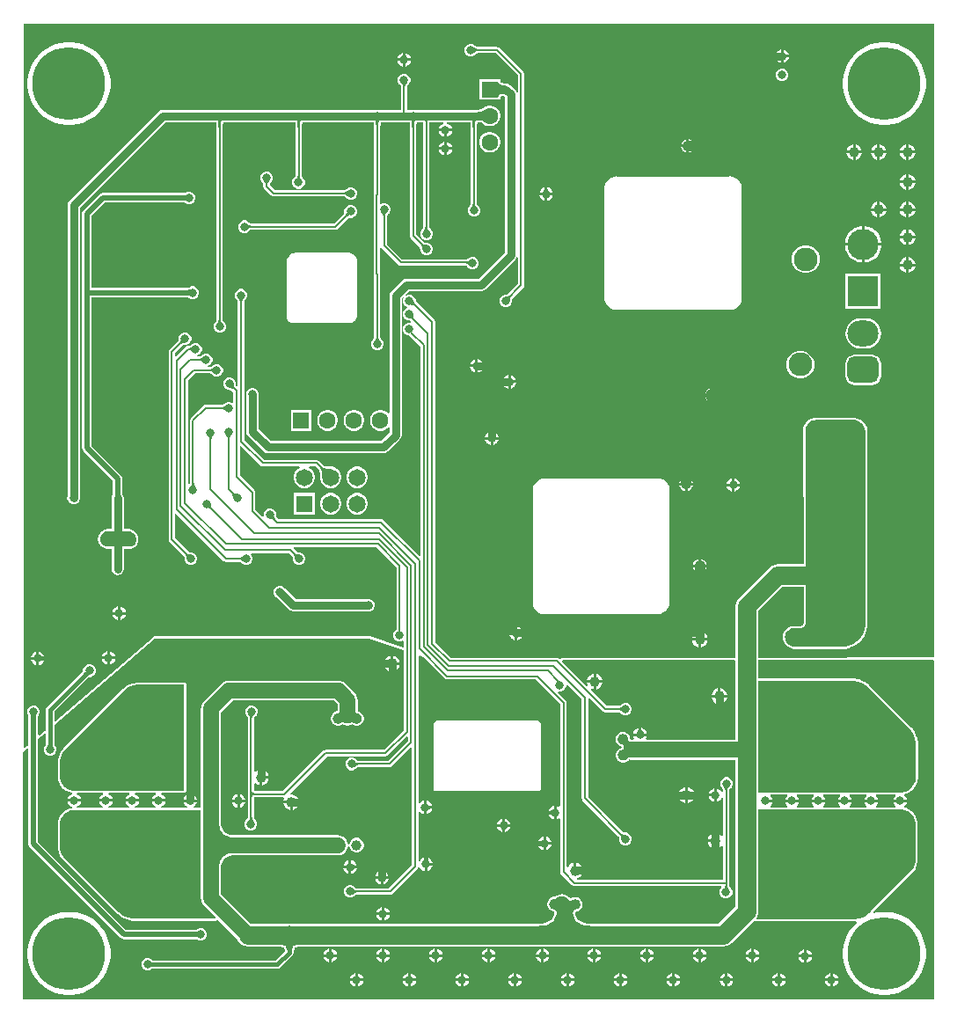
<source format=gbl>
G04*
G04 #@! TF.GenerationSoftware,Altium Limited,Altium Designer,21.3.2 (30)*
G04*
G04 Layer_Physical_Order=2*
G04 Layer_Color=16711680*
%FSTAX25Y25*%
%MOIN*%
G70*
G04*
G04 #@! TF.SameCoordinates,3AB95325-1BB8-4468-B31D-F8521517AB43*
G04*
G04*
G04 #@! TF.FilePolarity,Positive*
G04*
G01*
G75*
%ADD15C,0.01000*%
%ADD20C,0.00800*%
%ADD115C,0.03000*%
%ADD118C,0.01500*%
%ADD119C,0.07000*%
%ADD120C,0.04000*%
%ADD121C,0.06000*%
%ADD123C,0.05000*%
%ADD125C,0.02000*%
G04:AMPARAMS|DCode=126|XSize=98.43mil|YSize=118.11mil|CornerRadius=24.61mil|HoleSize=0mil|Usage=FLASHONLY|Rotation=90.000|XOffset=0mil|YOffset=0mil|HoleType=Round|Shape=RoundedRectangle|*
%AMROUNDEDRECTD126*
21,1,0.09843,0.06890,0,0,90.0*
21,1,0.04921,0.11811,0,0,90.0*
1,1,0.04921,0.03445,0.02461*
1,1,0.04921,0.03445,-0.02461*
1,1,0.04921,-0.03445,-0.02461*
1,1,0.04921,-0.03445,0.02461*
%
%ADD126ROUNDEDRECTD126*%
%ADD127O,0.11811X0.09843*%
%ADD128C,0.06496*%
%ADD129R,0.06496X0.06496*%
G04:AMPARAMS|DCode=130|XSize=76.77mil|YSize=76.77mil|CornerRadius=19.19mil|HoleSize=0mil|Usage=FLASHONLY|Rotation=270.000|XOffset=0mil|YOffset=0mil|HoleType=Round|Shape=RoundedRectangle|*
%AMROUNDEDRECTD130*
21,1,0.07677,0.03839,0,0,270.0*
21,1,0.03839,0.07677,0,0,270.0*
1,1,0.03839,-0.01919,-0.01919*
1,1,0.03839,-0.01919,0.01919*
1,1,0.03839,0.01919,0.01919*
1,1,0.03839,0.01919,-0.01919*
%
%ADD130ROUNDEDRECTD130*%
%ADD131C,0.07677*%
%ADD132R,0.06299X0.06299*%
%ADD133C,0.06299*%
%ADD134R,0.06299X0.06299*%
%ADD135R,0.11811X0.11811*%
%ADD136C,0.11811*%
%ADD137C,0.09000*%
%ADD139C,0.03150*%
%ADD140C,0.03937*%
%ADD141C,0.02598*%
%ADD142C,0.27559*%
G36*
X0654562Y0778269D02*
X0654699Y077815D01*
X0654835Y0778044D01*
X065497Y0777953D01*
X0655105Y0777876D01*
X0655239Y0777812D01*
X0655372Y0777763D01*
X0655505Y0777728D01*
X0655637Y0777707D01*
X0655768Y07777D01*
Y07769D01*
X0655637Y0776893D01*
X0655505Y0776872D01*
X0655372Y0776837D01*
X0655239Y0776788D01*
X0655105Y0776724D01*
X065497Y0776647D01*
X0654835Y0776556D01*
X0654699Y077645D01*
X0654562Y0776331D01*
X0654425Y0776198D01*
Y0778402D01*
X0654562Y0778269D01*
D02*
G37*
G36*
X066363Y0765115D02*
X066372Y076486D01*
X0663871Y0764635D01*
X0664082Y076444D01*
X0664353Y0764275D01*
X0664684Y076414D01*
X0665076Y0764035D01*
X0665527Y076396D01*
X066604Y0763915D01*
X0666612Y07639D01*
Y07609D01*
X066604Y0760885D01*
X0665527Y076084D01*
X0665076Y0760765D01*
X0664684Y076066D01*
X0664353Y0760525D01*
X0664082Y076036D01*
X0663871Y0760165D01*
X066372Y075994D01*
X066363Y0759685D01*
X06636Y07594D01*
Y07654D01*
X066363Y0765115D01*
D02*
G37*
G36*
X0668528Y0683776D02*
X066844Y0683678D01*
X0668362Y0683569D01*
X0668293Y0683451D01*
X0668233Y0683322D01*
X0668183Y0683182D01*
X0668143Y0683033D01*
X0668111Y0682872D01*
X066809Y0682702D01*
X0668078Y068252D01*
X0668075Y0682329D01*
X0666516Y0683888D01*
X0666707Y0683891D01*
X0666888Y0683903D01*
X0667059Y0683925D01*
X0667219Y0683956D01*
X0667369Y0683996D01*
X0667509Y0684047D01*
X0667638Y0684106D01*
X0667756Y0684175D01*
X0667865Y0684253D01*
X0667962Y0684341D01*
X0668528Y0683776D01*
D02*
G37*
G36*
X0567169Y0683138D02*
X056705Y0683001D01*
X0566944Y0682865D01*
X0566853Y068273D01*
X0566776Y0682595D01*
X0566712Y0682461D01*
X0566663Y0682328D01*
X0566628Y0682195D01*
X0566607Y0682063D01*
X05666Y0681932D01*
X05658D01*
X0565793Y0682063D01*
X0565772Y0682195D01*
X0565737Y0682328D01*
X0565688Y0682461D01*
X0565624Y0682595D01*
X0565547Y068273D01*
X0565456Y0682865D01*
X056535Y0683001D01*
X0565231Y0683138D01*
X0565098Y0683275D01*
X0567302D01*
X0567169Y0683138D01*
D02*
G37*
G36*
X0631578Y0682419D02*
X0631764Y0681889D01*
X0631831Y0681738D01*
X0631972Y0681475D01*
X0632045Y0681363D01*
X0632121Y0681264D01*
X06322Y0681179D01*
X0631799Y0680448D01*
X0631695Y0680541D01*
X0631584Y0680619D01*
X0631466Y0680682D01*
X0631341Y0680729D01*
X0631208Y0680762D01*
X0631069Y068078D01*
X0630922Y0680782D01*
X0630768Y068077D01*
X0630607Y0680743D01*
X0630439Y06807D01*
X0631521Y0682622D01*
X0631578Y0682419D01*
D02*
G37*
G36*
X0829Y0547642D02*
X0828959Y0547547D01*
X0828649Y0547206D01*
X0828644Y0547202D01*
X0762657Y0547063D01*
X0762304Y0547416D01*
Y0564807D01*
X0771408Y0573912D01*
X077945D01*
X0779496Y0560452D01*
X0779461Y0560207D01*
X0779232Y0559688D01*
X0778858Y0559313D01*
X0778338Y0559084D01*
X0778092Y0559049D01*
X077581Y0559049D01*
X0775451Y0559049D01*
X0775369Y0559033D01*
X0775286Y0559032D01*
X0774583Y0558884D01*
X0774506Y0558852D01*
X0774425Y0558834D01*
X0773767Y0558544D01*
X0773699Y0558497D01*
X0773623Y0558462D01*
X0773038Y0558044D01*
X0772982Y0557984D01*
X0772914Y0557934D01*
X0772428Y0557405D01*
X0772385Y0557334D01*
X0772329Y0557272D01*
X0771963Y0556654D01*
X0771935Y0556575D01*
X0771893Y0556503D01*
X0771661Y0555823D01*
X077165Y0555741D01*
X0771624Y0555661D01*
X0771537Y0554948D01*
X0771543Y0554865D01*
X0771534Y0554782D01*
X0771565Y0554424D01*
X077157Y0554406D01*
X0771569Y0554386D01*
X0771614Y0554046D01*
X0771638Y0553978D01*
X0771646Y0553906D01*
X0771857Y0553254D01*
X0771893Y055319D01*
X0771914Y0553121D01*
X0772238Y0552517D01*
X0772284Y0552461D01*
X0772318Y0552396D01*
X0772745Y055186D01*
X07728Y0551813D01*
X0772844Y0551756D01*
X077336Y0551304D01*
X0773423Y0551268D01*
X0773477Y055122D01*
X0774065Y0550868D01*
X0774134Y0550844D01*
X0774195Y0550805D01*
X0774837Y0550564D01*
X0774909Y0550553D01*
X0774976Y0550526D01*
X0775651Y0550404D01*
X0775723Y0550405D01*
X0775794Y0550391D01*
X0776137Y0550391D01*
X079487D01*
X0794947Y0550406D01*
X0795026D01*
X0796735Y0550746D01*
X0796808Y0550776D01*
X0796885Y0550792D01*
X0798495Y0551459D01*
X0798561Y0551503D01*
X0798634Y0551533D01*
X0800082Y05525D01*
X0800138Y0552557D01*
X0800204Y05526D01*
X0801436Y0553832D01*
X080148Y0553898D01*
X0801536Y0553954D01*
X0802503Y0555402D01*
X0802534Y0555475D01*
X0802578Y0555541D01*
X0803244Y0557151D01*
X080326Y0557228D01*
X080329Y0557301D01*
X080363Y055901D01*
Y0559089D01*
X0803645Y0559166D01*
Y0560037D01*
X0803645Y0560037D01*
X0803645Y0632565D01*
X0803645Y0633011D01*
X080363Y0633089D01*
X080363Y0633168D01*
X0803456Y0634044D01*
X0803426Y0634117D01*
X080341Y0634195D01*
X0803069Y063502D01*
X0803024Y0635086D01*
X0802994Y0635159D01*
X0802498Y0635902D01*
X0802442Y0635958D01*
X0802398Y0636024D01*
X0801766Y0636656D01*
X0801701Y06367D01*
X0801645Y0636756D01*
X0800902Y0637252D01*
X0800829Y0637282D01*
X0800763Y0637326D01*
X0799937Y0637668D01*
X079986Y0637683D01*
X0799787Y0637713D01*
X0798927Y0637884D01*
X079885Y0637884D01*
X0798775Y06379D01*
X0798314Y0637903D01*
X0798312Y0637902D01*
X0798309Y0637903D01*
X0798307D01*
X0798307Y0637903D01*
X0784557Y0637903D01*
X0784202Y063794D01*
X0784124Y0637933D01*
X0784045Y0637942D01*
X078325Y0637869D01*
X0783174Y0637847D01*
X0783096Y063784D01*
X078233Y0637614D01*
X078226Y0637577D01*
X0782184Y0637555D01*
X0781477Y0637185D01*
X0781415Y0637135D01*
X0781345Y0637099D01*
X0780724Y0636597D01*
X0780673Y0636537D01*
X0780612Y0636487D01*
X07801Y0635874D01*
X0780062Y0635805D01*
X0780011Y0635744D01*
X0779628Y0635044D01*
X0779605Y0634969D01*
X0779567Y0634899D01*
X0779347Y0634199D01*
X077934Y0634131D01*
X0779318Y0634067D01*
X0779255Y0633608D01*
X0779258Y0633554D01*
X0779248Y06335D01*
X0779248Y0633499D01*
X0779248Y0633497D01*
X077942Y0582915D01*
X0779067Y058256D01*
X0769617D01*
X0768498Y0582413D01*
X0767455Y0581981D01*
X0766559Y0581294D01*
X0754921Y0569656D01*
X0754234Y056876D01*
X0753802Y0567717D01*
X0753655Y0566598D01*
Y0547483D01*
X0753613Y0547387D01*
X0753304Y0547048D01*
X0753299Y0547043D01*
X0688061Y0546906D01*
X0687909Y0546875D01*
X0687754Y0546844D01*
X0687754Y0546844D01*
X0687753Y0546844D01*
X0687623Y0546757D01*
X0687494Y054667D01*
X0687493Y0546669D01*
X0687054Y0546593D01*
X0686901Y0546619D01*
X0686885Y0546627D01*
X0686827Y0546685D01*
X0686434Y0546948D01*
X0685971Y054704D01*
X0685971Y054704D01*
X0645672D01*
X0639797Y0552915D01*
Y0674226D01*
X0639705Y0674689D01*
X0639443Y0675082D01*
X0639443Y0675082D01*
X0632715Y068181D01*
X06327Y068183D01*
X0632662Y0681886D01*
X0632553Y0682091D01*
X0632511Y0682185D01*
X0632362Y068261D01*
Y0682683D01*
X0632003Y0683551D01*
X0631338Y0684215D01*
X063047Y0684575D01*
X062953D01*
X0628762Y0684257D01*
X0628479Y0684681D01*
X0629866Y0686068D01*
X06573D01*
X0658192Y0686245D01*
X0658949Y0686751D01*
X0670049Y0697851D01*
X0670555Y0698607D01*
X0670589Y0698782D01*
X0671089Y0698733D01*
Y0688615D01*
X0667338Y0684863D01*
X0667318Y0684849D01*
X0667267Y0684819D01*
X0667204Y068479D01*
X0667128Y0684763D01*
X0667037Y0684738D01*
X0666932Y0684718D01*
X0666811Y0684702D01*
X0666674Y0684693D01*
X0666504Y0684691D01*
X0666433Y0684676D01*
X066603D01*
X0665162Y0684316D01*
X0664497Y0683651D01*
X0664138Y0682783D01*
Y0681843D01*
X0664497Y0680975D01*
X0665162Y0680311D01*
X066603Y0679951D01*
X066697D01*
X0667838Y0680311D01*
X0668503Y0680975D01*
X0668862Y0681843D01*
Y0682246D01*
X0668878Y0682317D01*
X066888Y0682488D01*
X0668889Y0682624D01*
X0668904Y0682745D01*
X0668925Y0682851D01*
X066895Y0682941D01*
X0668977Y0683017D01*
X0669006Y068308D01*
X0669035Y0683131D01*
X066905Y0683151D01*
X0673156Y0687257D01*
X0673156Y0687257D01*
X0673419Y068765D01*
X0673511Y0688113D01*
X0673511Y0688113D01*
Y07682D01*
X0673419Y0768663D01*
X0673156Y0769056D01*
X0673156Y0769056D01*
X0664056Y0778156D01*
X0663663Y0778418D01*
X06632Y0778511D01*
X06632Y0778511D01*
X0655695D01*
X0655671Y0778514D01*
X0655614Y077853D01*
X0655549Y0778553D01*
X0655476Y0778588D01*
X0655395Y0778635D01*
X0655305Y0778695D01*
X0655209Y077877D01*
X0655106Y077886D01*
X0654984Y0778978D01*
X0654923Y0779018D01*
X0654638Y0779303D01*
X065377Y0779662D01*
X065283D01*
X0651962Y0779303D01*
X0651297Y0778638D01*
X0650938Y077777D01*
Y077683D01*
X0651297Y0775962D01*
X0651962Y0775297D01*
X065283Y0774938D01*
X065377D01*
X0654638Y0775297D01*
X0654923Y0775582D01*
X0654984Y0775622D01*
X0655106Y077574D01*
X0655209Y077583D01*
X0655305Y0775905D01*
X0655395Y0775965D01*
X0655476Y0776012D01*
X0655549Y0776047D01*
X0655614Y077607D01*
X0655671Y0776086D01*
X0655695Y0776089D01*
X0662699D01*
X0671089Y0767698D01*
Y076141D01*
X0670589Y0761361D01*
X0670555Y0761535D01*
X0670049Y0762292D01*
X0668292Y0764049D01*
X0667535Y0764555D01*
X0666643Y0764732D01*
X0665911D01*
X0665628Y0764757D01*
X0665246Y0764821D01*
X0664941Y0764902D01*
X0664715Y0764994D01*
X0664568Y0765084D01*
X0664486Y076516D01*
X0664443Y0765223D01*
X0664418Y0765294D01*
X0664411Y0765361D01*
Y0766337D01*
X0656537D01*
Y0758463D01*
X0664411D01*
Y0759439D01*
X0664418Y0759506D01*
X0664443Y0759577D01*
X0664486Y075964D01*
X0664568Y0759716D01*
X0664715Y0759806D01*
X0664941Y0759898D01*
X0665246Y0759979D01*
X0665628Y0760043D01*
X0665696Y0760049D01*
X0666068Y0759677D01*
Y0700466D01*
X0656334Y0690732D01*
X06289D01*
X0628008Y0690555D01*
X0627251Y0690049D01*
X0623051Y0685849D01*
X0622545Y0685092D01*
X0622368Y06842D01*
Y0639907D01*
X0621868Y06397D01*
X0621417Y064015D01*
X062052Y0640669D01*
X0619518Y0640937D01*
X0618482D01*
X061748Y0640669D01*
X0616583Y064015D01*
X061585Y0639417D01*
X0615331Y063852D01*
X0615063Y0637518D01*
Y0636482D01*
X0615331Y063548D01*
X061585Y0634583D01*
X0616583Y063385D01*
X061748Y0633331D01*
X0618482Y0633063D01*
X0619518D01*
X062052Y0633331D01*
X0621417Y063385D01*
X0621868Y06343D01*
X0622368Y0634093D01*
Y0632366D01*
X0619134Y0629132D01*
X0577366D01*
X0572842Y0633656D01*
Y0646248D01*
X0572872Y064632D01*
Y064726D01*
X0572513Y0648128D01*
X0571848Y0648793D01*
X057098Y0649152D01*
X057004D01*
X0569172Y0648793D01*
X0568507Y0648128D01*
X0568148Y064726D01*
Y064632D01*
X0568178Y0646248D01*
Y063269D01*
X0568355Y0631798D01*
X0568861Y0631041D01*
X0574751Y0625151D01*
X0575507Y0624645D01*
X05764Y0624468D01*
X06201D01*
X0620993Y0624645D01*
X0621749Y0625151D01*
X0626349Y0629751D01*
X0626855Y0630508D01*
X0627032Y06314D01*
Y0683234D01*
X0627532Y0683734D01*
X0627956Y0683451D01*
X0627638Y0682683D01*
Y0681743D01*
X0627997Y0680874D01*
X0628662Y068021D01*
X0629096Y068003D01*
Y0679489D01*
X0628662Y067931D01*
X0627997Y0678645D01*
X0627638Y0677777D01*
Y0676837D01*
X0627997Y0675969D01*
X0628662Y0675305D01*
X062953Y0674945D01*
X0629696D01*
X0629769Y0674931D01*
X0629917Y0674897D01*
X0630203Y0674812D01*
X0630305Y0674774D01*
X0630399Y0674732D01*
X0630477Y067469D01*
X0630505Y0674673D01*
X063069Y0674412D01*
X0630559Y0674143D01*
X0630409Y0673962D01*
X062953D01*
X0628662Y0673603D01*
X0627997Y0672938D01*
X0627638Y067207D01*
Y067113D01*
X0627997Y0670262D01*
X0628662Y0669597D01*
X062953Y0669238D01*
X0629952D01*
X0629956Y0669232D01*
X0634201Y0664987D01*
Y0585864D01*
X0633739Y0585673D01*
X0620156Y0599256D01*
X0619763Y0599518D01*
X06193Y0599611D01*
X06193Y0599611D01*
X0580502D01*
X057965Y0600462D01*
X0579635Y0600482D01*
X0579606Y0600533D01*
X0579577Y0600596D01*
X057955Y0600672D01*
X0579525Y0600763D01*
X0579504Y0600868D01*
X0579489Y0600989D01*
X057948Y0601126D01*
X0579478Y0601296D01*
X0579462Y0601367D01*
Y060177D01*
X0579103Y0602638D01*
X0578438Y0603303D01*
X057757Y0603662D01*
X057663D01*
X0575762Y0603303D01*
X0575097Y0602638D01*
X0574738Y060177D01*
Y060083D01*
X0574772Y0600747D01*
X0574348Y0600464D01*
X057167Y0603142D01*
Y0609641D01*
X057167Y0609641D01*
X0571578Y0610104D01*
X0571315Y0610497D01*
X0571315Y0610497D01*
X0565711Y0616102D01*
Y0627124D01*
X0566173Y0627315D01*
X0573563Y0619924D01*
X0573563Y0619924D01*
X0573956Y0619662D01*
X0574419Y061957D01*
X0588351D01*
X0588485Y061907D01*
X0587722Y0618629D01*
X0586971Y0617878D01*
X058644Y0616958D01*
X0586165Y0615931D01*
Y0614869D01*
X058644Y0613842D01*
X0586971Y0612922D01*
X0587722Y0612171D01*
X0588642Y061164D01*
X0589669Y0611365D01*
X0590731D01*
X0591758Y061164D01*
X0592678Y0612171D01*
X0593429Y0612922D01*
X059396Y0613842D01*
X0594235Y0614869D01*
Y0615931D01*
X059396Y0616958D01*
X0593429Y0617878D01*
X0592678Y0618629D01*
X0591915Y061907D01*
X0592049Y061957D01*
X0594318D01*
X0595724Y0618164D01*
X0595741Y0618144D01*
X0595805Y0618039D01*
X0595874Y0617882D01*
X0595943Y0617674D01*
X0596006Y0617415D01*
X0596056Y0617127D01*
X0596147Y0615906D01*
X0596149Y0615429D01*
X0596165Y0615354D01*
Y0614869D01*
X059644Y0613842D01*
X0596971Y0612922D01*
X0597722Y0612171D01*
X0598642Y061164D01*
X0599669Y0611365D01*
X0600731D01*
X0601758Y061164D01*
X0602678Y0612171D01*
X0603429Y0612922D01*
X060396Y0613842D01*
X0604235Y0614869D01*
Y0615931D01*
X060396Y0616958D01*
X0603429Y0617878D01*
X0602678Y0618629D01*
X0601758Y061916D01*
X0600731Y0619435D01*
X0600246D01*
X0600171Y0619451D01*
X0599686Y0619453D01*
X0598835Y0619499D01*
X059849Y0619541D01*
X0598185Y0619594D01*
X0597926Y0619657D01*
X0597718Y0619726D01*
X0597562Y0619796D01*
X0597456Y0619859D01*
X0597436Y0619876D01*
X0595676Y0621636D01*
X0595283Y0621899D01*
X0594819Y0621991D01*
X0594819Y0621991D01*
X0574921D01*
X0567411Y0629501D01*
Y0682005D01*
X0567415Y0682029D01*
X056743Y0682086D01*
X0567453Y0682151D01*
X0567488Y0682224D01*
X0567535Y0682305D01*
X0567595Y0682395D01*
X056767Y0682491D01*
X056776Y0682594D01*
X0567878Y0682716D01*
X0567918Y0682777D01*
X0568203Y0683062D01*
X0568562Y068393D01*
Y068487D01*
X0568203Y0685738D01*
X0567538Y0686403D01*
X056667Y0686762D01*
X056573D01*
X0564862Y0686403D01*
X0564197Y0685738D01*
X0563838Y068487D01*
Y068393D01*
X0564197Y0683062D01*
X0564482Y0682777D01*
X0564522Y0682716D01*
X056464Y0682594D01*
X056473Y0682491D01*
X0564805Y0682395D01*
X0564865Y0682305D01*
X0564912Y0682224D01*
X0564947Y0682151D01*
X056497Y0682086D01*
X0564986Y0682029D01*
X0564989Y0682005D01*
Y0650259D01*
X0564489Y0650001D01*
X0564253Y0650163D01*
X056425Y0650172D01*
X0564225Y0650263D01*
X0564205Y0650368D01*
X0564189Y0650489D01*
X056418Y0650626D01*
X0564178Y0650796D01*
X0564162Y0650867D01*
Y065127D01*
X0563803Y0652138D01*
X0563138Y0652803D01*
X056227Y0653162D01*
X056133D01*
X0560462Y0652803D01*
X0559797Y0652138D01*
X0559438Y065127D01*
Y065033D01*
X0559797Y0649462D01*
X0560462Y0648797D01*
X056133Y0648438D01*
X0561733D01*
X0561804Y0648422D01*
X0561974Y064842D01*
X0562111Y0648411D01*
X0562232Y0648395D01*
X0562337Y0648375D01*
X0562428Y064835D01*
X0562504Y0648323D01*
X0562567Y0648294D01*
X0562618Y0648265D01*
X0562638Y064825D01*
X0563289Y0647599D01*
Y0643855D01*
X0562789Y0643673D01*
X056197Y0644012D01*
X056103D01*
X0560162Y0643653D01*
X0559877Y0643368D01*
X0559816Y0643328D01*
X0559694Y064321D01*
X0559591Y064312D01*
X0559494Y0643045D01*
X0559405Y0642985D01*
X0559324Y0642938D01*
X0559251Y0642904D01*
X0559186Y064288D01*
X0559129Y0642865D01*
X0559105Y0642861D01*
X055285D01*
X055285Y0642861D01*
X0552387Y0642768D01*
X0551994Y0642506D01*
X0551994Y0642506D01*
X0547144Y0637656D01*
X0546881Y0637263D01*
X0546789Y06368D01*
X0546789Y06368D01*
Y0613143D01*
X0546611Y0612944D01*
X0546375Y0612985D01*
X0546351Y0613001D01*
X0546111Y0613301D01*
Y0652199D01*
X0548701Y0654789D01*
X0554605D01*
X0554629Y0654785D01*
X0554686Y065477D01*
X0554751Y0654746D01*
X0554824Y0654712D01*
X0554905Y0654665D01*
X0554994Y0654605D01*
X0555091Y065453D01*
X0555194Y065444D01*
X0555316Y0654322D01*
X0555377Y0654282D01*
X0555662Y0653997D01*
X055653Y0653638D01*
X055747D01*
X0558338Y0653997D01*
X0559003Y0654662D01*
X0559362Y065553D01*
Y065647D01*
X0559003Y0657338D01*
X0558338Y0658003D01*
X055747Y0658362D01*
X055653D01*
X0555662Y0658003D01*
X0555377Y0657718D01*
X0555316Y0657678D01*
X0555194Y065756D01*
X0555091Y065747D01*
X0554994Y0657395D01*
X0554905Y0657335D01*
X0554824Y0657288D01*
X0554751Y0657254D01*
X0554686Y065723D01*
X0554629Y0657214D01*
X0554605Y0657211D01*
X0553745D01*
X0553646Y0657711D01*
X0554338Y0657997D01*
X0555003Y0658662D01*
X0555362Y065953D01*
Y066047D01*
X0555003Y0661338D01*
X0554338Y0662003D01*
X055347Y0662362D01*
X055253D01*
X0551662Y0662003D01*
X0551377Y0661718D01*
X0551316Y0661678D01*
X0551194Y066156D01*
X0551091Y066147D01*
X0550994Y0661395D01*
X0550905Y0661335D01*
X0550824Y0661288D01*
X0550751Y0661253D01*
X0550686Y066123D01*
X0550629Y0661214D01*
X0550605Y0661211D01*
X0549745D01*
X0549646Y0661711D01*
X0550338Y0661997D01*
X0551003Y0662662D01*
X0551362Y066353D01*
Y066447D01*
X0551003Y0665338D01*
X0550338Y0666003D01*
X054947Y0666362D01*
X054853D01*
X0547662Y0666003D01*
X0547377Y0665718D01*
X0547316Y0665678D01*
X0547194Y066556D01*
X0547091Y066547D01*
X0546994Y0665395D01*
X0546905Y0665335D01*
X0546824Y0665288D01*
X0546751Y0665253D01*
X0546686Y066523D01*
X0546629Y0665214D01*
X0546605Y0665211D01*
X05461D01*
X0545637Y0665119D01*
X0545244Y0664856D01*
X0545244Y0664856D01*
X0541673Y0661285D01*
X0541211Y0661476D01*
Y0662499D01*
X0544162Y066545D01*
X0544182Y0665464D01*
X0544233Y0665494D01*
X0544296Y0665523D01*
X0544372Y066555D01*
X0544463Y0665575D01*
X0544568Y0665595D01*
X0544689Y0665611D01*
X0544826Y066562D01*
X0544996Y0665623D01*
X0545067Y0665638D01*
X054547D01*
X0546338Y0665997D01*
X0547003Y0666662D01*
X0547362Y066753D01*
Y066847D01*
X0547003Y0669338D01*
X0546338Y0670003D01*
X054547Y0670362D01*
X054453D01*
X0543662Y0670003D01*
X0542997Y0669338D01*
X0542638Y066847D01*
Y0668067D01*
X0542623Y0667996D01*
X054262Y0667826D01*
X0542611Y0667689D01*
X0542595Y0667568D01*
X0542575Y0667463D01*
X054255Y0667372D01*
X0542523Y0667296D01*
X0542494Y0667233D01*
X0542464Y0667182D01*
X054245Y0667162D01*
X0539144Y0663856D01*
X0538881Y0663463D01*
X0538789Y0663D01*
X0538789Y0663D01*
Y05918D01*
X0538789Y05918D01*
X0538881Y0591337D01*
X0539144Y0590944D01*
X054465Y0585438D01*
X0544664Y0585418D01*
X0544694Y0585367D01*
X0544723Y0585304D01*
X054475Y0585228D01*
X0544775Y0585137D01*
X0544796Y0585032D01*
X0544811Y0584911D01*
X054482Y0584774D01*
X0544823Y0584604D01*
X0544838Y0584533D01*
Y058413D01*
X0545197Y0583262D01*
X0545862Y0582597D01*
X054673Y0582238D01*
X054767D01*
X0548538Y0582597D01*
X0549203Y0583262D01*
X0549562Y058413D01*
Y058507D01*
X0549203Y0585938D01*
X0548538Y0586603D01*
X054767Y0586962D01*
X0547267D01*
X0547196Y0586977D01*
X0547026Y058698D01*
X0546889Y0586989D01*
X0546768Y0587005D01*
X0546663Y0587025D01*
X0546572Y058705D01*
X0546496Y0587077D01*
X0546433Y0587106D01*
X0546382Y0587136D01*
X0546362Y058715D01*
X0541211Y0592302D01*
Y0601424D01*
X0541673Y0601615D01*
X0559544Y0583744D01*
X0559544Y0583744D01*
X0559937Y0583482D01*
X05604Y0583389D01*
X05604Y0583389D01*
X0565805D01*
X0565829Y0583386D01*
X0565886Y058337D01*
X0565951Y0583347D01*
X0566024Y0583312D01*
X0566105Y0583265D01*
X0566194Y0583205D01*
X0566291Y058313D01*
X0566394Y058304D01*
X0566516Y0582922D01*
X0566577Y0582882D01*
X0566862Y0582597D01*
X056773Y0582238D01*
X056867D01*
X0569538Y0582597D01*
X0570203Y0583262D01*
X0570562Y058413D01*
Y058507D01*
X0570203Y0585938D01*
X0570013Y0586127D01*
X0570205Y0586589D01*
X0584499D01*
X058565Y0585438D01*
X0585665Y0585418D01*
X0585694Y0585367D01*
X0585723Y0585304D01*
X058575Y0585228D01*
X0585775Y0585137D01*
X0585795Y0585032D01*
X0585811Y0584911D01*
X058582Y0584774D01*
X0585822Y0584604D01*
X0585838Y0584533D01*
Y058413D01*
X0586197Y0583262D01*
X0586862Y0582597D01*
X058773Y0582238D01*
X058867D01*
X0589538Y0582597D01*
X0590203Y0583262D01*
X0590562Y058413D01*
Y058507D01*
X0590203Y0585938D01*
X0589538Y0586603D01*
X058867Y0586962D01*
X0588267D01*
X0588196Y0586977D01*
X0588026Y058698D01*
X0587889Y0586989D01*
X0587768Y0587005D01*
X0587663Y0587025D01*
X0587572Y058705D01*
X0587496Y0587077D01*
X0587433Y0587106D01*
X0587382Y0587136D01*
X0587362Y058715D01*
X0586123Y0588389D01*
X058633Y0588889D01*
X0617598D01*
X0625089Y0581398D01*
Y0557663D01*
X0624962Y055761D01*
X0624297Y0556946D01*
X0623938Y0556077D01*
Y0555138D01*
X0624297Y055427D01*
X0624962Y0553605D01*
X062583Y0553245D01*
X062677D01*
X0627352Y0553486D01*
X0627852Y0553165D01*
Y0551207D01*
X0627444Y0550917D01*
X0615226Y0555144D01*
X0615094Y0555162D01*
X0614964Y0555188D01*
X0533558D01*
X0533432Y0555163D01*
X0533306Y0555147D01*
X053328Y0555133D01*
X053325Y0555127D01*
X0533144Y0555056D01*
X0533033Y0554993D01*
X0495822Y0522891D01*
X0495367Y0523099D01*
Y0526551D01*
X0508359Y0539542D01*
X0508414Y0539586D01*
X0508486Y0539635D01*
X0508547Y0539672D01*
X0508597Y0539697D01*
X0508635Y0539712D01*
X050866Y0539719D01*
X0508673Y0539721D01*
X0508726Y0539723D01*
X0508782Y0539738D01*
X050917D01*
X0510038Y0540097D01*
X0510703Y0540762D01*
X0511062Y054163D01*
Y054257D01*
X0510703Y0543438D01*
X0510038Y0544103D01*
X050917Y0544462D01*
X050823D01*
X0507362Y0544103D01*
X0506697Y0543438D01*
X0506338Y054257D01*
Y0542182D01*
X0506323Y0542126D01*
X0506321Y0542073D01*
X0506319Y054206D01*
X0506312Y0542035D01*
X0506297Y0541997D01*
X0506272Y0541947D01*
X0506235Y0541886D01*
X0506192Y0541823D01*
X0506121Y0541738D01*
X0492692Y0528308D01*
X0492352Y05278D01*
X0492233Y05272D01*
Y0519554D01*
X0492156Y0519422D01*
X0491921Y0519216D01*
X0491807Y0519144D01*
X0491667Y0519121D01*
X0491526Y0519104D01*
X0491513Y0519096D01*
X0491498Y0519094D01*
X0491377Y0519019D01*
X0491254Y0518949D01*
X0489777Y0517675D01*
X0489322Y0517884D01*
Y0524909D01*
X0489329Y0524989D01*
X0489603Y0525262D01*
X0489962Y052613D01*
Y052707D01*
X0489603Y0527938D01*
X0488938Y0528603D01*
X048807Y0528962D01*
X048713D01*
X0486262Y0528603D01*
X0485597Y0527938D01*
X0485238Y052707D01*
Y052613D01*
X0485597Y0525262D01*
X0485667Y0525192D01*
X0485678Y0525008D01*
Y0513899D01*
X0485601Y0513767D01*
X0485367Y0513561D01*
X0485253Y0513489D01*
X0485112Y0513466D01*
X0484971Y0513449D01*
X0484958Y0513441D01*
X0484943Y0513439D01*
X0484822Y0513364D01*
X0484699Y0513294D01*
X0484155Y0512825D01*
X04837Y0513033D01*
Y07872D01*
X0829D01*
Y0547642D01*
D02*
G37*
G36*
X0631518Y0676831D02*
X0631503Y0676663D01*
X0631501Y0676502D01*
X0631513Y067635D01*
X0631538Y0676206D01*
X0631576Y067607D01*
X0631627Y0675943D01*
X0631692Y0675824D01*
X063177Y0675713D01*
X0631861Y0675611D01*
X0631189Y0675153D01*
X0631098Y0675235D01*
X0630995Y0675313D01*
X0630879Y0675385D01*
X0630752Y0675453D01*
X0630612Y0675516D01*
X0630461Y0675573D01*
X0630121Y0675674D01*
X0629933Y0675717D01*
X0629733Y0675755D01*
X0631546Y0677009D01*
X0631518Y0676831D01*
D02*
G37*
G36*
X0544984Y0666425D02*
X0544793Y0666423D01*
X0544612Y066641D01*
X0544441Y0666389D01*
X0544281Y0666358D01*
X0544131Y0666317D01*
X0543991Y0666267D01*
X0543862Y0666207D01*
X0543744Y0666138D01*
X0543636Y066606D01*
X0543538Y0665972D01*
X0542972Y0666538D01*
X054306Y0666636D01*
X0543138Y0666744D01*
X0543207Y0666862D01*
X0543267Y0666991D01*
X0543317Y0667131D01*
X0543358Y0667281D01*
X0543389Y0667441D01*
X054341Y0667612D01*
X0543423Y0667793D01*
X0543425Y0667984D01*
X0544984Y0666425D01*
D02*
G37*
G36*
X0547875Y0662898D02*
X0547738Y0663031D01*
X0547601Y0663151D01*
X0547465Y0663256D01*
X054733Y0663347D01*
X0547195Y0663424D01*
X0547061Y0663488D01*
X0546928Y0663537D01*
X0546795Y0663572D01*
X0546663Y0663593D01*
X0546532Y06636D01*
Y06644D01*
X0546663Y0664407D01*
X0546795Y0664428D01*
X0546928Y0664463D01*
X0547061Y0664512D01*
X0547195Y0664576D01*
X054733Y0664653D01*
X0547465Y0664744D01*
X0547601Y066485D01*
X0547738Y0664969D01*
X0547875Y0665102D01*
Y0662898D01*
D02*
G37*
G36*
X0551875Y0658898D02*
X0551738Y0659031D01*
X0551601Y0659151D01*
X0551465Y0659256D01*
X055133Y0659347D01*
X0551195Y0659424D01*
X0551061Y0659488D01*
X0550928Y0659537D01*
X0550795Y0659572D01*
X0550663Y0659593D01*
X0550532Y06596D01*
Y06604D01*
X0550663Y0660407D01*
X0550795Y0660428D01*
X0550928Y0660463D01*
X0551061Y0660512D01*
X0551195Y0660576D01*
X055133Y0660653D01*
X0551465Y0660744D01*
X0551601Y066085D01*
X0551738Y0660969D01*
X0551875Y0661102D01*
Y0658898D01*
D02*
G37*
G36*
X0555875Y0654898D02*
X0555738Y0655031D01*
X0555601Y0655151D01*
X0555465Y0655256D01*
X055533Y0655347D01*
X0555195Y0655424D01*
X0555061Y0655488D01*
X0554928Y0655537D01*
X0554795Y0655572D01*
X0554663Y0655593D01*
X0554532Y06556D01*
Y06564D01*
X0554663Y0656407D01*
X0554795Y0656428D01*
X0554928Y0656463D01*
X0555061Y0656512D01*
X0555195Y0656576D01*
X055533Y0656653D01*
X0555465Y0656744D01*
X0555601Y0656849D01*
X0555738Y0656969D01*
X0555875Y0657102D01*
Y0654898D01*
D02*
G37*
G36*
X0563378Y0650593D02*
X056339Y0650412D01*
X0563411Y0650241D01*
X0563443Y0650081D01*
X0563483Y0649931D01*
X0563533Y0649791D01*
X0563593Y0649662D01*
X0563662Y0649544D01*
X056374Y0649436D01*
X0563828Y0649338D01*
X0563262Y0648772D01*
X0563165Y064886D01*
X0563056Y0648938D01*
X0562938Y0649007D01*
X0562809Y0649067D01*
X0562669Y0649117D01*
X0562519Y0649157D01*
X0562359Y0649189D01*
X0562188Y064921D01*
X0562007Y0649223D01*
X0561816Y0649225D01*
X0563375Y0650784D01*
X0563378Y0650593D01*
D02*
G37*
G36*
X0560375Y0640548D02*
X0560238Y0640681D01*
X0560101Y0640801D01*
X0559965Y0640906D01*
X055983Y0640997D01*
X0559695Y0641074D01*
X0559561Y0641138D01*
X0559428Y0641187D01*
X0559295Y0641222D01*
X0559163Y0641243D01*
X0559032Y064125D01*
Y064205D01*
X0559163Y0642057D01*
X0559295Y0642078D01*
X0559428Y0642113D01*
X0559561Y0642162D01*
X0559695Y0642226D01*
X055983Y0642303D01*
X0559965Y0642394D01*
X0560101Y0642499D01*
X0560238Y0642619D01*
X0560375Y0642752D01*
Y0640548D01*
D02*
G37*
G36*
X0562469Y0631238D02*
X056235Y0631101D01*
X0562244Y0630965D01*
X0562153Y063083D01*
X0562076Y0630695D01*
X0562012Y0630561D01*
X0561963Y0630428D01*
X0561928Y0630295D01*
X0561907Y0630163D01*
X05619Y0630032D01*
X05611D01*
X0561093Y0630163D01*
X0561072Y0630295D01*
X0561037Y0630428D01*
X0560988Y0630561D01*
X0560924Y0630695D01*
X0560847Y063083D01*
X0560756Y0630965D01*
X056065Y0631101D01*
X0560531Y0631238D01*
X0560398Y0631375D01*
X0562602D01*
X0562469Y0631238D01*
D02*
G37*
G36*
X0555569Y0631138D02*
X0555449Y0631001D01*
X0555344Y0630865D01*
X0555253Y063073D01*
X0555176Y0630595D01*
X0555112Y0630461D01*
X0555063Y0630328D01*
X0555028Y0630195D01*
X0555007Y0630063D01*
X0555Y0629932D01*
X05542D01*
X0554193Y0630063D01*
X0554172Y0630195D01*
X0554137Y0630328D01*
X0554088Y0630461D01*
X0554024Y0630595D01*
X0553947Y063073D01*
X0553856Y0630865D01*
X0553751Y0631001D01*
X0553631Y0631138D01*
X0553498Y0631275D01*
X0555702D01*
X0555569Y0631138D01*
D02*
G37*
G36*
X0596988Y0619204D02*
X0597189Y0619082D01*
X0597428Y0618976D01*
X0597705Y0618885D01*
X059802Y0618808D01*
X0598374Y0618746D01*
X0598765Y0618699D01*
X0599662Y061865D01*
X0600168Y0618648D01*
X0596952Y0615433D01*
X059695Y0615938D01*
X0596854Y0617227D01*
X0596792Y061758D01*
X0596715Y0617895D01*
X0596624Y0618172D01*
X0596518Y0618411D01*
X0596396Y0618612D01*
X059626Y0618774D01*
X0596826Y061934D01*
X0596988Y0619204D01*
D02*
G37*
G36*
X0548407Y0613037D02*
X0548428Y0612905D01*
X0548463Y0612772D01*
X0548512Y0612639D01*
X0548576Y0612505D01*
X0548653Y061237D01*
X0548744Y0612235D01*
X0548849Y0612099D01*
X0548969Y0611962D01*
X0549102Y0611825D01*
X0546898D01*
X0547031Y0611962D01*
X0547151Y0612099D01*
X0547256Y0612235D01*
X0547347Y061237D01*
X0547424Y0612505D01*
X0547488Y0612639D01*
X0547537Y0612772D01*
X0547572Y0612905D01*
X0547593Y0613037D01*
X05476Y0613168D01*
X05484D01*
X0548407Y0613037D01*
D02*
G37*
G36*
X0563336Y0609502D02*
X0563444Y0609424D01*
X0563562Y0609355D01*
X0563691Y0609295D01*
X0563831Y0609245D01*
X0563981Y0609205D01*
X0564141Y0609174D01*
X0564312Y0609152D01*
X0564493Y060914D01*
X0564684Y0609137D01*
X0563125Y0607578D01*
X0563123Y0607769D01*
X056311Y060795D01*
X0563089Y0608121D01*
X0563058Y0608282D01*
X0563017Y0608431D01*
X0562967Y0608571D01*
X0562907Y06087D01*
X0562838Y0608818D01*
X056276Y0608927D01*
X0562672Y0609024D01*
X0563238Y060959D01*
X0563336Y0609502D01*
D02*
G37*
G36*
X0554677Y0605193D02*
X055469Y0605012D01*
X0554711Y0604841D01*
X0554742Y0604681D01*
X0554783Y0604531D01*
X0554833Y0604391D01*
X0554893Y0604262D01*
X0554962Y0604144D01*
X055504Y0604036D01*
X0555128Y0603938D01*
X0554562Y0603372D01*
X0554464Y060346D01*
X0554356Y0603538D01*
X0554238Y0603607D01*
X0554109Y0603667D01*
X0553969Y0603717D01*
X0553819Y0603757D01*
X0553659Y0603789D01*
X0553488Y060381D01*
X0553307Y0603823D01*
X0553116Y0603825D01*
X0554675Y0605384D01*
X0554677Y0605193D01*
D02*
G37*
G36*
X0578678Y0601093D02*
X057869Y0600912D01*
X0578711Y0600741D01*
X0578743Y0600581D01*
X0578783Y0600431D01*
X0578833Y0600291D01*
X0578893Y0600162D01*
X0578962Y0600044D01*
X057904Y0599935D01*
X0579128Y0599838D01*
X0578562Y0599272D01*
X0578465Y059936D01*
X0578356Y0599438D01*
X0578238Y0599507D01*
X0578109Y0599567D01*
X0577969Y0599617D01*
X0577819Y0599657D01*
X0577659Y0599689D01*
X0577488Y059971D01*
X0577307Y0599722D01*
X0577116Y0599725D01*
X0578675Y0601284D01*
X0578678Y0601093D01*
D02*
G37*
G36*
X0586835Y058654D02*
X0586944Y0586462D01*
X0587062Y0586393D01*
X0587191Y0586333D01*
X0587331Y0586283D01*
X0587481Y0586242D01*
X0587641Y0586211D01*
X0587812Y058619D01*
X0587993Y0586177D01*
X0588184Y0586175D01*
X0586625Y0584616D01*
X0586622Y0584807D01*
X058661Y0584988D01*
X0586589Y0585159D01*
X0586557Y0585319D01*
X0586517Y0585469D01*
X0586467Y0585609D01*
X0586407Y0585738D01*
X0586338Y0585856D01*
X058626Y0585964D01*
X0586172Y0586062D01*
X0586738Y0586628D01*
X0586835Y058654D01*
D02*
G37*
G36*
X0545835D02*
X0545944Y0586462D01*
X0546062Y0586393D01*
X0546191Y0586333D01*
X0546331Y0586283D01*
X0546481Y0586242D01*
X0546641Y0586211D01*
X0546812Y058619D01*
X0546993Y0586177D01*
X0547184Y0586175D01*
X0545625Y0584616D01*
X0545622Y0584807D01*
X054561Y0584988D01*
X0545589Y0585159D01*
X0545557Y0585319D01*
X0545517Y0585469D01*
X0545467Y0585609D01*
X0545407Y0585738D01*
X0545338Y0585856D01*
X054526Y0585964D01*
X0545172Y0586062D01*
X0545738Y0586628D01*
X0545835Y058654D01*
D02*
G37*
G36*
X0567075Y0583498D02*
X0566938Y0583631D01*
X0566801Y058375D01*
X0566665Y0583856D01*
X056653Y0583947D01*
X0566395Y0584024D01*
X0566261Y0584088D01*
X0566128Y0584137D01*
X0565995Y0584172D01*
X0565863Y0584193D01*
X0565732Y05842D01*
Y0585D01*
X0565863Y0585007D01*
X0565995Y0585028D01*
X0566128Y0585063D01*
X0566261Y0585112D01*
X0566395Y0585176D01*
X056653Y0585253D01*
X0566665Y0585344D01*
X0566801Y058545D01*
X0566938Y0585569D01*
X0567075Y0585702D01*
Y0583498D01*
D02*
G37*
G36*
X0784515Y06371D02*
X0798307Y06371D01*
X0798307Y06371D01*
Y06371D01*
X0798309D01*
X079877Y0637097D01*
X079963Y0636926D01*
X0800456Y0636584D01*
X0801199Y0636088D01*
X080183Y0635456D01*
X0802327Y0634713D01*
X0802668Y0633888D01*
X0802843Y0633012D01*
X0802842Y0632565D01*
X0802842Y0560037D01*
X0802842Y0560037D01*
Y0559166D01*
X0802503Y0557458D01*
X0801836Y0555848D01*
X0800868Y05544D01*
X0799636Y0553168D01*
X0798188Y05522D01*
X0796578Y0551534D01*
X079487Y0551194D01*
X0776137D01*
X0775794Y0551194D01*
X0775119Y0551316D01*
X0774477Y0551557D01*
X0773889Y0551909D01*
X0773373Y055236D01*
X0772946Y0552897D01*
X0772621Y0553501D01*
X077241Y0554153D01*
X0772365Y0554493D01*
X0772334Y0554851D01*
X0772421Y0555564D01*
X0772653Y0556244D01*
X077302Y0556862D01*
X0773506Y0557391D01*
X077409Y0557809D01*
X0774748Y0558099D01*
X0775451Y0558246D01*
X077581Y0558246D01*
X0778148Y0558246D01*
X0778148Y0558246D01*
X077856Y0558304D01*
X0778614Y0558328D01*
X0779319Y0558639D01*
X0779906Y0559226D01*
X0780241Y0559985D01*
X0780299Y0560397D01*
X0780051Y06335D01*
X0780051Y06335D01*
X0780113Y0633959D01*
X0780333Y0634659D01*
X0780716Y0635359D01*
X0781228Y0635972D01*
X0781849Y0636474D01*
X0782557Y0636844D01*
X0783323Y063707D01*
X0784118Y0637142D01*
X0784515Y06371D01*
D02*
G37*
G36*
X0508684Y0540525D02*
X0508584Y054052D01*
X0508482Y0540503D01*
X0508378Y0540473D01*
X0508271Y0540431D01*
X0508162Y0540377D01*
X0508051Y0540311D01*
X0507937Y0540232D01*
X0507822Y0540141D01*
X0507703Y0540038D01*
X0507583Y0539922D01*
X0506522Y0540983D01*
X0506638Y0541104D01*
X0506832Y0541337D01*
X0506911Y0541451D01*
X0506977Y0541562D01*
X0507031Y0541671D01*
X0507073Y0541778D01*
X0507103Y0541882D01*
X050712Y0541984D01*
X0507125Y0542084D01*
X0508684Y0540525D01*
D02*
G37*
G36*
X0710775Y0526498D02*
X0710638Y0526631D01*
X0710501Y0526751D01*
X0710365Y0526856D01*
X071023Y0526947D01*
X0710095Y0527024D01*
X0709961Y0527088D01*
X0709828Y0527137D01*
X0709695Y0527172D01*
X0709563Y0527193D01*
X0709432Y05272D01*
Y0528D01*
X0709563Y0528007D01*
X0709695Y0528028D01*
X0709828Y0528063D01*
X0709961Y0528112D01*
X0710095Y0528176D01*
X071023Y0528253D01*
X0710365Y0528344D01*
X0710501Y0528449D01*
X0710638Y0528569D01*
X0710775Y0528702D01*
Y0526498D01*
D02*
G37*
G36*
X0488629Y0525408D02*
X0488604Y0525377D01*
X0488582Y052533D01*
X0488563Y0525267D01*
X0488546Y0525187D01*
X0488532Y0525091D01*
X0488512Y0524849D01*
X04885Y0524363D01*
X04865Y0524528D01*
X0486499Y0524708D01*
X0486454Y0525481D01*
X0486442Y0525523D01*
X0486428Y0525548D01*
X0488629Y0525408D01*
D02*
G37*
G36*
X057116Y0525418D02*
X057102Y0525295D01*
X0570895Y0525172D01*
X0570784Y0525047D01*
X0570688Y052492D01*
X0570607Y0524793D01*
X0570541Y0524664D01*
X057049Y0524533D01*
X0570453Y0524402D01*
X0570431Y0524269D01*
X0570423Y0524135D01*
X0569623Y0524205D01*
X0569617Y0524333D01*
X0569597Y0524463D01*
X0569564Y0524596D01*
X0569518Y0524732D01*
X0569458Y0524871D01*
X0569385Y0525012D01*
X05693Y0525156D01*
X0569201Y0525302D01*
X0568963Y0525604D01*
X057116Y0525418D01*
D02*
G37*
G36*
X0609567Y0527717D02*
Y0526754D01*
X0609578Y0526702D01*
X0609574Y0526649D01*
X0609608Y052655D01*
X0609628Y0526447D01*
X0609658Y0526403D01*
X0609675Y0526353D01*
X0609744Y0526274D01*
X0609802Y0526186D01*
X0609846Y0526157D01*
X0609881Y0526117D01*
X0609975Y0526071D01*
X0610063Y0526012D01*
X0610115Y0526002D01*
X0610162Y0525979D01*
X0610754Y052582D01*
X0611199Y0525563D01*
X0611563Y0525199D01*
X061182Y0524754D01*
X0611953Y0524257D01*
Y0523743D01*
X061182Y0523246D01*
X0611563Y0522801D01*
X0611199Y0522437D01*
X0610754Y052218D01*
X0610257Y0522047D01*
X0609743D01*
X0609246Y052218D01*
X0608762Y052246D01*
X0608712Y0522477D01*
X0608668Y0522506D01*
X0608565Y0522527D01*
X0608465Y052256D01*
X0608413Y0522557D01*
X0608361Y0522567D01*
X0608258Y0522547D01*
X0608153Y052254D01*
X0608105Y0522516D01*
X0608053Y0522506D01*
X0607329Y0522206D01*
X060655Y0522104D01*
X0605771Y0522206D01*
X0604988Y052253D01*
X0604937Y0522541D01*
X0604889Y0522564D01*
X0604784Y0522571D01*
X0604681Y0522591D01*
X0604629Y0522581D01*
X0604576Y0522584D01*
X0604477Y0522551D01*
X0604374Y052253D01*
X060433Y0522501D01*
X060428Y0522484D01*
X0603754Y052218D01*
X0603257Y0522047D01*
X0602743D01*
X0602246Y052218D01*
X0601801Y0522437D01*
X0601437Y0522801D01*
X060118Y0523246D01*
X0601047Y0523743D01*
Y0524257D01*
X060118Y0524754D01*
X0601437Y0525199D01*
X0601801Y0525563D01*
X0602246Y052582D01*
X060278Y0525963D01*
X0603037Y0526014D01*
X0603298Y0526188D01*
X0603472Y0526449D01*
X0603533Y0526756D01*
Y0527717D01*
X0604042Y0527818D01*
X0609058D01*
X0609567Y0527717D01*
D02*
G37*
G36*
X0494554Y0514532D02*
X0494585Y0514231D01*
X0494612Y0514097D01*
X0494647Y0513974D01*
X0494689Y0513861D01*
X0494739Y0513759D01*
X0494797Y0513668D01*
X0494863Y0513588D01*
X0494936Y0513519D01*
X0492739Y0513334D01*
X0492798Y0513411D01*
X0492851Y0513498D01*
X0492898Y0513595D01*
X0492938Y0513702D01*
X0492972Y0513819D01*
X0493Y0513946D01*
X0493022Y0514083D01*
X0493047Y0514388D01*
X049305Y0514555D01*
X049455Y0514699D01*
X0494554Y0514532D01*
D02*
G37*
G36*
X0627852Y0549926D02*
Y0519564D01*
X0620431Y0512143D01*
X0598212D01*
X0597749Y0512051D01*
X0597356Y0511789D01*
X0597356Y0511789D01*
X0582144Y0496576D01*
X0571234D01*
Y0499224D01*
X0571734Y0499431D01*
X0571909Y0499256D01*
X0572586Y0498865D01*
X0573232Y0498692D01*
Y0501631D01*
Y0504571D01*
X0572586Y0504398D01*
X0571909Y0504007D01*
X0571734Y0503832D01*
X0571234Y0504039D01*
Y0524205D01*
X0571238Y0524227D01*
X0571251Y0524277D01*
X0571273Y0524332D01*
X0571305Y0524393D01*
X0571348Y0524462D01*
X0571406Y0524538D01*
X0571478Y052462D01*
X0571483Y0524624D01*
X0571494Y0524629D01*
X0571613Y0524748D01*
X0571689Y0524814D01*
X057172Y0524855D01*
X0572159Y0525293D01*
X0572518Y0526162D01*
Y0527101D01*
X0572159Y052797D01*
X0571494Y0528634D01*
X0570626Y0528994D01*
X0569686D01*
X0568818Y0528634D01*
X0568153Y052797D01*
X0567794Y0527101D01*
Y0526162D01*
X0568153Y0525293D01*
X0568324Y0525122D01*
X0568333Y0525106D01*
X0568552Y0524828D01*
X0568622Y0524725D01*
X0568683Y0524622D01*
X0568731Y0524528D01*
X0568768Y0524444D01*
X0568793Y052437D01*
X0568809Y0524306D01*
X0568813Y052428D01*
Y0495366D01*
Y0486428D01*
X0568809Y0486406D01*
X0568795Y0486356D01*
X0568774Y0486302D01*
X0568742Y048624D01*
X0568698Y0486171D01*
X0568641Y0486095D01*
X0568568Y0486013D01*
X0568564Y0486009D01*
X0568552Y0486004D01*
X0568434Y0485885D01*
X0568358Y0485819D01*
X0568327Y0485779D01*
X0567888Y048534D01*
X0567528Y0484472D01*
Y0483532D01*
X0567888Y0482664D01*
X0568552Y0481999D01*
X0569421Y0481639D01*
X0570361D01*
X0571229Y0481999D01*
X0571893Y0482664D01*
X0572253Y0483532D01*
Y0484472D01*
X0571893Y048534D01*
X0571722Y0485511D01*
X0571714Y0485527D01*
X0571495Y0485805D01*
X0571425Y0485908D01*
X0571363Y0486011D01*
X0571315Y0486105D01*
X0571279Y0486189D01*
X0571254Y0486263D01*
X0571238Y0486327D01*
X0571234Y0486353D01*
Y0494155D01*
X0582266D01*
X0582555Y0493655D01*
X0582434Y0493446D01*
X0582261Y04928D01*
X0588139D01*
X0587966Y0493446D01*
X0587575Y0494123D01*
X0587023Y0494675D01*
X0586346Y0495066D01*
X0585591Y0495268D01*
X0584968D01*
X0584726Y0495734D01*
X0598714Y0509722D01*
X0620933D01*
X0620933Y0509722D01*
X0621396Y0509814D01*
X0621789Y0510077D01*
X0628977Y0517265D01*
X0629439Y0517073D01*
Y0515451D01*
X0621967Y0507979D01*
X0610495D01*
X0610471Y0507983D01*
X0610414Y0507998D01*
X0610349Y0508022D01*
X0610276Y0508056D01*
X0610195Y0508103D01*
X0610106Y0508163D01*
X0610009Y0508238D01*
X0609906Y0508328D01*
X0609784Y0508447D01*
X0609723Y0508486D01*
X0609438Y0508771D01*
X060857Y050913D01*
X060763D01*
X0606762Y0508771D01*
X0606097Y0508106D01*
X0605738Y0507238D01*
Y0506298D01*
X0606097Y050543D01*
X0606762Y0504766D01*
X060763Y0504406D01*
X060857D01*
X0609438Y0504766D01*
X0609723Y0505051D01*
X0609784Y050509D01*
X0609906Y0505209D01*
X0610009Y0505299D01*
X0610106Y0505373D01*
X0610195Y0505434D01*
X0610276Y050548D01*
X0610349Y0505515D01*
X0610414Y0505539D01*
X0610471Y0505554D01*
X0610495Y0505558D01*
X0622468D01*
X0622468Y0505558D01*
X0622932Y050565D01*
X0623324Y0505912D01*
X0630564Y0513152D01*
X0631026Y0512961D01*
Y0468438D01*
X0622298Y0459711D01*
X0609895D01*
X0609871Y0459715D01*
X0609814Y045973D01*
X0609749Y0459754D01*
X0609676Y0459788D01*
X0609595Y0459835D01*
X0609506Y0459895D01*
X0609409Y045997D01*
X0609306Y046006D01*
X0609184Y0460178D01*
X0609123Y0460218D01*
X0608838Y0460503D01*
X060797Y0460862D01*
X060703D01*
X0606162Y0460503D01*
X0605497Y0459838D01*
X0605138Y045897D01*
Y045803D01*
X0605497Y0457162D01*
X0606162Y0456497D01*
X060703Y0456138D01*
X060797D01*
X0608838Y0456497D01*
X0609123Y0456782D01*
X0609184Y0456822D01*
X0609306Y045694D01*
X0609409Y045703D01*
X0609506Y0457105D01*
X0609595Y0457165D01*
X0609676Y0457212D01*
X0609749Y0457246D01*
X0609814Y045727D01*
X0609871Y0457285D01*
X0609895Y0457289D01*
X06228D01*
X06228Y0457289D01*
X0623263Y0457381D01*
X0623656Y0457644D01*
X0633093Y0467081D01*
X0633093Y0467081D01*
X0633356Y0467474D01*
X0633371Y0467551D01*
X0633898Y0467638D01*
X063414Y0467219D01*
X0634619Y046674D01*
X0635206Y0466401D01*
X06357Y0466268D01*
Y04688D01*
Y0469925D01*
X0635098D01*
X0635165Y0469999D01*
X0635224Y0470083D01*
X0635277Y0470178D01*
X0635323Y0470283D01*
X0635362Y0470399D01*
X0635394Y0470524D01*
X0635418Y047066D01*
X0635436Y0470806D01*
X0635447Y0470963D01*
X063545Y047113D01*
X06357D01*
Y0471332D01*
X0635206Y0471199D01*
X0634619Y047086D01*
X063414Y0470381D01*
X0633948Y0470049D01*
X0633448Y0470182D01*
Y0488671D01*
X063391Y048881D01*
X0633948Y0488811D01*
X0634419Y048834D01*
X0635006Y0488001D01*
X06355Y0487868D01*
Y04904D01*
Y0492932D01*
X0635006Y0492799D01*
X0634419Y049246D01*
X0633948Y0491989D01*
X063391Y049199D01*
X0633448Y0492129D01*
Y0547559D01*
X0633855Y0547849D01*
X0635153Y05474D01*
X0643409Y0539144D01*
X0643409Y0539144D01*
X0643802Y0538881D01*
X0644265Y0538789D01*
X0677899D01*
X0687189Y0529498D01*
Y0490817D01*
X0686689Y0490571D01*
X0686294Y0490799D01*
X06858Y0490932D01*
Y04884D01*
Y0485868D01*
X0686294Y0486001D01*
X0686689Y0486229D01*
X0687189Y0485983D01*
Y04658D01*
X0687189Y04658D01*
X0687282Y0465337D01*
X0687544Y0464944D01*
X0691666Y0460822D01*
X0691666Y0460822D01*
X0692058Y046056D01*
X0692522Y0460468D01*
X0692522Y0460468D01*
X0748199D01*
X0748336Y0460276D01*
X0748408Y0459968D01*
X0748375Y0459936D01*
X0748331Y0459872D01*
X0747997Y0459538D01*
X0747638Y045867D01*
Y045773D01*
X0747997Y0456862D01*
X0748662Y0456197D01*
X074953Y0455838D01*
X075047D01*
X0751338Y0456197D01*
X0752003Y0456862D01*
X0752362Y045773D01*
Y045867D01*
X0752003Y0459538D01*
X0751761Y045978D01*
X075173Y0459831D01*
X0751613Y0459959D01*
X0751523Y0460068D01*
X0751448Y0460169D01*
X0751387Y0460264D01*
X075134Y046035D01*
X0751304Y0460427D01*
X075128Y0460496D01*
X0751265Y0460556D01*
X0751261Y046058D01*
Y0461158D01*
Y0496992D01*
X0751264Y0497015D01*
X0751279Y0497069D01*
X0751302Y049713D01*
X0751336Y0497199D01*
X0751382Y0497276D01*
X0751441Y049736D01*
X0751515Y0497451D01*
X0751605Y0497548D01*
X0751725Y0497664D01*
X0751769Y0497728D01*
X0752103Y0498062D01*
X0752462Y049893D01*
Y049987D01*
X0752103Y0500738D01*
X0751438Y0501403D01*
X075057Y0501762D01*
X074963D01*
X0748762Y0501403D01*
X0748097Y0500738D01*
X0747738Y049987D01*
Y049893D01*
X0748097Y0498062D01*
X0748339Y049782D01*
X074837Y0497769D01*
X0748487Y0497641D01*
X0748577Y0497533D01*
X0748652Y0497431D01*
X0748713Y0497336D01*
X074876Y049725D01*
X0748796Y0497173D01*
X074882Y0497104D01*
X0748835Y0497045D01*
X0748839Y049702D01*
Y0496191D01*
X0748339Y0496098D01*
X074806Y0496581D01*
X0747581Y049706D01*
X0746994Y0497399D01*
X07465Y0497532D01*
Y0495D01*
Y0492468D01*
X0746994Y0492601D01*
X0747581Y049294D01*
X074806Y0493419D01*
X0748339Y0493902D01*
X0748839Y0493809D01*
Y0479642D01*
X0748499Y0479498D01*
X0748339Y0479481D01*
X0747823Y0479998D01*
X0747146Y0480389D01*
X07465Y0480562D01*
Y0477623D01*
Y0474683D01*
X0747146Y0474857D01*
X0747823Y0475247D01*
X0748339Y0475764D01*
X0748499Y0475748D01*
X0748839Y0475603D01*
Y0462889D01*
X0693429D01*
X0693371Y0462977D01*
X0693587Y0463553D01*
X0693946Y0463649D01*
X0694623Y046404D01*
X0695175Y0464592D01*
X0695566Y0465269D01*
X0695739Y0465915D01*
X06928D01*
Y0466415D01*
X06923D01*
Y0469354D01*
X0691654Y0469181D01*
X0690977Y046879D01*
X0690425Y0468238D01*
X0690111Y0467694D01*
X0689611Y0467828D01*
Y053D01*
X0689611Y053D01*
X0689518Y0530463D01*
X0689256Y0530856D01*
X0689256Y0530856D01*
X0686228Y0533884D01*
X0686512Y0534308D01*
X068653Y05343D01*
X068747D01*
X0688338Y053466D01*
X0689003Y0535324D01*
X0689362Y0536192D01*
Y0536719D01*
X0689862Y0536926D01*
X0695289Y0531498D01*
Y04938D01*
X0695289Y04938D01*
X0695381Y0493337D01*
X0695644Y0492944D01*
X070935Y0479238D01*
X0709365Y0479218D01*
X0709394Y0479167D01*
X0709423Y0479104D01*
X070945Y0479028D01*
X0709475Y0478937D01*
X0709495Y0478832D01*
X0709511Y0478711D01*
X070952Y0478574D01*
X0709522Y0478404D01*
X0709538Y0478333D01*
Y047793D01*
X0709897Y0477062D01*
X0710562Y0476397D01*
X071143Y0476038D01*
X071237D01*
X0713238Y0476397D01*
X0713903Y0477062D01*
X0714262Y047793D01*
Y047887D01*
X0713903Y0479738D01*
X0713238Y0480403D01*
X071237Y0480762D01*
X0711967D01*
X0711896Y0480778D01*
X0711726Y048078D01*
X0711589Y0480789D01*
X0711468Y0480804D01*
X0711363Y0480825D01*
X0711272Y048085D01*
X0711196Y0480877D01*
X0711133Y0480906D01*
X0711082Y0480935D01*
X0711062Y048095D01*
X0697711Y0494302D01*
Y053167D01*
X0698211Y0531877D01*
X0703344Y0526744D01*
X0703737Y0526481D01*
X07042Y0526389D01*
X07042Y0526389D01*
X0709505D01*
X0709529Y0526385D01*
X0709586Y052637D01*
X0709651Y0526346D01*
X0709724Y0526312D01*
X0709805Y0526265D01*
X0709895Y0526205D01*
X0709991Y052613D01*
X0710094Y052604D01*
X0710216Y0525922D01*
X0710277Y0525882D01*
X0710562Y0525597D01*
X071143Y0525238D01*
X071237D01*
X0713238Y0525597D01*
X0713903Y0526262D01*
X0714262Y052713D01*
Y052807D01*
X0713903Y0528938D01*
X0713238Y0529603D01*
X071237Y0529962D01*
X071143D01*
X0710562Y0529603D01*
X0710277Y0529318D01*
X0710216Y0529278D01*
X0710094Y052916D01*
X0709991Y052907D01*
X0709895Y0528995D01*
X0709805Y0528935D01*
X0709724Y0528888D01*
X0709651Y0528854D01*
X0709586Y052883D01*
X0709529Y0528815D01*
X0709505Y0528811D01*
X0704702D01*
X0698532Y053498D01*
X0698839Y0535381D01*
X0699108Y0535225D01*
X0699754Y0535052D01*
Y0537491D01*
X0697315D01*
X0697488Y0536845D01*
X0697643Y0536576D01*
X0697243Y0536269D01*
X0687871Y0545641D01*
X0688062Y0546103D01*
X0753301Y0546241D01*
X0753655Y0545887D01*
Y051602D01*
X071983D01*
X0719576Y051652D01*
X0719799Y0516906D01*
X0719932Y05174D01*
X0714868D01*
X0715001Y0516906D01*
X0715224Y051652D01*
X071497Y051602D01*
X0714281D01*
X0714032Y0515987D01*
X0713656Y0516317D01*
Y0516563D01*
X0713468Y0517264D01*
X0713105Y0517892D01*
X0712592Y0518405D01*
X0711964Y0518768D01*
X0711263Y0518956D01*
X0710537D01*
X0709836Y0518768D01*
X0709208Y0518405D01*
X0708695Y0517892D01*
X0708332Y0517264D01*
X0708144Y0516563D01*
Y0515837D01*
X0708332Y0515136D01*
X0708695Y0514508D01*
X0709208Y0513995D01*
X0709836Y0513632D01*
X0710194Y0513536D01*
X071046Y0513303D01*
X0710403Y0512789D01*
X0709952Y0512668D01*
X0709324Y0512305D01*
X0708811Y0511792D01*
X0708448Y0511164D01*
X070826Y0510463D01*
Y0509737D01*
X0708448Y0509036D01*
X0708811Y0508408D01*
X0709324Y0507895D01*
X0709952Y0507532D01*
X0710653Y0507344D01*
X0711379D01*
X071208Y0507532D01*
X0712708Y0507895D01*
X0713221Y0508408D01*
X0713283Y0508514D01*
X0713292Y050851D01*
X0714281Y050838D01*
X0753655D01*
Y045277D01*
X0747209Y0446324D01*
X069844D01*
X0697648Y044636D01*
X0696551Y0446526D01*
X069561Y0446795D01*
X0694822Y0447159D01*
X0694176Y0447612D01*
X0693657Y0448156D01*
X0693251Y0448802D01*
X0692953Y0449568D01*
X0692793Y0450344D01*
X0693013Y0450741D01*
X069311Y0450844D01*
X0693163D01*
X0693864Y0451032D01*
X0694492Y0451395D01*
X0695005Y0451908D01*
X0695368Y0452536D01*
X0695556Y0453237D01*
Y0453963D01*
X0695368Y0454664D01*
X0695005Y0455292D01*
X0694492Y0455805D01*
X0693864Y0456168D01*
X0693163Y0456356D01*
X0692437D01*
X0691736Y0456168D01*
X0691108Y0455805D01*
X0691098Y0455795D01*
X0690503Y045639D01*
X0689712Y0456997D01*
X0688791Y0457378D01*
X0687802Y0457509D01*
X0686813Y0457378D01*
X0685892Y0456997D01*
X0685172Y0456445D01*
X0684637D01*
X0683936Y0456257D01*
X0683308Y0455894D01*
X0682795Y0455381D01*
X0682432Y0454752D01*
X0682244Y0454051D01*
Y0453326D01*
X0682432Y0452625D01*
X0682795Y0451996D01*
X0683308Y0451483D01*
X0683936Y0451121D01*
X0684637Y0450933D01*
X0684696D01*
X0685021Y0450587D01*
X0685025Y0450433D01*
X0684847Y0449568D01*
X068455Y0448802D01*
X0684143Y0448156D01*
X0683624Y0447612D01*
X0682978Y0447159D01*
X068219Y0446795D01*
X0681249Y0446526D01*
X0680152Y044636D01*
X067936Y0446324D01*
X0569778D01*
X055862Y0457482D01*
Y0467307D01*
X0558659Y0468049D01*
X055882Y0468962D01*
X055908Y046974D01*
X055943Y0470391D01*
X055987Y0470929D01*
X0560409Y047137D01*
X056106Y047172D01*
X0561838Y047198D01*
X0562751Y0472141D01*
X0563493Y047218D01*
X0603D01*
X0603989Y047231D01*
X060491Y0472692D01*
X0605701Y0473299D01*
X0606308Y047409D01*
X060669Y0475011D01*
X0606766Y0475586D01*
X0607244Y0475637D01*
X0607432Y0474936D01*
X0607795Y0474308D01*
X0608308Y0473795D01*
X0608936Y0473432D01*
X0609637Y0473244D01*
X0610363D01*
X0611064Y0473432D01*
X0611692Y0473795D01*
X0612205Y0474308D01*
X0612568Y0474936D01*
X0612756Y0475637D01*
Y0476363D01*
X0612568Y0477064D01*
X0612205Y0477692D01*
X0611692Y0478205D01*
X0611064Y0478568D01*
X0610363Y0478756D01*
X0609637D01*
X0608936Y0478568D01*
X0608308Y0478205D01*
X0607795Y0477692D01*
X0607432Y0477064D01*
X0607244Y0476363D01*
X0606766Y0476414D01*
X060669Y0476989D01*
X0606308Y047791D01*
X0605701Y0478701D01*
X060491Y0479308D01*
X0603989Y047969D01*
X0603Y047982D01*
X0563493D01*
X0562751Y0479859D01*
X0561838Y048002D01*
X056106Y048028D01*
X0560409Y048063D01*
X055987Y0481071D01*
X055943Y0481609D01*
X055908Y048226D01*
X055882Y0483038D01*
X0558659Y0483951D01*
X055862Y0484693D01*
Y0526218D01*
X0563182Y053078D01*
X0601453D01*
X060273Y0529503D01*
Y0526756D01*
X0602637D01*
X0601936Y0526568D01*
X0601308Y0526205D01*
X0600795Y0525692D01*
X0600432Y0525064D01*
X0600244Y0524363D01*
Y0523637D01*
X0600432Y0522936D01*
X0600795Y0522308D01*
X0601308Y0521795D01*
X0601936Y0521432D01*
X0602637Y0521244D01*
X0603363D01*
X0604064Y0521432D01*
X0604681Y0521788D01*
X0605561Y0521424D01*
X060655Y0521294D01*
X0607539Y0521424D01*
X0608361Y0521764D01*
X0608936Y0521432D01*
X0609637Y0521244D01*
X0610363D01*
X0611064Y0521432D01*
X0611692Y0521795D01*
X0612205Y0522308D01*
X0612568Y0522936D01*
X0612756Y0523637D01*
Y0524363D01*
X0612568Y0525064D01*
X0612205Y0525692D01*
X0611692Y0526205D01*
X0611064Y0526568D01*
X061037Y0526754D01*
Y0531085D01*
X061024Y0532074D01*
X0609858Y0532995D01*
X0609251Y0533786D01*
X0605736Y0537301D01*
X0604945Y0537908D01*
X0604024Y053829D01*
X060353Y0538355D01*
X0603035Y053842D01*
X05616D01*
X0560611Y053829D01*
X055969Y0537908D01*
X0558899Y0537301D01*
X0552099Y0530501D01*
X0551492Y052971D01*
X055111Y0528789D01*
X0551045Y0528294D01*
X055098Y05278D01*
Y0490103D01*
X0548205D01*
X0548071Y0490603D01*
X0548481Y049084D01*
X054896Y0491319D01*
X0549299Y0491906D01*
X0549432Y04924D01*
X0544368D01*
X0544501Y0491906D01*
X054484Y0491319D01*
X0545319Y049084D01*
X0545729Y0490603D01*
X0545595Y0490103D01*
X0536091D01*
X0535994Y0490594D01*
X0536581Y0490934D01*
X053706Y0491413D01*
X0537399Y0492D01*
X0537532Y0492494D01*
X0532468D01*
X0532601Y0492D01*
X053294Y0491413D01*
X0533419Y0490934D01*
X0534006Y0490594D01*
X0533909Y0490103D01*
X0526091D01*
X0525994Y0490594D01*
X0526581Y0490934D01*
X052706Y0491413D01*
X0527399Y0492D01*
X0527532Y0492494D01*
X0522468D01*
X0522601Y0492D01*
X052294Y0491413D01*
X0523419Y0490934D01*
X0524006Y0490594D01*
X0523909Y0490103D01*
X0516091D01*
X0515994Y0490594D01*
X0516581Y0490934D01*
X051706Y0491413D01*
X0517399Y0492D01*
X0517532Y0492494D01*
X0512468D01*
X0512601Y0492D01*
X051294Y0491413D01*
X0513419Y0490934D01*
X0514006Y0490594D01*
X0513909Y0490103D01*
X0504091D01*
X0503994Y0490594D01*
X0504581Y0490934D01*
X050506Y0491413D01*
X0505399Y0492D01*
X0505532Y0492494D01*
X0500468D01*
X0500601Y0492D01*
X050094Y0491413D01*
X0501419Y0490934D01*
X0502006Y0490594D01*
X0502092Y0490571D01*
X0502075Y0490058D01*
X0501197Y0489884D01*
X0501124Y0489853D01*
X0501047Y0489838D01*
X0500082Y0489438D01*
X0500016Y0489395D01*
X0499943Y0489364D01*
X0499075Y0488784D01*
X0499019Y0488728D01*
X0498954Y0488685D01*
X0498215Y0487946D01*
X0498172Y0487881D01*
X0498116Y0487825D01*
X0497536Y0486957D01*
X0497505Y0486883D01*
X0497462Y0486818D01*
X0497062Y0485853D01*
X0497047Y0485776D01*
X0497016Y0485703D01*
X0496813Y0484679D01*
Y04846D01*
X0496797Y0484522D01*
Y0474633D01*
X0496813Y0474555D01*
Y0474476D01*
X0497036Y0473354D01*
X0497066Y0473281D01*
X0497081Y0473204D01*
X0497519Y0472148D01*
X0497563Y0472082D01*
X0497593Y0472009D01*
X0498228Y0471058D01*
X0498284Y0471002D01*
X0498328Y0470936D01*
X0498732Y0470532D01*
X0498732Y0470532D01*
X0518703Y0450561D01*
X0518703Y0450561D01*
X05194Y0449865D01*
X0519466Y0449821D01*
X0519522Y0449765D01*
X0521159Y0448671D01*
X0521232Y044864D01*
X0521298Y0448596D01*
X0523118Y0447843D01*
X0523196Y0447827D01*
X0523269Y0447797D01*
X0525201Y0447413D01*
X052528D01*
X0525357Y0447397D01*
X0556444D01*
X0556751Y0447458D01*
X0557012Y0447632D01*
X0557615Y0447682D01*
X0564598Y04407D01*
X0564955Y0439838D01*
X0565642Y0438942D01*
X0566538Y0438255D01*
X0567581Y0437823D01*
X05687Y0437676D01*
X0578178D01*
X0581167Y0437462D01*
X0581864Y043734D01*
X0582414Y0437196D01*
X0582503Y043716D01*
X0582543Y0437079D01*
X0582706Y0436681D01*
X058283Y0436307D01*
X0582915Y0435958D01*
X0582919Y0435936D01*
X0579368Y0432384D01*
X0532792D01*
X0532722Y0432393D01*
X0532637Y0432408D01*
X0532568Y0432426D01*
X0532515Y0432444D01*
X0532477Y043246D01*
X0532455Y0432473D01*
X0532444Y043248D01*
X0532405Y0432515D01*
X0532355Y0432545D01*
X0532081Y043282D01*
X0531212Y0433179D01*
X0530273D01*
X0529404Y043282D01*
X052874Y0432155D01*
X052838Y0431287D01*
Y0430347D01*
X052874Y0429479D01*
X0529404Y0428814D01*
X0530273Y0428455D01*
X0531212D01*
X0532081Y0428814D01*
X0532355Y0429089D01*
X0532405Y0429118D01*
X0532444Y0429154D01*
X0532455Y0429161D01*
X0532478Y0429174D01*
X0532515Y042919D01*
X0532568Y0429208D01*
X0532637Y0429225D01*
X0532712Y0429239D01*
X0532823Y0429249D01*
X0580017D01*
X0580617Y0429369D01*
X0581125Y0429708D01*
X0585643Y0434227D01*
X0585983Y0434735D01*
X0586102Y0435335D01*
Y0435589D01*
X0586105Y0435635D01*
X0586155Y0435958D01*
X058624Y0436307D01*
X0586364Y0436681D01*
X0586527Y0437079D01*
X0586567Y043716D01*
X0586656Y0437196D01*
X0587206Y043734D01*
X058792Y0437465D01*
X0588783Y0437565D01*
X0590854Y0437676D01*
X0749D01*
X0750119Y0437823D01*
X0751162Y0438255D01*
X0752058Y0438942D01*
X0760497Y0447381D01*
X0760681Y0447402D01*
X0761083Y0447332D01*
X0761088Y0447329D01*
X0761121Y0447298D01*
X0761122Y0447296D01*
X0761235Y0447231D01*
X0761344Y0447158D01*
X076137Y0447153D01*
X0761393Y044714D01*
X0761522Y0447123D01*
X0761651Y0447097D01*
X0798643D01*
X079872Y0447113D01*
X0798799D01*
X0799218Y0447196D01*
X0799464Y0446735D01*
X0798135Y0445405D01*
X0796878Y0443768D01*
X0795846Y044198D01*
X0795056Y0440073D01*
X0794522Y0438079D01*
X0794252Y0436032D01*
X0794252Y0435D01*
X0794252Y0435D01*
X0794252Y0433968D01*
X0794522Y0431921D01*
X0795056Y0429927D01*
X0795846Y042802D01*
X0796878Y0426232D01*
X0798135Y0424594D01*
X0799594Y0423135D01*
X0801232Y0421878D01*
X080302Y0420846D01*
X0804927Y0420056D01*
X0806921Y0419521D01*
X0808968Y0419252D01*
X081D01*
X0811032Y0419252D01*
X0813079Y0419521D01*
X0815073Y0420056D01*
X081698Y0420846D01*
X0818768Y0421878D01*
X0820406Y0423135D01*
X0821865Y0424594D01*
X0823122Y0426232D01*
X0824154Y042802D01*
X0824944Y0429927D01*
X0825478Y0431921D01*
X0825748Y0433968D01*
X0825748Y0435D01*
X0825748Y0435D01*
X0825748Y0435D01*
X0825748Y0436032D01*
X0825478Y0438079D01*
X0824944Y0440073D01*
X0824154Y044198D01*
X0823122Y0443768D01*
X0821865Y0445405D01*
X0820406Y0446865D01*
X0818768Y0448122D01*
X081698Y0449154D01*
X0815073Y0449944D01*
X0813079Y0450479D01*
X0811032Y0450748D01*
X081Y0450748D01*
X081Y0450748D01*
X0808968Y0450748D01*
X0806921Y0450478D01*
X0805964Y0450222D01*
X0805706Y045067D01*
X0820568Y0465532D01*
X0820568Y0465532D01*
X0820988Y0465953D01*
X0821032Y0466019D01*
X0821088Y0466075D01*
X0821749Y0467064D01*
X082178Y0467137D01*
X0821824Y0467203D01*
X0822279Y0468302D01*
X0822294Y046838D01*
X0822325Y0468453D01*
X0822557Y046962D01*
Y0469699D01*
X0822572Y0469777D01*
Y0470372D01*
Y0484158D01*
Y0484693D01*
X0822557Y0484771D01*
Y048485D01*
X0822348Y0485902D01*
X0822317Y0485975D01*
X0822302Y0486052D01*
X0821892Y0487043D01*
X0821848Y0487108D01*
X0821817Y0487182D01*
X0821222Y0488073D01*
X0821166Y0488129D01*
X0821122Y0488195D01*
X0820364Y0488953D01*
X0820298Y0488997D01*
X0820242Y0489052D01*
X0819351Y0489648D01*
X0819278Y0489678D01*
X0819212Y0489722D01*
X0818222Y0490133D01*
X0818144Y0490148D01*
X0818071Y0490178D01*
X0817727Y0490247D01*
X0817627Y0490584D01*
X0817619Y0490778D01*
X081806Y0491219D01*
X0818399Y0491806D01*
X0818532Y04923D01*
X0813468D01*
X0813601Y0491806D01*
X081394Y0491219D01*
X0814256Y0490903D01*
X0814049Y0490403D01*
X0806951D01*
X0806744Y0490903D01*
X080706Y0491219D01*
X0807399Y0491806D01*
X0807532Y04923D01*
X0802468D01*
X0802601Y0491806D01*
X080294Y0491219D01*
X0803256Y0490903D01*
X0803049Y0490403D01*
X0796951D01*
X0796744Y0490903D01*
X079706Y0491219D01*
X0797399Y0491806D01*
X0797532Y04923D01*
X0792468D01*
X0792601Y0491806D01*
X079294Y0491219D01*
X0793256Y0490903D01*
X0793049Y0490403D01*
X0786951D01*
X0786744Y0490903D01*
X078706Y0491219D01*
X0787399Y0491806D01*
X0787532Y04923D01*
X0782468D01*
X0782601Y0491806D01*
X078294Y0491219D01*
X0783256Y0490903D01*
X0783049Y0490403D01*
X0776951D01*
X0776744Y0490903D01*
X077706Y0491219D01*
X0777399Y0491806D01*
X0777532Y04923D01*
X0772468D01*
X0772601Y0491806D01*
X077294Y0491219D01*
X0773256Y0490903D01*
X0773049Y0490403D01*
X0766951D01*
X0766744Y0490903D01*
X076706Y0491219D01*
X0767399Y0491806D01*
X0767532Y04923D01*
X0765D01*
Y04933D01*
X0767532D01*
X0767399Y0493794D01*
X076706Y0494381D01*
X0766744Y0494697D01*
X0766951Y0495197D01*
X0773049D01*
X0773256Y0494697D01*
X077294Y0494381D01*
X0772601Y0493794D01*
X0772468Y04933D01*
X0777532D01*
X0777399Y0493794D01*
X077706Y0494381D01*
X0776744Y0494697D01*
X0776951Y0495197D01*
X0783049D01*
X0783256Y0494697D01*
X078294Y0494381D01*
X0782601Y0493794D01*
X0782468Y04933D01*
X0787532D01*
X0787399Y0493794D01*
X078706Y0494381D01*
X0786744Y0494697D01*
X0786951Y0495197D01*
X0793049D01*
X0793256Y0494697D01*
X079294Y0494381D01*
X0792601Y0493794D01*
X0792468Y04933D01*
X0797532D01*
X0797399Y0493794D01*
X079706Y0494381D01*
X0796744Y0494697D01*
X0796951Y0495197D01*
X0803049D01*
X0803256Y0494697D01*
X080294Y0494381D01*
X0802601Y0493794D01*
X0802468Y04933D01*
X0807532D01*
X0807399Y0493794D01*
X080706Y0494381D01*
X0806744Y0494697D01*
X0806951Y0495197D01*
X0814049D01*
X0814256Y0494697D01*
X081394Y0494381D01*
X0813601Y0493794D01*
X0813468Y04933D01*
X0818532D01*
X0818399Y0493794D01*
X081806Y0494381D01*
X0817581Y049486D01*
X081757Y0494867D01*
X0817657Y0495394D01*
X0817907Y0495443D01*
X081798Y0495473D01*
X0818057Y0495489D01*
X0819149Y0495941D01*
X0819215Y0495985D01*
X0819288Y0496015D01*
X0820271Y0496672D01*
X0820327Y0496728D01*
X0820393Y0496772D01*
X0821228Y0497608D01*
X0821272Y0497673D01*
X0821328Y0497729D01*
X0821985Y0498712D01*
X0822015Y0498785D01*
X0822059Y0498851D01*
X0822511Y0499943D01*
X0822527Y050002D01*
X0822557Y0500093D01*
X0822787Y0501252D01*
Y0501332D01*
X0822803Y0501409D01*
Y0502D01*
Y0513658D01*
Y0514643D01*
X0822787Y051472D01*
Y0514799D01*
X0822403Y0516731D01*
X0822373Y0516804D01*
X0822357Y0516882D01*
X0821604Y0518702D01*
X082156Y0518768D01*
X0821529Y0518841D01*
X0820435Y0520478D01*
X0820379Y0520534D01*
X0820335Y05206D01*
X0819639Y0521297D01*
X0819639Y0521297D01*
X0804897Y0536039D01*
X0804897Y0536039D01*
X08042Y0536735D01*
X0804134Y0536779D01*
X0804078Y0536835D01*
X0802441Y0537929D01*
X0802368Y053796D01*
X0802302Y0538004D01*
X0800482Y0538757D01*
X0800404Y0538773D01*
X0800331Y0538803D01*
X0798399Y0539187D01*
X079832D01*
X0798243Y0539203D01*
X0762304D01*
Y0546259D01*
X0828646Y0546399D01*
X0829Y0546046D01*
Y04175D01*
X0483599D01*
X04835Y05112D01*
X0485223Y0512686D01*
X0485678Y0512478D01*
Y0476436D01*
X0485678Y0476435D01*
X0485816Y0475738D01*
X0486211Y0475147D01*
X0520479Y0440879D01*
X052107Y0440484D01*
X0521768Y0440345D01*
X0521768Y0440345D01*
X0549427D01*
X0549466Y0440341D01*
X0549642Y0440165D01*
X055051Y0439805D01*
X055145D01*
X0552318Y0440165D01*
X0552983Y0440829D01*
X0553342Y0441698D01*
Y0442637D01*
X0552983Y0443506D01*
X0552318Y044417D01*
X055145Y044453D01*
X055051D01*
X0549642Y044417D01*
X0549478Y0444006D01*
X0549243Y044399D01*
X0522523D01*
X0489322Y047719D01*
Y0516223D01*
X0491778Y0518341D01*
X0492233Y0518133D01*
Y0514279D01*
X0492224Y0514179D01*
X0492211Y0514095D01*
X0492194Y0514018D01*
X0492176Y0513956D01*
X0492159Y0513911D01*
X0492144Y051388D01*
X0492135Y0513864D01*
X0492102Y0513822D01*
X0492096Y051381D01*
X049193Y0513644D01*
X049157Y0512775D01*
Y0511836D01*
X049193Y0510967D01*
X0492594Y0510303D01*
X0493462Y0509943D01*
X0494402D01*
X049527Y0510303D01*
X0495935Y0510967D01*
X0496294Y0511836D01*
Y0512775D01*
X0495935Y0513644D01*
X0495516Y0514063D01*
X0495488Y0514102D01*
X0495451Y0514137D01*
X0495449Y051414D01*
X049544Y0514154D01*
X0495426Y0514181D01*
X049541Y0514225D01*
X0495393Y0514286D01*
X0495379Y0514352D01*
X0495367Y0514468D01*
Y0521438D01*
X0533558Y0554385D01*
X0614964D01*
X0627852Y0549926D01*
D02*
G37*
G36*
X0711654Y051802D02*
X0712099Y0517763D01*
X0712463Y0517399D01*
X071272Y0516954D01*
X0712853Y0516457D01*
Y0516317D01*
X0712858Y0516291D01*
X0712855Y0516264D01*
X0712889Y0516138D01*
X0712914Y051601D01*
X0712929Y0515988D01*
X0712936Y0515962D01*
X0713016Y0515858D01*
X0713088Y0515749D01*
X071311Y0515734D01*
X0713127Y0515713D01*
X0713503Y0515384D01*
X0713525Y051537D01*
X0713543Y051535D01*
X071366Y0515293D01*
X0713774Y0515227D01*
X07138Y0515224D01*
X0713824Y0515212D01*
X07139Y0515207D01*
Y0509734D01*
X0713851Y050949D01*
X0713387Y050931D01*
X0713351Y0509308D01*
X0713322Y0509309D01*
X0713283Y0509317D01*
X071318Y0509296D01*
X0713075Y050929D01*
X0713028Y0509266D01*
X0712976Y0509256D01*
X0712888Y0509198D01*
X0712794Y0509151D01*
X0712759Y0509111D01*
X0712715Y0509082D01*
X0712657Y0508994D01*
X0712587Y0508916D01*
X0712579Y0508901D01*
X0712215Y0508537D01*
X071177Y050828D01*
X0711273Y0508147D01*
X0710759D01*
X0710262Y050828D01*
X0709817Y0508537D01*
X0709453Y0508901D01*
X0709196Y0509346D01*
X0709063Y0509843D01*
Y0510357D01*
X0709196Y0510854D01*
X0709453Y0511299D01*
X0709817Y0511663D01*
X0710262Y051192D01*
X071061Y0512013D01*
X0710618Y0512017D01*
X0710626Y0512017D01*
X0710758Y0512086D01*
X0710891Y0512152D01*
X0710897Y0512158D01*
X0710904Y0512162D01*
X0711Y0512275D01*
X0711098Y0512387D01*
X07111Y0512395D01*
X0711106Y0512401D01*
X0711151Y0512543D01*
X0711199Y0512684D01*
X0711198Y0512692D01*
X07112Y05127D01*
X0711258Y0513214D01*
X0711252Y0513286D01*
X0711261Y0513357D01*
X0711238Y0513441D01*
X0711231Y0513526D01*
X0711198Y051359D01*
X0711179Y0513659D01*
X0711127Y0513728D01*
X0711087Y0513805D01*
X0711032Y0513851D01*
X0710988Y0513908D01*
X0710722Y0514141D01*
X07107Y0514153D01*
X0710682Y0514173D01*
X0710565Y0514231D01*
X0710451Y0514297D01*
X0710425Y05143D01*
X0710402Y0514312D01*
X0710146Y051438D01*
X0709701Y0514637D01*
X0709337Y0515001D01*
X070908Y0515446D01*
X0708947Y0515943D01*
Y0516457D01*
X070908Y0516954D01*
X0709337Y0517399D01*
X0709701Y0517763D01*
X0710146Y051802D01*
X0710643Y0518153D01*
X0711157D01*
X0711654Y051802D01*
D02*
G37*
G36*
X0609362Y0507737D02*
X0609499Y0507618D01*
X0609635Y0507513D01*
X060977Y0507421D01*
X0609905Y0507344D01*
X0610039Y0507281D01*
X0610172Y0507232D01*
X0610305Y0507196D01*
X0610437Y0507175D01*
X0610568Y0507168D01*
Y0506368D01*
X0610437Y0506361D01*
X0610305Y050634D01*
X0610172Y0506305D01*
X0610039Y0506256D01*
X0609905Y0506193D01*
X060977Y0506115D01*
X0609635Y0506024D01*
X0609499Y0505919D01*
X0609362Y0505799D01*
X0609225Y0505666D01*
Y0507871D01*
X0609362Y0507737D01*
D02*
G37*
G36*
X0750556Y049878D02*
X0750534Y0498714D01*
X0750514Y0498621D01*
X0750497Y04985D01*
X0750478Y0498263D01*
X0751166Y0498241D01*
X075103Y0498109D01*
X0750908Y0497977D01*
X0750801Y0497845D01*
X0750708Y0497713D01*
X0750629Y0497581D01*
X0750565Y0497449D01*
X0750515Y0497317D01*
X0750479Y0497185D01*
X0750457Y0497052D01*
X075045Y049692D01*
X074965Y0496946D01*
X0749643Y0497076D01*
X0749622Y0497208D01*
X0749588Y049734D01*
X074954Y0497475D01*
X0749478Y0497611D01*
X0749403Y0497748D01*
X0749313Y0497887D01*
X074921Y0498027D01*
X0749093Y0498168D01*
X0748962Y0498311D01*
X0749595Y0498291D01*
X0749566Y0498714D01*
X0749544Y049878D01*
X0749519Y049882D01*
X0750581D01*
X0750556Y049878D01*
D02*
G37*
G36*
X0800175Y0538016D02*
X0801995Y0537262D01*
X0803633Y0536167D01*
X0804329Y0535471D01*
X0804329Y0535471D01*
X0819071Y0520729D01*
X0819767Y0520033D01*
X0820862Y0518395D01*
X0821616Y0516575D01*
X0822Y0514643D01*
Y0513658D01*
Y0502D01*
Y0501409D01*
X0821769Y050025D01*
X0821317Y0499158D01*
X082066Y0498175D01*
X0819825Y0497339D01*
X0818842Y0496683D01*
X081775Y0496231D01*
X0816591Y0496D01*
X0762304D01*
Y05122D01*
Y05384D01*
X0798243D01*
X0800175Y0538016D01*
D02*
G37*
G36*
X0570431Y0496414D02*
X0570455Y0496278D01*
X0570495Y0496158D01*
X0570551Y0496054D01*
X0570623Y0495966D01*
X0570711Y0495894D01*
X0570815Y0495838D01*
X0570935Y0495798D01*
X0571071Y0495774D01*
X0571223Y0495766D01*
Y0494966D01*
X0571071Y0494958D01*
X0570935Y0494934D01*
X0570815Y0494894D01*
X0570711Y0494838D01*
X0570623Y0494766D01*
X0570551Y0494678D01*
X0570495Y0494574D01*
X0570455Y0494454D01*
X0570431Y0494318D01*
X0570423Y0494166D01*
X0569623Y0495366D01*
X0570423Y0496566D01*
X0570431Y0496414D01*
D02*
G37*
G36*
X0570423Y0486428D02*
X057043Y0486301D01*
X057045Y048617D01*
X0570483Y0486037D01*
X0570529Y0485901D01*
X0570588Y0485763D01*
X0570661Y0485621D01*
X0570747Y0485477D01*
X0570846Y0485331D01*
X0571084Y0485029D01*
X0568887Y0485215D01*
X0569027Y0485338D01*
X0569152Y0485461D01*
X0569263Y0485587D01*
X0569358Y0485713D01*
X0569439Y0485841D01*
X0569506Y0485969D01*
X0569557Y04861D01*
X0569594Y0486231D01*
X0569616Y0486364D01*
X0569623Y0486498D01*
X0570423Y0486428D01*
D02*
G37*
G36*
X0710535Y048034D02*
X0710644Y0480262D01*
X0710762Y0480193D01*
X0710891Y0480133D01*
X0711031Y0480083D01*
X0711181Y0480043D01*
X0711341Y0480011D01*
X0711512Y047999D01*
X0711693Y0479978D01*
X0711884Y0479975D01*
X0710325Y0478416D01*
X0710323Y0478607D01*
X071031Y0478788D01*
X0710289Y0478959D01*
X0710257Y0479119D01*
X0710217Y0479269D01*
X0710167Y0479409D01*
X0710107Y0479538D01*
X0710038Y0479656D01*
X070996Y0479765D01*
X0709872Y0479862D01*
X0710438Y0480428D01*
X0710535Y048034D01*
D02*
G37*
G36*
X055786Y048386D02*
X055804Y048284D01*
X055834Y048194D01*
X055876Y048116D01*
X05593Y04805D01*
X055996Y047996D01*
X056074Y047954D01*
X056164Y047924D01*
X056266Y047906D01*
X05638Y0479D01*
Y0473D01*
X056266Y047294D01*
X056164Y047276D01*
X056074Y047246D01*
X055996Y047204D01*
X05593Y04715D01*
X055876Y047084D01*
X055834Y047006D01*
X055804Y046916D01*
X055786Y046814D01*
X05578Y0467D01*
X05518Y0476D01*
X05578Y0485D01*
X055786Y048386D01*
D02*
G37*
G36*
X075045Y0460654D02*
X0750457Y0460524D01*
X0750478Y0460392D01*
X0750512Y0460259D01*
X075056Y0460125D01*
X0750622Y0459989D01*
X0750698Y0459852D01*
X0750787Y0459714D01*
X075089Y0459574D01*
X0751007Y0459432D01*
X0751137Y0459289D01*
X0750505Y0459309D01*
X0750534Y0458886D01*
X0750556Y045882D01*
X0750581Y045878D01*
X0749519D01*
X0749544Y045882D01*
X0749566Y0458886D01*
X0749586Y0458979D01*
X0749603Y0459099D01*
X0749622Y0459337D01*
X0748934Y0459359D01*
X074907Y0459491D01*
X0749192Y0459623D01*
X0749299Y0459755D01*
X0749392Y0459887D01*
X0749471Y0460019D01*
X0749535Y0460151D01*
X0749585Y0460283D01*
X0749621Y0460415D01*
X0749643Y0460548D01*
X074965Y046068D01*
X075045Y0460654D01*
D02*
G37*
G36*
X0608762Y0459469D02*
X0608899Y0459349D01*
X0609035Y0459244D01*
X060917Y0459153D01*
X0609305Y0459076D01*
X0609439Y0459012D01*
X0609572Y0458963D01*
X0609705Y0458928D01*
X0609837Y0458907D01*
X0609968Y04589D01*
Y04581D01*
X0609837Y0458093D01*
X0609705Y0458072D01*
X0609572Y0458037D01*
X0609439Y0457988D01*
X0609305Y0457924D01*
X060917Y0457847D01*
X0609035Y0457756D01*
X0608899Y0457651D01*
X0608762Y0457531D01*
X0608625Y0457398D01*
Y0459602D01*
X0608762Y0459469D01*
D02*
G37*
G36*
X055098Y0476D02*
Y04559D01*
X0551045Y0455406D01*
X055111Y0454911D01*
X0551492Y045399D01*
X0552099Y0453199D01*
X0556636Y0448662D01*
X0556444Y04482D01*
X0525357D01*
X0523425Y0448584D01*
X0521605Y0449338D01*
X0519968Y0450432D01*
X0519271Y0451129D01*
X04993Y04711D01*
X0498896Y0471504D01*
X0498261Y0472455D01*
X0497823Y0473511D01*
X04976Y0474633D01*
Y0484522D01*
X0497804Y0485546D01*
X0498203Y0486511D01*
X0498783Y0487379D01*
X0499521Y0488117D01*
X0500389Y0488697D01*
X0501354Y0489096D01*
X0502378Y04893D01*
X055098D01*
Y0476D01*
D02*
G37*
G36*
X0817914Y0489391D02*
X0818905Y0488981D01*
X0819796Y0488385D01*
X0820554Y0487627D01*
X082115Y0486735D01*
X082156Y0485745D01*
X0821769Y0484693D01*
Y0484158D01*
Y0470372D01*
Y0469777D01*
X0821537Y046861D01*
X0821082Y046751D01*
X0820421Y0466521D01*
X082Y04661D01*
X0804729Y0450829D01*
X0804729D01*
X0804033Y0450133D01*
X0802395Y0449038D01*
X0800575Y0448284D01*
X0798643Y04479D01*
X0761651D01*
X0761404Y04484D01*
X0761724Y0448817D01*
X0762156Y044986D01*
X0762304Y0450979D01*
Y04896D01*
X0816863D01*
X0817914Y0489391D01*
D02*
G37*
G36*
X0549855Y0441065D02*
X0549827Y0441085D01*
X0549782Y0441102D01*
X054972Y0441117D01*
X0549641Y0441131D01*
X0549434Y0441151D01*
X054916Y0441163D01*
X0548818Y0441167D01*
Y0443167D01*
X0548997Y0443168D01*
X054972Y0443218D01*
X0549782Y0443233D01*
X0549827Y044325D01*
X0549855Y044327D01*
Y0441065D01*
D02*
G37*
G36*
X0688581Y0456596D02*
X0689307Y0456296D01*
X0689973Y0455785D01*
X069053Y0455228D01*
X0690791Y0455054D01*
X0690893Y0455033D01*
X06909Y045503D01*
X0690915Y0455029D01*
X0691098Y0454992D01*
X069119Y0455011D01*
X0691213Y0455009D01*
X0691255Y0455024D01*
X0691405Y0455054D01*
X0691469Y0455096D01*
X0691509Y045511D01*
X0692046Y045542D01*
X0692543Y0455553D01*
X0693057D01*
X0693554Y045542D01*
X0693999Y0455163D01*
X0694363Y0454799D01*
X069462Y0454354D01*
X0694753Y0453857D01*
Y0453343D01*
X069462Y0452846D01*
X0694363Y0452401D01*
X0693999Y0452037D01*
X0693554Y045178D01*
X0692955Y045162D01*
X0692944Y0451614D01*
X0692802Y0451586D01*
X0692792Y0451579D01*
X069278Y0451576D01*
X0692662Y0451492D01*
X0692542Y0451412D01*
X0692535Y0451401D01*
X0692525Y0451394D01*
X0692428Y0451291D01*
X0692375Y0451206D01*
X069231Y045113D01*
X0692091Y0450733D01*
X0692052Y0450613D01*
X0692004Y0450495D01*
X0692005Y0450464D01*
X0691995Y0450434D01*
X0692006Y0450309D01*
X0692007Y0450182D01*
X0692047Y0449988D01*
D01*
X069218Y044934D01*
X069253Y044844D01*
X069302Y044766D01*
X069365Y0447D01*
X069442Y044646D01*
X069533Y044604D01*
X069638Y044574D01*
X069757Y044556D01*
X06989Y04455D01*
X06889Y04385D01*
X06789Y04455D01*
X068023Y044556D01*
X068142Y044574D01*
X068247Y044604D01*
X068338Y044646D01*
X068415Y0447D01*
X068478Y044766D01*
X068527Y044844D01*
X068562Y044934D01*
X0685753Y0449988D01*
D01*
X0685812Y0450271D01*
X0685812Y0450363D01*
X0685828Y0450453D01*
X0685824Y0450607D01*
X0685794Y0450738D01*
X0685772Y0450871D01*
X068576Y045089D01*
X0685755Y0450913D01*
X0685677Y0451023D01*
X0685606Y0451137D01*
X0685281Y0451483D01*
X0685271Y045149D01*
X0685264Y04515D01*
X0685143Y0451581D01*
X0685026Y0451665D01*
X0685013Y0451667D01*
X0685003Y0451674D01*
X0684862Y0451703D01*
X0684852Y0451705D01*
X0684845Y0451708D01*
X0684246Y0451869D01*
X0683801Y0452126D01*
X0683437Y0452489D01*
X068318Y0452935D01*
X0683047Y0453431D01*
Y0453946D01*
X068318Y0454442D01*
X0683437Y0454888D01*
X0683801Y0455251D01*
X0684246Y0455509D01*
X0684743Y0455642D01*
X0685172D01*
X0685275Y0455662D01*
X068538Y0455669D01*
X0685428Y0455692D01*
X0685479Y0455703D01*
X0685567Y0455761D01*
X0685661Y0455807D01*
X0686297Y0456296D01*
X0687023Y0456596D01*
X0687802Y0456699D01*
X0688581Y0456596D01*
D02*
G37*
G36*
X0592285Y04385D02*
X0590955Y0438485D01*
X0588715Y0438365D01*
X0587805Y043826D01*
X0587035Y0438125D01*
X0586405Y043796D01*
X058598Y0437791D01*
X0585794Y0437406D01*
X0585611Y043696D01*
X0585468Y0436529D01*
X0585366Y0436115D01*
X0585305Y0435717D01*
X0585285Y0435335D01*
X0583785D01*
X0583765Y0435717D01*
X0583704Y0436115D01*
X0583602Y0436529D01*
X0583459Y043696D01*
X0583276Y0437406D01*
X058309Y0437791D01*
X0582665Y043796D01*
X0582035Y0438125D01*
X0581265Y043826D01*
X0578115Y0438485D01*
X0576785Y04385D01*
X0584535Y04455D01*
X0592285Y04385D01*
D02*
G37*
G36*
X0531941Y0431852D02*
X0532026Y0431792D01*
X0532121Y043174D01*
X0532226Y0431694D01*
X0532341Y0431655D01*
X0532467Y0431623D01*
X0532603Y0431599D01*
X0532749Y0431581D01*
X0532905Y043157D01*
X0533072Y0431567D01*
Y0430067D01*
X0532905Y0430063D01*
X0532603Y0430035D01*
X0532467Y0430011D01*
X0532341Y0429979D01*
X0532226Y042994D01*
X0532121Y0429894D01*
X0532026Y0429841D01*
X0531941Y0429781D01*
X0531867Y0429715D01*
Y0431919D01*
X0531941Y0431852D01*
D02*
G37*
%LPC*%
G36*
X0811032Y0780348D02*
X081Y0780348D01*
X081Y0780348D01*
X0808968Y0780348D01*
X0806921Y0780078D01*
X0804927Y0779544D01*
X080302Y0778754D01*
X0801232Y0777722D01*
X0799594Y0776465D01*
X0798135Y0775005D01*
X0796878Y0773368D01*
X0795846Y077158D01*
X0795056Y0769673D01*
X0794522Y0767679D01*
X0794252Y0765632D01*
X0794252Y07646D01*
X0794252Y07646D01*
X0794252Y0763568D01*
X0794522Y0761521D01*
X0795056Y0759527D01*
X0795846Y075762D01*
X0796878Y0755832D01*
X0798135Y0754194D01*
X0799594Y0752735D01*
X0801232Y0751478D01*
X080302Y0750446D01*
X0804927Y0749656D01*
X0806921Y0749121D01*
X0808968Y0748852D01*
X081D01*
X0811032Y0748852D01*
X0813079Y0749121D01*
X0815073Y0749656D01*
X081698Y0750446D01*
X0818768Y0751478D01*
X0820406Y0752735D01*
X0821865Y0754194D01*
X0823122Y0755832D01*
X0824154Y075762D01*
X0824944Y0759527D01*
X0825478Y0761521D01*
X0825748Y0763568D01*
X0825748Y07646D01*
X0825748Y07646D01*
X0825748Y07646D01*
X0825748Y0765632D01*
X0825478Y0767679D01*
X0824944Y0769673D01*
X0824154Y077158D01*
X0823122Y0773368D01*
X0821865Y0775005D01*
X0820406Y0776465D01*
X0818768Y0777722D01*
X081698Y0778754D01*
X0815073Y0779544D01*
X0813079Y0780079D01*
X0811032Y0780348D01*
D02*
G37*
G36*
X0502032D02*
X0501Y0780348D01*
X0501Y0780348D01*
X0499968Y0780348D01*
X0497921Y0780078D01*
X0495927Y0779544D01*
X049402Y0778754D01*
X0492232Y0777722D01*
X0490594Y0776465D01*
X0489135Y0775005D01*
X0487878Y0773368D01*
X0486846Y077158D01*
X0486056Y0769673D01*
X0485522Y0767679D01*
X0485252Y0765632D01*
X0485252Y07646D01*
X0485252Y07646D01*
X0485252Y0763568D01*
X0485522Y0761521D01*
X0486056Y0759527D01*
X0486846Y075762D01*
X0487878Y0755832D01*
X0489135Y0754194D01*
X0490594Y0752735D01*
X0492232Y0751478D01*
X049402Y0750446D01*
X0495927Y0749656D01*
X0497921Y0749121D01*
X0499968Y0748852D01*
X0501D01*
X0502032Y0748852D01*
X0504079Y0749121D01*
X0506073Y0749656D01*
X050798Y0750446D01*
X0509768Y0751478D01*
X0511406Y0752735D01*
X0512865Y0754194D01*
X0514122Y0755832D01*
X0515154Y075762D01*
X0515944Y0759527D01*
X0516478Y0761521D01*
X0516748Y0763568D01*
X0516748Y07646D01*
X0516748Y07646D01*
X0516748Y07646D01*
X0516748Y0765632D01*
X0516478Y0767679D01*
X0515944Y0769673D01*
X0515154Y077158D01*
X0514122Y0773368D01*
X0512865Y0775005D01*
X0511406Y0776465D01*
X0509768Y0777722D01*
X050798Y0778754D01*
X0506073Y0779544D01*
X0504079Y0780079D01*
X0502032Y0780348D01*
D02*
G37*
G36*
X07718Y0777537D02*
Y0775505D01*
X0773832D01*
X0773699Y0775999D01*
X077336Y0776586D01*
X0772881Y0777066D01*
X0772294Y0777405D01*
X07718Y0777537D01*
D02*
G37*
G36*
X07708D02*
X0770306Y0777405D01*
X0769719Y0777066D01*
X076924Y0776586D01*
X0768901Y0775999D01*
X0768768Y0775505D01*
X07708D01*
Y0777537D01*
D02*
G37*
G36*
X0628509Y0776132D02*
Y0775572D01*
X0628522Y0775539D01*
X0628585Y0775405D01*
X0628662Y077527D01*
X0628753Y0775135D01*
X0628859Y0774999D01*
X0628978Y0774862D01*
X0629112Y0774725D01*
X0628509D01*
Y07741D01*
X0630541D01*
X0630409Y0774594D01*
X063007Y0775181D01*
X062959Y077566D01*
X0629003Y0775999D01*
X0628509Y0776132D01*
D02*
G37*
G36*
X0627509D02*
X0627015Y0775999D01*
X0626428Y077566D01*
X0625949Y0775181D01*
X062561Y0774594D01*
X0625478Y07741D01*
X0627509D01*
Y0774725D01*
X0626907D01*
X062704Y0774862D01*
X062716Y0774999D01*
X0627265Y0775135D01*
X0627356Y077527D01*
X0627434Y0775405D01*
X0627497Y0775539D01*
X0627509Y0775572D01*
Y0776132D01*
D02*
G37*
G36*
X0773832Y0774506D02*
X07718D01*
Y0772474D01*
X0772294Y0772606D01*
X0772881Y0772945D01*
X077336Y0773425D01*
X0773699Y0774012D01*
X0773832Y0774506D01*
D02*
G37*
G36*
X07708D02*
X0768768D01*
X0768901Y0774012D01*
X076924Y0773425D01*
X0769719Y0772945D01*
X0770306Y0772606D01*
X07708Y0772474D01*
Y0774506D01*
D02*
G37*
G36*
X0630541Y07731D02*
X0628509D01*
Y0771068D01*
X0629003Y0771201D01*
X062959Y077154D01*
X063007Y0772019D01*
X0630409Y0772606D01*
X0630541Y07731D01*
D02*
G37*
G36*
X0627509D02*
X0625478D01*
X062561Y0772606D01*
X0625949Y0772019D01*
X0626428Y077154D01*
X0627015Y0771201D01*
X0627509Y0771068D01*
Y07731D01*
D02*
G37*
G36*
X077177Y0770146D02*
X077083D01*
X0769962Y0769787D01*
X0769297Y0769122D01*
X0768938Y0768254D01*
Y0767314D01*
X0769297Y0766446D01*
X0769962Y0765781D01*
X077083Y0765422D01*
X077177D01*
X0772638Y0765781D01*
X0773303Y0766446D01*
X0773662Y0767314D01*
Y0768254D01*
X0773303Y0769122D01*
X0772638Y0769787D01*
X077177Y0770146D01*
D02*
G37*
G36*
X0628479Y0768362D02*
X0627539D01*
X0626671Y0768003D01*
X0626007Y0767338D01*
X0625647Y076647D01*
Y076553D01*
X0626007Y0764662D01*
X0626291Y0764377D01*
X0626331Y0764316D01*
X062645Y0764194D01*
X062654Y0764091D01*
X0626614Y0763995D01*
X0626675Y0763905D01*
X0626721Y0763824D01*
X0626756Y0763751D01*
X062678Y0763686D01*
X0626795Y0763629D01*
X0626799Y0763605D01*
Y0754675D01*
X0557849D01*
X0557562Y0754732D01*
X0536549D01*
X0535657Y0754555D01*
X05349Y0754049D01*
X0501051Y07202D01*
X0500545Y0719443D01*
X0500368Y0718551D01*
Y0608142D01*
X0500338Y060807D01*
Y060713D01*
X0500697Y0606262D01*
X0501362Y0605597D01*
X050223Y0605238D01*
X050317D01*
X0504038Y0605597D01*
X0504703Y0606262D01*
X0505062Y060713D01*
Y060807D01*
X0505032Y0608142D01*
Y0717585D01*
X0537515Y0750068D01*
X055672D01*
X0556747Y074995D01*
X0556796Y0749651D01*
X0556889Y0748408D01*
Y0674895D01*
X0556885Y0674871D01*
X055687Y0674814D01*
X0556847Y0674749D01*
X0556812Y0674676D01*
X0556765Y0674595D01*
X0556705Y0674506D01*
X055663Y0674409D01*
X055654Y0674306D01*
X0556422Y0674184D01*
X0556382Y0674123D01*
X0556097Y0673838D01*
X0555738Y067297D01*
Y067203D01*
X0556097Y0671162D01*
X0556762Y0670497D01*
X055763Y0670138D01*
X055857D01*
X0559438Y0670497D01*
X0560103Y0671162D01*
X0560462Y067203D01*
Y067297D01*
X0560103Y0673838D01*
X0559818Y0674123D01*
X0559778Y0674184D01*
X055966Y0674306D01*
X055957Y0674409D01*
X0559495Y0674506D01*
X0559435Y0674595D01*
X0559388Y0674676D01*
X0559353Y0674749D01*
X055933Y0674814D01*
X0559314Y0674871D01*
X0559311Y0674895D01*
Y0748435D01*
X0559328Y074885D01*
X0559403Y0749643D01*
X0559453Y074995D01*
X0559467Y0750011D01*
X0586696D01*
X058671Y074995D01*
X0586759Y0749651D01*
X0586852Y0748408D01*
Y0729511D01*
X0586849Y0729488D01*
X0586834Y0729435D01*
X0586811Y0729375D01*
X0586778Y0729307D01*
X0586732Y0729232D01*
X0586673Y0729149D01*
X0586599Y0729059D01*
X058651Y0728964D01*
X058639Y0728849D01*
X0586345Y0728786D01*
X0585997Y0728438D01*
X0585638Y072757D01*
Y072663D01*
X0585997Y0725762D01*
X0586662Y0725097D01*
X058753Y0724738D01*
X058847D01*
X0589338Y0725097D01*
X0590003Y0725762D01*
X0590362Y072663D01*
Y072757D01*
X0590003Y0728438D01*
X0589772Y0728669D01*
X0589743Y0728717D01*
X0589627Y0728846D01*
X0589537Y0728957D01*
X0589462Y072906D01*
X0589401Y0729155D01*
X0589353Y0729243D01*
X0589318Y0729322D01*
X0589293Y0729391D01*
X0589278Y0729451D01*
X0589274Y0729476D01*
Y0748435D01*
X0589291Y074885D01*
X0589365Y0749643D01*
X0589416Y074995D01*
X058943Y0750011D01*
X0615264D01*
X0615846Y0749972D01*
X0616177Y0749925D01*
X0616439Y0749867D01*
X0616462Y074986D01*
X0616496Y0749651D01*
X0616589Y0748408D01*
Y0722982D01*
X0616519Y0722877D01*
X0616427Y0722413D01*
X0616427Y0722413D01*
Y0692646D01*
X0616427Y0692646D01*
X0616519Y0692183D01*
X0616589Y0692078D01*
Y0668395D01*
X0616585Y0668371D01*
X061657Y0668314D01*
X0616546Y0668249D01*
X0616512Y0668176D01*
X0616465Y0668095D01*
X0616405Y0668006D01*
X061633Y0667909D01*
X061624Y0667806D01*
X0616122Y0667684D01*
X0616082Y0667623D01*
X0615797Y0667338D01*
X0615438Y066647D01*
Y066553D01*
X0615797Y0664662D01*
X0616462Y0663997D01*
X061733Y0663638D01*
X061827D01*
X0619138Y0663997D01*
X0619803Y0664662D01*
X0620162Y066553D01*
Y066647D01*
X0619803Y0667338D01*
X0619518Y0667623D01*
X0619478Y0667684D01*
X061936Y0667806D01*
X061927Y0667909D01*
X0619195Y0668006D01*
X0619135Y0668095D01*
X0619088Y0668176D01*
X0619054Y0668249D01*
X061903Y0668314D01*
X0619015Y0668371D01*
X0619011Y0668395D01*
Y0692484D01*
X0619011Y0692484D01*
X0618919Y0692947D01*
X0618848Y0693052D01*
Y0702546D01*
X0619348Y0702636D01*
X0619544Y0702344D01*
X0625944Y0695944D01*
X0625944Y0695944D01*
X0626337Y0695681D01*
X06268Y0695589D01*
X06268Y0695589D01*
X0651453D01*
X0651471Y0695586D01*
X0651511Y0695574D01*
X0651553Y0695556D01*
X06516Y069553D01*
X0651652Y0695493D01*
X0651711Y0695442D01*
X0651775Y0695375D01*
X0651844Y0695291D01*
X0651844Y069529D01*
X0651897Y0695162D01*
X0652562Y0694497D01*
X065343Y0694138D01*
X065437D01*
X0655238Y0694497D01*
X0655903Y0695162D01*
X0656262Y069603D01*
Y069697D01*
X0655903Y0697838D01*
X0655238Y0698503D01*
X065437Y0698862D01*
X065343D01*
X0652562Y0698503D01*
X065245Y0698391D01*
X0652403Y0698359D01*
X0652272Y0698279D01*
X0652006Y0698137D01*
X0651905Y0698093D01*
X0651807Y0698056D01*
X0651722Y0698031D01*
X065165Y0698014D01*
X0651624Y0698011D01*
X0627302D01*
X0621611Y0703701D01*
Y0714505D01*
X0621615Y0714529D01*
X062163Y0714586D01*
X0621654Y0714651D01*
X0621688Y0714724D01*
X0621735Y0714805D01*
X0621795Y0714894D01*
X062187Y0714991D01*
X062196Y0715094D01*
X0622078Y0715216D01*
X0622118Y0715277D01*
X0622403Y0715562D01*
X0622762Y071643D01*
Y071737D01*
X0622403Y0718238D01*
X0621738Y0718903D01*
X062087Y0719262D01*
X061993D01*
X0619348Y0719021D01*
X0618848Y0719342D01*
Y0722007D01*
X0618919Y0722112D01*
X0619011Y0722576D01*
X0619011Y0722576D01*
Y0748435D01*
X0619028Y074885D01*
X0619102Y0749643D01*
X0619138Y074986D01*
X0619161Y0749867D01*
X0619423Y0749925D01*
X0619763Y0749973D01*
X0620167Y0750009D01*
X062022Y0750011D01*
X062889D01*
X0629464Y0749972D01*
X0629789Y0749925D01*
X0630047Y0749868D01*
X0630061Y0749863D01*
X0630096Y0749651D01*
X0630189Y0748408D01*
Y0706898D01*
X0630189Y0706898D01*
X0630281Y0706434D01*
X0630544Y0706042D01*
X063385Y0702735D01*
X0633864Y0702715D01*
X0633894Y0702665D01*
X0633923Y0702602D01*
X063395Y0702526D01*
X0633975Y0702435D01*
X0633995Y0702329D01*
X0634011Y0702208D01*
X063402Y0702072D01*
X0634023Y0701902D01*
X0634038Y070183D01*
Y0701428D01*
X0634397Y070056D01*
X0635062Y0699895D01*
X063593Y0699535D01*
X063687D01*
X0637738Y0699895D01*
X0638403Y070056D01*
X0638762Y0701428D01*
Y0702367D01*
X0638403Y0703236D01*
X0637738Y07039D01*
X063687Y070426D01*
X0636467D01*
X0636396Y0704275D01*
X0636226Y0704278D01*
X0636089Y0704287D01*
X0635968Y0704302D01*
X0635863Y0704323D01*
X0635772Y0704347D01*
X0635696Y0704375D01*
X0635633Y0704403D01*
X0635582Y0704433D01*
X0635562Y0704448D01*
X0632611Y0707399D01*
Y0748435D01*
X0632628Y074885D01*
X0632702Y0749643D01*
X0632738Y074986D01*
X063276Y0749867D01*
X0633023Y0749925D01*
X0633363Y0749973D01*
X0633768Y0750009D01*
X063382Y0750011D01*
X0635189D01*
Y0710143D01*
X0635185Y0710118D01*
X063517Y0710062D01*
X0635147Y0709997D01*
X0635112Y0709924D01*
X0635065Y0709842D01*
X0635005Y0709753D01*
X063493Y0709656D01*
X063484Y0709553D01*
X0634722Y0709431D01*
X0634682Y070937D01*
X0634397Y0709085D01*
X0634038Y0708217D01*
Y0707277D01*
X0634397Y0706409D01*
X0635062Y0705745D01*
X063593Y0705385D01*
X063687D01*
X0637738Y0705745D01*
X0638403Y0706409D01*
X0638762Y0707277D01*
Y0708217D01*
X0638403Y0709085D01*
X0638118Y070937D01*
X0638078Y0709431D01*
X063796Y0709553D01*
X063787Y0709656D01*
X0637795Y0709753D01*
X0637735Y0709842D01*
X0637688Y0709924D01*
X0637653Y0709997D01*
X063763Y0710062D01*
X0637614Y0710118D01*
X0637611Y0710143D01*
Y0750011D01*
X064299D01*
X0643056Y0749511D01*
X064264Y0749399D01*
X0642053Y074906D01*
X0641573Y0748581D01*
X0641234Y0747994D01*
X0641102Y07475D01*
X0646165D01*
X0646033Y0747994D01*
X0645694Y0748581D01*
X0645215Y074906D01*
X0644628Y0749399D01*
X0644211Y0749511D01*
X0644277Y0750011D01*
X0653046D01*
X0653047Y0750007D01*
X0653096Y0749708D01*
X0653189Y0748465D01*
Y0718864D01*
X0653185Y0718838D01*
X065317Y0718776D01*
X0653145Y0718704D01*
X0653109Y0718622D01*
X0653061Y0718531D01*
X0653005Y0718441D01*
X0652828Y0718202D01*
X065272Y0718076D01*
X06527Y071804D01*
X0652497Y0717838D01*
X0652138Y071697D01*
Y071603D01*
X0652497Y0715162D01*
X0653162Y0714497D01*
X065403Y0714138D01*
X065497D01*
X0655838Y0714497D01*
X0656503Y0715162D01*
X0656862Y071603D01*
Y071697D01*
X0656503Y0717838D01*
X065611Y071823D01*
X0656069Y0718286D01*
X0655948Y0718396D01*
X0655859Y0718487D01*
X0655786Y0718573D01*
X0655728Y0718652D01*
X0655683Y0718724D01*
X0655651Y0718788D01*
X0655629Y0718846D01*
X0655614Y0718897D01*
X0655611Y071892D01*
Y0748492D01*
X0655628Y0748907D01*
X0655702Y07497D01*
X0655738Y0749917D01*
X065576Y0749924D01*
X0656023Y0749981D01*
X0656363Y075003D01*
X0656577Y0750049D01*
X0656634Y0750042D01*
X0656856Y0750002D01*
X0657051Y0749953D01*
X0657219Y0749896D01*
X0657361Y0749834D01*
X0657479Y0749769D01*
X0657574Y0749701D01*
X0657687Y0749599D01*
X0657737Y0749569D01*
X0658057Y074925D01*
X0658955Y0748731D01*
X0659956Y0748463D01*
X0660992D01*
X0661994Y0748731D01*
X0662892Y074925D01*
X0663625Y0749983D01*
X0664143Y075088D01*
X0664411Y0751882D01*
Y0752918D01*
X0664143Y075392D01*
X0663625Y0754817D01*
X0662892Y075555D01*
X0661994Y0756069D01*
X0660992Y0756337D01*
X0659956D01*
X0658955Y0756069D01*
X0658057Y075555D01*
X0657737Y0755231D01*
X0657687Y0755201D01*
X0657574Y0755098D01*
X0657479Y0755031D01*
X0657361Y0754966D01*
X0657219Y0754904D01*
X0657051Y0754847D01*
X0656856Y0754798D01*
X0656645Y075476D01*
X0656351Y0754732D01*
X06544D01*
X0654114Y0754675D01*
X062922D01*
Y0763605D01*
X0629224Y0763629D01*
X0629239Y0763686D01*
X0629263Y0763751D01*
X0629297Y0763824D01*
X0629344Y0763905D01*
X0629404Y0763995D01*
X0629479Y0764091D01*
X0629569Y0764194D01*
X0629687Y0764316D01*
X0629727Y0764377D01*
X0630012Y0764662D01*
X0630372Y076553D01*
Y076647D01*
X0630012Y0767338D01*
X0629347Y0768003D01*
X0628479Y0768362D01*
D02*
G37*
G36*
X0646165Y07465D02*
X0644134D01*
Y0744468D01*
X0644628Y0744601D01*
X0645215Y074494D01*
X0645694Y0745419D01*
X0646033Y0746006D01*
X0646165Y07465D01*
D02*
G37*
G36*
X0643134D02*
X0641102D01*
X0641234Y0746006D01*
X0641573Y0745419D01*
X0642053Y074494D01*
X064264Y0744601D01*
X0643134Y0744468D01*
Y07465D01*
D02*
G37*
G36*
X0736Y0743532D02*
Y07415D01*
X0738032D01*
X0737899Y0741994D01*
X073756Y0742581D01*
X0737081Y074306D01*
X0736494Y0743399D01*
X0736Y0743532D01*
D02*
G37*
G36*
X0735D02*
X0734506Y0743399D01*
X0733919Y074306D01*
X073344Y0742581D01*
X0733101Y0741994D01*
X0732968Y07415D01*
X0735D01*
Y0743532D01*
D02*
G37*
G36*
X0644134Y0742514D02*
Y0740483D01*
X0646165D01*
X0646033Y0740976D01*
X0645694Y0741564D01*
X0645215Y0742043D01*
X0644628Y0742382D01*
X0644134Y0742514D01*
D02*
G37*
G36*
X0643134D02*
X064264Y0742382D01*
X0642053Y0742043D01*
X0641573Y0741564D01*
X0641234Y0740976D01*
X0641102Y0740483D01*
X0643134D01*
Y0742514D01*
D02*
G37*
G36*
X081926Y0741539D02*
Y07391D01*
X0821699D01*
X0821526Y0739746D01*
X0821135Y0740423D01*
X0820582Y0740975D01*
X0819906Y0741366D01*
X081926Y0741539D01*
D02*
G37*
G36*
X081826D02*
X0817614Y0741366D01*
X0816937Y0740975D01*
X0816384Y0740423D01*
X0815994Y0739746D01*
X0815821Y07391D01*
X081826D01*
Y0741539D01*
D02*
G37*
G36*
X0808326D02*
Y07391D01*
X0810765D01*
X0810592Y0739746D01*
X0810201Y0740423D01*
X0809649Y0740975D01*
X0808972Y0741366D01*
X0808326Y0741539D01*
D02*
G37*
G36*
X0807326D02*
X080668Y0741366D01*
X0806003Y0740975D01*
X0805451Y0740423D01*
X080506Y0739746D01*
X0804887Y07391D01*
X0807326D01*
Y0741539D01*
D02*
G37*
G36*
X0799074D02*
Y07391D01*
X0801513D01*
X080134Y0739746D01*
X0800949Y0740423D01*
X0800397Y0740975D01*
X079972Y0741366D01*
X0799074Y0741539D01*
D02*
G37*
G36*
X0798074D02*
X0797428Y0741366D01*
X0796751Y0740975D01*
X0796199Y0740423D01*
X0795808Y0739746D01*
X0795635Y07391D01*
X0798074D01*
Y0741539D01*
D02*
G37*
G36*
X0738032Y07405D02*
X0736D01*
Y0738468D01*
X0736494Y0738601D01*
X0737081Y073894D01*
X073756Y0739419D01*
X0737899Y0740006D01*
X0738032Y07405D01*
D02*
G37*
G36*
X0735D02*
X0732968D01*
X0733101Y0740006D01*
X073344Y0739419D01*
X0733919Y073894D01*
X0734506Y0738601D01*
X0735Y0738468D01*
Y07405D01*
D02*
G37*
G36*
X0660992Y0746337D02*
X0659956D01*
X0658955Y0746069D01*
X0658057Y074555D01*
X0657324Y0744817D01*
X0656806Y074392D01*
X0656537Y0742918D01*
Y0741882D01*
X0656806Y074088D01*
X0657324Y0739983D01*
X0658057Y073925D01*
X0658955Y0738731D01*
X0659956Y0738463D01*
X0660992D01*
X0661994Y0738731D01*
X0662892Y073925D01*
X0663625Y0739983D01*
X0664143Y074088D01*
X0664411Y0741882D01*
Y0742918D01*
X0664143Y074392D01*
X0663625Y0744817D01*
X0662892Y074555D01*
X0661994Y0746069D01*
X0660992Y0746337D01*
D02*
G37*
G36*
X0646165Y0739483D02*
X0644134D01*
Y0737451D01*
X0644628Y0737583D01*
X0645215Y0737922D01*
X0645694Y0738402D01*
X0646033Y0738989D01*
X0646165Y0739483D01*
D02*
G37*
G36*
X0643134D02*
X0641102D01*
X0641234Y0738989D01*
X0641573Y0738402D01*
X0642053Y0737922D01*
X064264Y0737583D01*
X0643134Y0737451D01*
Y0739483D01*
D02*
G37*
G36*
X0821699Y07381D02*
X081926D01*
Y0735661D01*
X0819906Y0735834D01*
X0820582Y0736225D01*
X0821135Y0736777D01*
X0821526Y0737454D01*
X0821699Y07381D01*
D02*
G37*
G36*
X081826D02*
X0815821D01*
X0815994Y0737454D01*
X0816384Y0736777D01*
X0816937Y0736225D01*
X0817614Y0735834D01*
X081826Y0735661D01*
Y07381D01*
D02*
G37*
G36*
X0810765D02*
X0808326D01*
Y0735661D01*
X0808972Y0735834D01*
X0809649Y0736225D01*
X0810201Y0736777D01*
X0810592Y0737454D01*
X0810765Y07381D01*
D02*
G37*
G36*
X0807326D02*
X0804887D01*
X080506Y0737454D01*
X0805451Y0736777D01*
X0806003Y0736225D01*
X080668Y0735834D01*
X0807326Y0735661D01*
Y07381D01*
D02*
G37*
G36*
X0801513D02*
X0799074D01*
Y0735661D01*
X079972Y0735834D01*
X0800397Y0736225D01*
X0800949Y0736777D01*
X080134Y0737454D01*
X0801513Y07381D01*
D02*
G37*
G36*
X0798074D02*
X0795635D01*
X0795808Y0737454D01*
X0796199Y0736777D01*
X0796751Y0736225D01*
X0797428Y0735834D01*
X0798074Y0735661D01*
Y07381D01*
D02*
G37*
G36*
X0751456Y0729427D02*
X075099Y07294D01*
X075099Y07294D01*
X075099Y07294D01*
X0708954Y07294D01*
X0708488Y0729423D01*
X0707567Y0729286D01*
X070669Y0728971D01*
X0705891Y0728492D01*
X0705201Y0727866D01*
X0704646Y0727117D01*
X0704248Y0726275D01*
X0704023Y0725371D01*
X0704Y0724906D01*
Y0683385D01*
X0704009Y0682934D01*
X0704204Y0682053D01*
X0704566Y0681227D01*
X0705083Y0680487D01*
X0705733Y0679862D01*
X0706494Y0679377D01*
X0707335Y0679048D01*
X0708223Y0678891D01*
X0708674Y06789D01*
X0708674Y06789D01*
X0752033D01*
X0752883Y0679069D01*
X0753684Y0679401D01*
X0754405Y0679882D01*
X0755018Y0680495D01*
X0755499Y0681216D01*
X0755831Y0682016D01*
X0756Y0682866D01*
Y06833D01*
X0756Y06833D01*
X0756Y0724947D01*
X0755973Y0725413D01*
X0755737Y0726316D01*
X075533Y0727156D01*
X0754766Y0727901D01*
X0754069Y0728521D01*
X0753263Y0728994D01*
X0752381Y0729299D01*
X0751456Y0729427D01*
D02*
G37*
G36*
X081926Y0730234D02*
Y0727795D01*
X0821699D01*
X0821526Y0728441D01*
X0821135Y0729117D01*
X0820582Y072967D01*
X0819906Y0730061D01*
X081926Y0730234D01*
D02*
G37*
G36*
X081826D02*
X0817614Y0730061D01*
X0816937Y072967D01*
X0816384Y0729117D01*
X0815994Y0728441D01*
X0815821Y0727795D01*
X081826D01*
Y0730234D01*
D02*
G37*
G36*
X0821699Y0726795D02*
X081926D01*
Y0724356D01*
X0819906Y0724529D01*
X0820582Y0724919D01*
X0821135Y0725472D01*
X0821526Y0726149D01*
X0821699Y0726795D01*
D02*
G37*
G36*
X081826D02*
X0815821D01*
X0815994Y0726149D01*
X0816384Y0725472D01*
X0816937Y0724919D01*
X0817614Y0724529D01*
X081826Y0724356D01*
Y0726795D01*
D02*
G37*
G36*
X06823Y0725232D02*
Y0724672D01*
X0682312Y0724639D01*
X0682376Y0724505D01*
X0682453Y072437D01*
X0682544Y0724235D01*
X068265Y0724099D01*
X0682769Y0723962D01*
X0682902Y0723825D01*
X06823D01*
Y07232D01*
X0684332D01*
X0684199Y0723694D01*
X068386Y0724281D01*
X0683381Y072476D01*
X0682794Y0725099D01*
X06823Y0725232D01*
D02*
G37*
G36*
X06813D02*
X0680806Y0725099D01*
X0680219Y072476D01*
X067974Y0724281D01*
X0679401Y0723694D01*
X0679268Y07232D01*
X06813D01*
Y0723825D01*
X0680698D01*
X0680831Y0723962D01*
X068095Y0724099D01*
X0681056Y0724235D01*
X0681147Y072437D01*
X0681224Y0724505D01*
X0681288Y0724639D01*
X06813Y0724672D01*
Y0725232D01*
D02*
G37*
G36*
X0546842Y0723662D02*
X0545903D01*
X0545034Y0723303D01*
X054487Y0723138D01*
X0544636Y0723122D01*
X05137D01*
X05137Y0723122D01*
X0513003Y0722984D01*
X0512411Y0722589D01*
X0506511Y0716689D01*
X0506116Y0716097D01*
X0505978Y07154D01*
X0505978Y07154D01*
Y06265D01*
X0505978Y06265D01*
X0506116Y0625803D01*
X0506511Y0625211D01*
X0517578Y0614145D01*
Y0609303D01*
X0517575Y0609035D01*
X0517565Y0608805D01*
X0517245Y0608327D01*
X0517068Y0607435D01*
Y0595803D01*
X0515454D01*
X0515377Y0595787D01*
X0515298D01*
X0514718Y0595672D01*
X0514645Y0595642D01*
X0514568Y0595626D01*
X0514022Y05954D01*
X0513956Y0595356D01*
X0513883Y0595326D01*
X0513392Y0594998D01*
X0513336Y0594942D01*
X051327Y0594898D01*
X0512852Y059448D01*
X0512808Y0594414D01*
X0512752Y0594358D01*
X0512424Y0593867D01*
X0512394Y0593794D01*
X051235Y0593728D01*
X0512124Y0593182D01*
X0512108Y0593105D01*
X0512078Y0593032D01*
X0511963Y0592452D01*
Y0592373D01*
X0511947Y0592296D01*
Y0591724D01*
X0511963Y0591647D01*
Y0591568D01*
X051207Y0591027D01*
X0512101Y0590954D01*
X0512116Y0590876D01*
X0512327Y0590367D01*
X0512371Y0590301D01*
X0512401Y0590228D01*
X0512708Y0589769D01*
X0512764Y0589713D01*
X0512807Y0589647D01*
X0513197Y0589257D01*
X0513263Y0589214D01*
X0513319Y0589158D01*
X0513778Y0588851D01*
X0513851Y0588821D01*
X0513916Y0588777D01*
X0514426Y0588566D01*
X0514504Y0588551D01*
X0514577Y058852D01*
X0515118Y0588413D01*
X0515197D01*
X0515274Y0588397D01*
X0517068D01*
Y0580669D01*
X0517245Y0579777D01*
X0517751Y057902D01*
X0518507Y0578514D01*
X05194Y0578337D01*
X0520293Y0578514D01*
X0521049Y057902D01*
X0521555Y0579777D01*
X0521732Y0580669D01*
Y0588397D01*
X0524527D01*
X0524835Y0588458D01*
X0525717Y0588824D01*
X0525977Y0588998D01*
X0526652Y0589673D01*
X0526826Y0589933D01*
X0527192Y0590815D01*
X0527253Y0591123D01*
Y0592177D01*
X0527237Y0592255D01*
Y0592334D01*
X0527117Y0592939D01*
X0527087Y0593012D01*
X0527071Y059309D01*
X0526835Y0593659D01*
X0526791Y0593725D01*
X0526761Y0593798D01*
X0526418Y0594311D01*
X0526363Y0594367D01*
X0526319Y0594433D01*
X0525883Y0594869D01*
X0525817Y0594913D01*
X0525761Y0594969D01*
X0525248Y0595311D01*
X0525175Y0595341D01*
X0525109Y0595385D01*
X052454Y0595621D01*
X0524462Y0595637D01*
X0524389Y0595667D01*
X0523784Y0595787D01*
X0523705D01*
X0523628Y0595803D01*
X0521732D01*
Y0607435D01*
X0521555Y0608327D01*
X0521259Y060877D01*
X0521222Y0610584D01*
Y06149D01*
X0521222Y06149D01*
X0521084Y0615597D01*
X0520689Y0616189D01*
X0520689Y0616189D01*
X0509622Y0627255D01*
Y0683578D01*
X0546301D01*
X054634Y0683574D01*
X0546516Y0683397D01*
X0547385Y0683038D01*
X0548324D01*
X0549192Y0683397D01*
X0549857Y0684062D01*
X0550216Y068493D01*
Y068587D01*
X0549857Y0686738D01*
X0549192Y0687403D01*
X0548324Y0687762D01*
X0547385D01*
X0546516Y0687403D01*
X0546352Y0687238D01*
X0546117Y0687222D01*
X0509622D01*
Y0714645D01*
X0514455Y0719478D01*
X0544819D01*
X0544858Y0719474D01*
X0545034Y0719297D01*
X0545903Y0718938D01*
X0546842D01*
X0547711Y0719297D01*
X0548375Y0719962D01*
X0548735Y072083D01*
Y072177D01*
X0548375Y0722638D01*
X0547711Y0723303D01*
X0546842Y0723662D01*
D02*
G37*
G36*
X057637Y0731202D02*
X057543D01*
X0574562Y0730842D01*
X0573897Y0730177D01*
X0573538Y0729309D01*
Y072837D01*
X0573897Y0727501D01*
X0574139Y072726D01*
X0574169Y0727209D01*
X0574287Y0727081D01*
X0574376Y0726972D01*
X0574451Y072687D01*
X0574512Y0726776D01*
X057456Y072669D01*
X0574595Y0726612D01*
X057462Y0726544D01*
X0574635Y0726484D01*
X0574639Y0726459D01*
Y0725651D01*
X0574639Y072565D01*
X0574731Y0725187D01*
X0574994Y0724794D01*
X0577644Y0722144D01*
X0577644Y0722144D01*
X0578037Y0721881D01*
X05785Y0721789D01*
X0605305D01*
X0605329Y0721785D01*
X0605386Y072177D01*
X0605451Y0721746D01*
X0605524Y0721712D01*
X0605605Y0721665D01*
X0605694Y0721605D01*
X0605791Y072153D01*
X0605894Y072144D01*
X0606016Y0721322D01*
X0606077Y0721282D01*
X0606362Y0720997D01*
X060723Y0720638D01*
X060817D01*
X0609038Y0720997D01*
X0609703Y0721662D01*
X0610062Y072253D01*
Y072347D01*
X0609703Y0724338D01*
X0609038Y0725003D01*
X060817Y0725362D01*
X060723D01*
X0606362Y0725003D01*
X0606077Y0724718D01*
X0606016Y0724678D01*
X0605894Y072456D01*
X0605791Y072447D01*
X0605694Y0724395D01*
X0605605Y0724335D01*
X0605524Y0724288D01*
X0605451Y0724254D01*
X0605386Y072423D01*
X0605329Y0724215D01*
X0605305Y0724211D01*
X0579002D01*
X057706Y0726152D01*
Y0726431D01*
X0577064Y0726454D01*
X0577079Y0726509D01*
X0577102Y0726569D01*
X0577135Y0726638D01*
X0577181Y0726715D01*
X0577241Y0726799D01*
X0577315Y072689D01*
X0577404Y0726987D01*
X0577524Y0727103D01*
X0577568Y0727167D01*
X0577903Y0727501D01*
X0578262Y072837D01*
Y0729309D01*
X0577903Y0730177D01*
X0577238Y0730842D01*
X057637Y0731202D01*
D02*
G37*
G36*
X0684332Y07222D02*
X06823D01*
Y0720168D01*
X0682794Y0720301D01*
X0683381Y072064D01*
X068386Y0721119D01*
X0684199Y0721706D01*
X0684332Y07222D01*
D02*
G37*
G36*
X06813D02*
X0679268D01*
X0679401Y0721706D01*
X067974Y0721119D01*
X0680219Y072064D01*
X0680806Y0720301D01*
X06813Y0720168D01*
Y07222D01*
D02*
G37*
G36*
X081926Y0719839D02*
Y07174D01*
X0821699D01*
X0821526Y0718046D01*
X0821135Y0718723D01*
X0820582Y0719275D01*
X0819906Y0719666D01*
X081926Y0719839D01*
D02*
G37*
G36*
X081826D02*
X0817614Y0719666D01*
X0816937Y0719275D01*
X0816384Y0718723D01*
X0815994Y0718046D01*
X0815821Y07174D01*
X081826D01*
Y0719839D01*
D02*
G37*
G36*
X0808326D02*
Y07174D01*
X0810765D01*
X0810592Y0718046D01*
X0810201Y0718723D01*
X0809649Y0719275D01*
X0808972Y0719666D01*
X0808326Y0719839D01*
D02*
G37*
G36*
X0807326D02*
X080668Y0719666D01*
X0806003Y0719275D01*
X0805451Y0718723D01*
X080506Y0718046D01*
X0804887Y07174D01*
X0807326D01*
Y0719839D01*
D02*
G37*
G36*
X0821699Y07164D02*
X081926D01*
Y0713961D01*
X0819906Y0714134D01*
X0820582Y0714525D01*
X0821135Y0715077D01*
X0821526Y0715754D01*
X0821699Y07164D01*
D02*
G37*
G36*
X081826D02*
X0815821D01*
X0815994Y0715754D01*
X0816384Y0715077D01*
X0816937Y0714525D01*
X0817614Y0714134D01*
X081826Y0713961D01*
Y07164D01*
D02*
G37*
G36*
X0810765D02*
X0808326D01*
Y0713961D01*
X0808972Y0714134D01*
X0809649Y0714525D01*
X0810201Y0715077D01*
X0810592Y0715754D01*
X0810765Y07164D01*
D02*
G37*
G36*
X0807326D02*
X0804887D01*
X080506Y0715754D01*
X0805451Y0715077D01*
X0806003Y0714525D01*
X080668Y0714134D01*
X0807326Y0713961D01*
Y07164D01*
D02*
G37*
G36*
X060817Y0718462D02*
X060723D01*
X0606362Y0718103D01*
X0605697Y0717438D01*
X0605338Y071657D01*
Y0716167D01*
X0605323Y0716096D01*
X060532Y0715926D01*
X0605311Y0715789D01*
X0605296Y0715668D01*
X0605275Y0715563D01*
X060525Y0715472D01*
X0605223Y0715396D01*
X0605194Y0715333D01*
X0605164Y0715282D01*
X060515Y0715262D01*
X0601499Y0711611D01*
X0569795D01*
X0569771Y0711615D01*
X0569714Y071163D01*
X0569649Y0711654D01*
X0569576Y0711688D01*
X0569495Y0711735D01*
X0569406Y0711795D01*
X0569309Y071187D01*
X0569206Y071196D01*
X0569084Y0712078D01*
X0569023Y0712118D01*
X0568738Y0712403D01*
X056787Y0712762D01*
X056693D01*
X0566062Y0712403D01*
X0565397Y0711738D01*
X0565038Y071087D01*
Y070993D01*
X0565397Y0709062D01*
X0566062Y0708397D01*
X056693Y0708038D01*
X056787D01*
X0568738Y0708397D01*
X0569023Y0708682D01*
X0569084Y0708722D01*
X0569206Y070884D01*
X0569309Y070893D01*
X0569406Y0709005D01*
X0569495Y0709065D01*
X0569576Y0709112D01*
X0569649Y0709146D01*
X0569714Y070917D01*
X0569771Y0709186D01*
X0569795Y0709189D01*
X0602D01*
X0602Y0709189D01*
X0602463Y0709281D01*
X0602856Y0709544D01*
X0606862Y071355D01*
X0606882Y0713564D01*
X0606933Y0713594D01*
X0606996Y0713623D01*
X0607072Y071365D01*
X0607163Y0713675D01*
X0607268Y0713695D01*
X0607389Y0713711D01*
X0607526Y071372D01*
X0607696Y0713723D01*
X0607767Y0713738D01*
X060817D01*
X0609038Y0714097D01*
X0609703Y0714762D01*
X0610062Y071563D01*
Y071657D01*
X0609703Y0717438D01*
X0609038Y0718103D01*
X060817Y0718462D01*
D02*
G37*
G36*
X081926Y0709357D02*
Y0706918D01*
X0821699D01*
X0821526Y0707563D01*
X0821135Y070824D01*
X0820582Y0708793D01*
X0819906Y0709184D01*
X081926Y0709357D01*
D02*
G37*
G36*
X081826D02*
X0817614Y0709184D01*
X0816937Y0708793D01*
X0816384Y070824D01*
X0815994Y0707563D01*
X0815821Y0706918D01*
X081826D01*
Y0709357D01*
D02*
G37*
G36*
X080268Y0710622D02*
X08025D01*
Y0704217D01*
X0808906D01*
Y0704397D01*
X080864Y0705731D01*
X080812Y0706987D01*
X0807364Y0708118D01*
X0806402Y070908D01*
X0805271Y0709836D01*
X0804014Y0710357D01*
X080268Y0710622D01*
D02*
G37*
G36*
X08015D02*
X080132D01*
X0799986Y0710357D01*
X0798729Y0709836D01*
X0797598Y070908D01*
X0796636Y0708118D01*
X079588Y0706987D01*
X079536Y0705731D01*
X0795094Y0704397D01*
Y0704217D01*
X08015D01*
Y0710622D01*
D02*
G37*
G36*
X0821699Y0705918D02*
X081926D01*
Y0703478D01*
X0819906Y0703652D01*
X0820582Y0704042D01*
X0821135Y0704595D01*
X0821526Y0705272D01*
X0821699Y0705918D01*
D02*
G37*
G36*
X081826D02*
X0815821D01*
X0815994Y0705272D01*
X0816384Y0704595D01*
X0816937Y0704042D01*
X0817614Y0703652D01*
X081826Y0703478D01*
Y0705918D01*
D02*
G37*
G36*
X07685Y0705132D02*
Y07031D01*
X0770532D01*
X0770399Y0703594D01*
X077006Y0704181D01*
X0769581Y070466D01*
X0768994Y0704999D01*
X07685Y0705132D01*
D02*
G37*
G36*
X07675D02*
X0767006Y0704999D01*
X0766419Y070466D01*
X076594Y0704181D01*
X0765601Y0703594D01*
X0765468Y07031D01*
X07675D01*
Y0705132D01*
D02*
G37*
G36*
X0770532Y07021D02*
X07685D01*
Y0700068D01*
X0768994Y0700201D01*
X0769581Y070054D01*
X077006Y0701019D01*
X0770399Y0701606D01*
X0770532Y07021D01*
D02*
G37*
G36*
X07675D02*
X0765468D01*
X0765601Y0701606D01*
X076594Y0701019D01*
X0766419Y070054D01*
X0767006Y0700201D01*
X07675Y0700068D01*
Y07021D01*
D02*
G37*
G36*
X0808906Y0703217D02*
X08025D01*
Y0696811D01*
X080268D01*
X0804014Y0697076D01*
X0805271Y0697597D01*
X0806402Y0698353D01*
X0807364Y0699314D01*
X080812Y0700446D01*
X080864Y0701702D01*
X0808906Y0703036D01*
Y0703217D01*
D02*
G37*
G36*
X08015D02*
X0795094D01*
Y0703036D01*
X079536Y0701702D01*
X079588Y0700446D01*
X0796636Y0699314D01*
X0797598Y0698353D01*
X0798729Y0697597D01*
X0799986Y0697076D01*
X080132Y0696811D01*
X08015D01*
Y0703217D01*
D02*
G37*
G36*
X081926Y0698821D02*
Y0696382D01*
X0821699D01*
X0821526Y0697028D01*
X0821135Y0697705D01*
X0820582Y0698257D01*
X0819906Y0698648D01*
X081926Y0698821D01*
D02*
G37*
G36*
X081826D02*
X0817614Y0698648D01*
X0816937Y0698257D01*
X0816384Y0697705D01*
X0815994Y0697028D01*
X0815821Y0696382D01*
X081826D01*
Y0698821D01*
D02*
G37*
G36*
X0821699Y0695382D02*
X081926D01*
Y0692943D01*
X0819906Y0693116D01*
X0820582Y0693506D01*
X0821135Y0694059D01*
X0821526Y0694736D01*
X0821699Y0695382D01*
D02*
G37*
G36*
X081826D02*
X0815821D01*
X0815994Y0694736D01*
X0816384Y0694059D01*
X0816937Y0693506D01*
X0817614Y0693116D01*
X081826Y0692943D01*
Y0695382D01*
D02*
G37*
G36*
X0780914Y0703358D02*
X0779522D01*
X0778177Y0702998D01*
X0776972Y0702302D01*
X0775987Y0701317D01*
X0775291Y0700112D01*
X0774931Y0698767D01*
Y0697375D01*
X0775291Y069603D01*
X0775987Y0694824D01*
X0776972Y069384D01*
X0778177Y0693144D01*
X0779522Y0692783D01*
X0780914D01*
X0782259Y0693144D01*
X0783465Y069384D01*
X0784449Y0694824D01*
X0785145Y069603D01*
X0785505Y0697375D01*
Y0698767D01*
X0785145Y0700112D01*
X0784449Y0701317D01*
X0783465Y0702302D01*
X0782259Y0702998D01*
X0780914Y0703358D01*
D02*
G37*
G36*
X0808693Y0692693D02*
X0795307D01*
Y0679307D01*
X0808693D01*
Y0692693D01*
D02*
G37*
G36*
X058694Y0700515D02*
X058623Y0700404D01*
X0585554Y0700156D01*
X058494Y0699781D01*
X058441Y0699293D01*
X0583986Y0698712D01*
X0583684Y0698059D01*
X0583544Y0697482D01*
X0583539Y069746D01*
X0583539Y069746D01*
X0583515Y069736D01*
X05835Y0697D01*
X05835D01*
Y06762D01*
X058349Y0675733D01*
X0583829Y0674861D01*
X0584476Y0674186D01*
X0585332Y067381D01*
X05858Y06738D01*
X05858Y06738D01*
X06071D01*
X060742Y0673805D01*
X0608046Y067394D01*
X0608634Y0674194D01*
X0609161Y0674557D01*
X0609606Y0675017D01*
X0609954Y0675555D01*
X061019Y067615D01*
X0610305Y067678D01*
X06103Y06771D01*
X06103Y06771D01*
X06103Y0697D01*
X0610305Y069734D01*
X0610182Y0698008D01*
X0609931Y069864D01*
X0609562Y0699211D01*
X0609088Y0699698D01*
X0608529Y0700084D01*
X0607904Y0700353D01*
X0607361Y0700469D01*
X060724Y0700495D01*
X06069Y07005D01*
X06069Y07005D01*
X06069Y07005D01*
X06069Y07005D01*
X05873Y07005D01*
X058694Y0700515D01*
D02*
G37*
G36*
X0802984Y0675648D02*
X0801016D01*
X0799525Y0675452D01*
X0798137Y0674876D01*
X0796944Y0673961D01*
X0796029Y0672769D01*
X0795454Y067138D01*
X0795258Y066989D01*
X0795454Y0668399D01*
X0796029Y0667011D01*
X0796944Y0665818D01*
X0798137Y0664903D01*
X0799525Y0664328D01*
X0801016Y0664132D01*
X0802984D01*
X0804475Y0664328D01*
X0805863Y0664903D01*
X0807056Y0665818D01*
X0807971Y0667011D01*
X0808546Y0668399D01*
X0808742Y066989D01*
X0808546Y067138D01*
X0807971Y0672769D01*
X0807056Y0673961D01*
X0805863Y0674876D01*
X0804475Y0675452D01*
X0802984Y0675648D01*
D02*
G37*
G36*
X0656Y0660195D02*
Y0658163D01*
X0658032D01*
X0657899Y0658657D01*
X065756Y0659244D01*
X0657081Y0659724D01*
X0656494Y0660063D01*
X0656Y0660195D01*
D02*
G37*
G36*
X0655D02*
X0654506Y0660063D01*
X0653919Y0659724D01*
X065344Y0659244D01*
X0653101Y0658657D01*
X0652968Y0658163D01*
X0655D01*
Y0660195D01*
D02*
G37*
G36*
X0658032Y0657163D02*
X0656D01*
Y0655132D01*
X0656494Y0655264D01*
X0657081Y0655603D01*
X065756Y0656082D01*
X0657899Y0656669D01*
X0658032Y0657163D01*
D02*
G37*
G36*
X0655D02*
X0652968D01*
X0653101Y0656669D01*
X065344Y0656082D01*
X0653919Y0655603D01*
X0654506Y0655264D01*
X0655Y0655132D01*
Y0657163D01*
D02*
G37*
G36*
X0778796Y0663398D02*
X0777404D01*
X0776059Y0663037D01*
X0774854Y0662341D01*
X0773869Y0661357D01*
X0773173Y0660151D01*
X0772813Y0658806D01*
Y0657414D01*
X0773173Y0656069D01*
X0773869Y0654864D01*
X0774854Y0653879D01*
X0776059Y0653183D01*
X0777404Y0652823D01*
X0778796D01*
X0780141Y0653183D01*
X0781347Y0653879D01*
X0782331Y0654864D01*
X0783027Y0656069D01*
X0783387Y0657414D01*
Y0658806D01*
X0783027Y0660151D01*
X0782331Y0661357D01*
X0781347Y0662341D01*
X0780141Y0663037D01*
X0778796Y0663398D01*
D02*
G37*
G36*
X066838Y0654132D02*
Y06521D01*
X0670411D01*
X0670279Y0652594D01*
X066994Y0653181D01*
X0669461Y065366D01*
X0668874Y0653999D01*
X066838Y0654132D01*
D02*
G37*
G36*
X066738D02*
X0666886Y0653999D01*
X0666299Y065366D01*
X066582Y0653181D01*
X0665754Y0653067D01*
Y06521D01*
X066738D01*
Y0654132D01*
D02*
G37*
G36*
X0805445Y0661847D02*
X0798555D01*
X0797707Y0661735D01*
X0796917Y0661408D01*
X0796239Y0660887D01*
X0795718Y0660209D01*
X0795391Y0659419D01*
X0795279Y0658571D01*
Y065365D01*
X0795391Y0652802D01*
X0795718Y0652012D01*
X0796239Y0651333D01*
X0796917Y0650812D01*
X0797707Y0650485D01*
X0798555Y0650374D01*
X0805445D01*
X0806293Y0650485D01*
X0807083Y0650812D01*
X0807761Y0651333D01*
X0808282Y0652012D01*
X0808609Y0652802D01*
X0808721Y065365D01*
Y0658571D01*
X0808609Y0659419D01*
X0808282Y0660209D01*
X0807761Y0660887D01*
X0807083Y0661408D01*
X0806293Y0661735D01*
X0805445Y0661847D01*
D02*
G37*
G36*
X0670411Y06511D02*
X066838D01*
Y0649068D01*
X0668874Y0649201D01*
X0669461Y064954D01*
X066994Y0650019D01*
X0670279Y0650606D01*
X0670411Y06511D01*
D02*
G37*
G36*
X066738D02*
X0665754D01*
Y0650133D01*
X066582Y0650019D01*
X0666299Y064954D01*
X0666886Y0649201D01*
X066738Y0649068D01*
Y06511D01*
D02*
G37*
G36*
X07451Y0649032D02*
Y0647D01*
X0747132D01*
X0746999Y0647494D01*
X074666Y0648081D01*
X0746181Y064856D01*
X0745594Y0648899D01*
X07451Y0649032D01*
D02*
G37*
G36*
X07441D02*
X0743606Y0648899D01*
X0743019Y064856D01*
X074254Y0648081D01*
X0742201Y0647494D01*
X0742068Y0647D01*
X07441D01*
Y0649032D01*
D02*
G37*
G36*
X0747132Y0646D02*
X07451D01*
Y0643968D01*
X0745594Y0644101D01*
X0746181Y064444D01*
X074666Y0644919D01*
X0746999Y0645506D01*
X0747132Y0646D01*
D02*
G37*
G36*
X07441D02*
X0742068D01*
X0742201Y0645506D01*
X074254Y0644919D01*
X0743019Y064444D01*
X0743606Y0644101D01*
X07441Y0643968D01*
Y0646D01*
D02*
G37*
G36*
X0609518Y0640937D02*
X0608482D01*
X060748Y0640669D01*
X0606583Y064015D01*
X060585Y0639417D01*
X0605331Y063852D01*
X0605063Y0637518D01*
Y0636482D01*
X0605331Y063548D01*
X060585Y0634583D01*
X0606583Y063385D01*
X060748Y0633331D01*
X0608482Y0633063D01*
X0609518D01*
X061052Y0633331D01*
X0611417Y063385D01*
X061215Y0634583D01*
X0612669Y063548D01*
X0612937Y0636482D01*
Y0637518D01*
X0612669Y063852D01*
X061215Y0639417D01*
X0611417Y064015D01*
X061052Y0640669D01*
X0609518Y0640937D01*
D02*
G37*
G36*
X0599518D02*
X0598482D01*
X059748Y0640669D01*
X0596583Y064015D01*
X059585Y0639417D01*
X0595331Y063852D01*
X0595063Y0637518D01*
Y0636482D01*
X0595331Y063548D01*
X059585Y0634583D01*
X0596583Y063385D01*
X059748Y0633331D01*
X0598482Y0633063D01*
X0599518D01*
X060052Y0633331D01*
X0601417Y063385D01*
X060215Y0634583D01*
X0602669Y063548D01*
X0602937Y0636482D01*
Y0637518D01*
X0602669Y063852D01*
X060215Y0639417D01*
X0601417Y064015D01*
X060052Y0640669D01*
X0599518Y0640937D01*
D02*
G37*
G36*
X0592937D02*
X0585063D01*
Y0633063D01*
X0592937D01*
Y0640937D01*
D02*
G37*
G36*
X06617Y0632732D02*
Y06307D01*
X0663732D01*
X0663599Y0631194D01*
X066326Y0631781D01*
X0662781Y063226D01*
X0662194Y0632599D01*
X06617Y0632732D01*
D02*
G37*
G36*
X06607D02*
X0660206Y0632599D01*
X0659619Y063226D01*
X065914Y0631781D01*
X0658801Y0631194D01*
X0658668Y06307D01*
X06607D01*
Y0632732D01*
D02*
G37*
G36*
X0663732Y06297D02*
X06617D01*
Y0627668D01*
X0662194Y0627801D01*
X0662781Y062814D01*
X066326Y0628619D01*
X0663599Y0629206D01*
X0663732Y06297D01*
D02*
G37*
G36*
X06607D02*
X0658668D01*
X0658801Y0629206D01*
X065914Y0628619D01*
X0659619Y062814D01*
X0660206Y0627801D01*
X06607Y0627668D01*
Y06297D01*
D02*
G37*
G36*
X0724304Y0615068D02*
X0723853Y0615047D01*
X0723853Y0615047D01*
X0723853Y0615047D01*
X0681451Y0615047D01*
X0680983Y0615047D01*
X0680067Y0614865D01*
X0679203Y0614507D01*
X0678426Y0613988D01*
X0677765Y0613327D01*
X0677246Y061255D01*
X0676888Y0611686D01*
X0676706Y061077D01*
X0676706Y0610302D01*
Y0568202D01*
X0676706Y0567744D01*
X0676884Y0566846D01*
X0677235Y0566D01*
X0677744Y0565238D01*
X0678392Y056459D01*
X0679153Y0564081D01*
X0679999Y0563731D01*
X0680898Y0563552D01*
X0681356Y0563552D01*
X0723756D01*
X0724237Y0563552D01*
X0725182Y056374D01*
X0726072Y0564109D01*
X0726873Y0564644D01*
X0727554Y0565325D01*
X0728089Y0566126D01*
X0728457Y0567016D01*
X0728645Y056796D01*
X0728645Y0568442D01*
X0728645Y0568442D01*
X0728646Y0610687D01*
X0728624Y0611138D01*
X0728407Y0612013D01*
X0728022Y061283D01*
X0727486Y0613556D01*
X0726819Y0614163D01*
X0726046Y0614629D01*
X0725197Y0614934D01*
X0724347Y0615062D01*
X0724304Y0615068D01*
D02*
G37*
G36*
X073538Y0615331D02*
Y0613299D01*
X0737412D01*
X0737279Y0613793D01*
X073694Y061438D01*
X0736461Y061486D01*
X0735874Y0615199D01*
X073538Y0615331D01*
D02*
G37*
G36*
X073438D02*
X0733886Y0615199D01*
X0733299Y061486D01*
X073282Y061438D01*
X0732481Y0613793D01*
X0732348Y0613299D01*
X073438D01*
Y0615331D01*
D02*
G37*
G36*
X0753199Y0615036D02*
Y0613004D01*
X075523D01*
X0755098Y0613498D01*
X0754759Y0614085D01*
X075428Y0614564D01*
X0753693Y0614903D01*
X0753199Y0615036D01*
D02*
G37*
G36*
X0752199D02*
X0751705Y0614903D01*
X0751118Y0614564D01*
X0750638Y0614085D01*
X0750299Y0613498D01*
X0750167Y0613004D01*
X0752199D01*
Y0615036D01*
D02*
G37*
G36*
X0610731Y0619435D02*
X0609669D01*
X0608642Y061916D01*
X0607722Y0618629D01*
X0606971Y0617878D01*
X060644Y0616958D01*
X0606165Y0615931D01*
Y0614869D01*
X060644Y0613842D01*
X0606971Y0612922D01*
X0607722Y0612171D01*
X0608642Y061164D01*
X0609669Y0611365D01*
X0610731D01*
X0611758Y061164D01*
X0612678Y0612171D01*
X0613429Y0612922D01*
X061396Y0613842D01*
X0614235Y0614869D01*
Y0615931D01*
X061396Y0616958D01*
X0613429Y0617878D01*
X0612678Y0618629D01*
X0611758Y061916D01*
X0610731Y0619435D01*
D02*
G37*
G36*
X0737412Y0612299D02*
X073538D01*
Y0610268D01*
X0735874Y06104D01*
X0736461Y0610739D01*
X073694Y0611218D01*
X0737279Y0611805D01*
X0737412Y0612299D01*
D02*
G37*
G36*
X073438D02*
X0732348D01*
X0732481Y0611805D01*
X073282Y0611218D01*
X0733299Y0610739D01*
X0733886Y06104D01*
X073438Y0610268D01*
Y0612299D01*
D02*
G37*
G36*
X075523Y0612004D02*
X0753199D01*
Y0609972D01*
X0753693Y0610105D01*
X075428Y0610444D01*
X0754759Y0610923D01*
X0755098Y061151D01*
X075523Y0612004D01*
D02*
G37*
G36*
X0752199D02*
X0750167D01*
X0750299Y061151D01*
X0750638Y0610923D01*
X0751118Y0610444D01*
X0751705Y0610105D01*
X0752199Y0609972D01*
Y0612004D01*
D02*
G37*
G36*
X0610731Y0609435D02*
X0609669D01*
X0608642Y060916D01*
X0607722Y0608629D01*
X0606971Y0607878D01*
X060644Y0606958D01*
X0606165Y0605931D01*
Y0604869D01*
X060644Y0603842D01*
X0606971Y0602922D01*
X0607722Y0602171D01*
X0608642Y060164D01*
X0609669Y0601365D01*
X0610731D01*
X0611758Y060164D01*
X0612678Y0602171D01*
X0613429Y0602922D01*
X061396Y0603842D01*
X0614235Y0604869D01*
Y0605931D01*
X061396Y0606958D01*
X0613429Y0607878D01*
X0612678Y0608629D01*
X0611758Y060916D01*
X0610731Y0609435D01*
D02*
G37*
G36*
X0600731D02*
X0599669D01*
X0598642Y060916D01*
X0597722Y0608629D01*
X0596971Y0607878D01*
X059644Y0606958D01*
X0596165Y0605931D01*
Y0604869D01*
X059644Y0603842D01*
X0596971Y0602922D01*
X0597722Y0602171D01*
X0598642Y060164D01*
X0599669Y0601365D01*
X0600731D01*
X0601758Y060164D01*
X0602678Y0602171D01*
X0603429Y0602922D01*
X060396Y0603842D01*
X0604235Y0604869D01*
Y0605931D01*
X060396Y0606958D01*
X0603429Y0607878D01*
X0602678Y0608629D01*
X0601758Y060916D01*
X0600731Y0609435D01*
D02*
G37*
G36*
X0594235D02*
X0586165D01*
Y0601365D01*
X0594235D01*
Y0609435D01*
D02*
G37*
G36*
X0740537Y0584411D02*
Y0582379D01*
X0742568D01*
X0742436Y0582873D01*
X0742097Y058346D01*
X0741618Y0583939D01*
X0741031Y0584278D01*
X0740537Y0584411D01*
D02*
G37*
G36*
X0739537D02*
X0739043Y0584278D01*
X0738456Y0583939D01*
X0737976Y058346D01*
X0737637Y0582873D01*
X0737505Y0582379D01*
X0739537D01*
Y0584411D01*
D02*
G37*
G36*
X0742568Y0581379D02*
X0740537D01*
Y0579347D01*
X0741031Y057948D01*
X0741618Y0579819D01*
X0741912Y0580113D01*
X0742037Y05803D01*
X074204Y0580241D01*
X0742097Y0580298D01*
X0742436Y0580885D01*
X0742568Y0581379D01*
D02*
G37*
G36*
X0739537D02*
X0737505D01*
X0737637Y0580885D01*
X0737976Y0580298D01*
X0738456Y0579819D01*
X0739043Y057948D01*
X0739537Y0579347D01*
Y0581379D01*
D02*
G37*
G36*
X058147Y0574362D02*
X058053D01*
X0579662Y0574003D01*
X0578997Y0573338D01*
X0578638Y057247D01*
Y057153D01*
X0578997Y0570662D01*
X0579662Y0569997D01*
X0579734Y0569967D01*
X0584351Y0565351D01*
X0585108Y0564845D01*
X0586Y0564668D01*
X0613958D01*
X061403Y0564638D01*
X061497D01*
X0615838Y0564997D01*
X0616503Y0565662D01*
X0616862Y056653D01*
Y056747D01*
X0616503Y0568338D01*
X0615838Y0569003D01*
X061497Y0569362D01*
X061403D01*
X0613958Y0569332D01*
X0586966D01*
X0583033Y0573266D01*
X0583003Y0573338D01*
X0582338Y0574003D01*
X058147Y0574362D01*
D02*
G37*
G36*
X05205Y0566448D02*
Y0564417D01*
X0522532D01*
X0522399Y056491D01*
X052206Y0565497D01*
X0521581Y0565977D01*
X0520994Y0566316D01*
X05205Y0566448D01*
D02*
G37*
G36*
X05195D02*
X0519006Y0566316D01*
X0518419Y0565977D01*
X051794Y0565497D01*
X0517601Y056491D01*
X0517468Y0564417D01*
X05195D01*
Y0566448D01*
D02*
G37*
G36*
X0522532Y0563416D02*
X05205D01*
Y0561385D01*
X0520994Y0561517D01*
X0521581Y0561856D01*
X052206Y0562336D01*
X0522399Y0562923D01*
X0522532Y0563416D01*
D02*
G37*
G36*
X05195D02*
X0517468D01*
X0517601Y0562923D01*
X051794Y0562336D01*
X0518419Y0561856D01*
X0519006Y0561517D01*
X05195Y0561385D01*
Y0563416D01*
D02*
G37*
G36*
X0670999Y0558732D02*
Y05567D01*
X067303D01*
X0672898Y0557194D01*
X0672559Y0557781D01*
X067208Y055826D01*
X0671493Y0558599D01*
X0670999Y0558732D01*
D02*
G37*
G36*
X0669999D02*
X0669505Y0558599D01*
X0668918Y055826D01*
X0668438Y0557781D01*
X0668099Y0557194D01*
X0667967Y05567D01*
X0669999D01*
Y0558732D01*
D02*
G37*
G36*
X0740537Y0556939D02*
Y05545D01*
X0742976D01*
X0742803Y0555146D01*
X0742412Y0555823D01*
X0741859Y0556375D01*
X0741183Y0556766D01*
X0740537Y0556939D01*
D02*
G37*
G36*
X0739537D02*
X0738891Y0556766D01*
X0738214Y0556375D01*
X0737661Y0555823D01*
X0737271Y0555146D01*
X0737098Y05545D01*
X0739537D01*
Y0556939D01*
D02*
G37*
G36*
X067303Y05557D02*
X0670999D01*
Y0553668D01*
X0671493Y0553801D01*
X067208Y055414D01*
X0672559Y0554619D01*
X0672898Y0555206D01*
X067303Y05557D01*
D02*
G37*
G36*
X0669999D02*
X0667967D01*
X0668099Y0555206D01*
X0668438Y0554619D01*
X0668918Y055414D01*
X0669505Y0553801D01*
X0669999Y0553668D01*
Y05557D01*
D02*
G37*
G36*
X0742976Y05535D02*
X0740537D01*
Y0551061D01*
X0741183Y0551234D01*
X0741859Y0551625D01*
X0742412Y0552177D01*
X0742803Y0552854D01*
X0742976Y05535D01*
D02*
G37*
G36*
X0739537D02*
X0737098D01*
X0737271Y0552854D01*
X0737661Y0552177D01*
X0738214Y0551625D01*
X0738891Y0551234D01*
X0739537Y0551061D01*
Y05535D01*
D02*
G37*
G36*
X05165Y0549532D02*
Y05475D01*
X0518532D01*
X0518399Y0547994D01*
X051806Y0548581D01*
X0517581Y054906D01*
X0516994Y0549399D01*
X05165Y0549532D01*
D02*
G37*
G36*
X05155D02*
X0515006Y0549399D01*
X0514419Y054906D01*
X051394Y0548581D01*
X0513601Y0547994D01*
X0513468Y05475D01*
X05155D01*
Y0549532D01*
D02*
G37*
G36*
X04896Y0549332D02*
Y05473D01*
X0490225D01*
Y0547902D01*
X0490299Y0547835D01*
X0490383Y0547776D01*
X0490478Y0547723D01*
X0490583Y0547677D01*
X0490699Y0547638D01*
X0490824Y0547606D01*
X049096Y0547582D01*
X0491106Y0547564D01*
X0491263Y0547553D01*
X049143Y054755D01*
Y05473D01*
X0491632D01*
X0491499Y0547794D01*
X049116Y0548381D01*
X0490681Y054886D01*
X0490094Y0549199D01*
X04896Y0549332D01*
D02*
G37*
G36*
X04886D02*
X0488106Y0549199D01*
X0487519Y054886D01*
X048704Y0548381D01*
X0486701Y0547794D01*
X0486568Y05473D01*
X04886D01*
Y0549332D01*
D02*
G37*
G36*
X0491632Y05463D02*
X049143D01*
Y054605D01*
X0491263Y0546046D01*
X049096Y0546018D01*
X0490824Y0545994D01*
X0490699Y0545962D01*
X0490583Y0545923D01*
X0490478Y0545877D01*
X0490383Y0545824D01*
X0490299Y0545765D01*
X0490225Y0545698D01*
Y05463D01*
X04896D01*
Y0544268D01*
X0490094Y0544401D01*
X0490681Y054474D01*
X049116Y0545219D01*
X0491499Y0545806D01*
X0491632Y05463D01*
D02*
G37*
G36*
X0518532Y05465D02*
X05165D01*
Y0544468D01*
X0516994Y0544601D01*
X0517581Y054494D01*
X051806Y0545419D01*
X0518399Y0546006D01*
X0518532Y05465D01*
D02*
G37*
G36*
X05155D02*
X0513468D01*
X0513601Y0546006D01*
X051394Y0545419D01*
X0514419Y054494D01*
X0515006Y0544601D01*
X05155Y0544468D01*
Y05465D01*
D02*
G37*
G36*
X04886Y05463D02*
X0486568D01*
X0486701Y0545806D01*
X048704Y0545219D01*
X0487519Y054474D01*
X0488106Y0544401D01*
X04886Y0544268D01*
Y05463D01*
D02*
G37*
%LPD*%
G36*
X0628978Y0764738D02*
X0628859Y0764601D01*
X0628753Y0764465D01*
X0628662Y076433D01*
X0628585Y0764195D01*
X0628522Y0764061D01*
X0628473Y0763928D01*
X0628437Y0763795D01*
X0628416Y0763663D01*
X0628409Y0763532D01*
X0627609D01*
X0627602Y0763663D01*
X0627581Y0763795D01*
X0627546Y0763928D01*
X0627497Y0764061D01*
X0627434Y0764195D01*
X0627356Y076433D01*
X0627265Y0764465D01*
X062716Y0764601D01*
X062704Y0764738D01*
X0626907Y0764875D01*
X0629112D01*
X0628978Y0764738D01*
D02*
G37*
G36*
X0658225Y0750195D02*
X0658076Y0750329D01*
X0657907Y0750449D01*
X0657718Y0750555D01*
X0657508Y0750646D01*
X0657277Y0750724D01*
X0657026Y0750787D01*
X0656754Y0750837D01*
X0656589Y0750856D01*
X065627Y0750828D01*
X065588Y0750772D01*
X065555Y07507D01*
X065528Y0750612D01*
X065507Y0750508D01*
X0655039Y0750483D01*
X0655038Y0750481D01*
X0654965Y0750163D01*
X0654906Y0749803D01*
X0654826Y0748961D01*
X0654807Y0748478D01*
X06548Y0747954D01*
X0654D01*
X0653993Y0748478D01*
X0653894Y0749803D01*
X0653835Y0750163D01*
X0653762Y0750481D01*
X0653676Y0750757D01*
X0653577Y0750993D01*
X0653464Y0751187D01*
X0653339Y075134D01*
X0654584D01*
X06544Y07524D01*
X0655815Y0751776D01*
Y07539D01*
X0656148Y0753907D01*
X0656754Y0753963D01*
X0657026Y0754013D01*
X0657277Y0754076D01*
X0657508Y0754154D01*
X0657718Y0754245D01*
X0657907Y0754351D01*
X0658076Y0754471D01*
X0658225Y0754605D01*
Y0750195D01*
D02*
G37*
G36*
X0636906Y075172D02*
X0636884Y0751653D01*
X0636864Y075156D01*
X0636847Y075144D01*
X0636821Y0751119D01*
X0636801Y0750436D01*
X06368Y0750155D01*
X0636D01*
X0635999Y0750436D01*
X0635916Y0751653D01*
X0635894Y075172D01*
X0635869Y0751759D01*
X0636931D01*
X0636906Y075172D01*
D02*
G37*
G36*
X06348Y0750843D02*
X063372Y0750811D01*
X063327Y0750771D01*
X063288Y0750715D01*
X063255Y0750643D01*
X063228Y0750555D01*
X063207Y0750451D01*
X0632039Y0750426D01*
X0632038Y0750423D01*
X0631965Y0750106D01*
X0631906Y0749746D01*
X0631826Y0748904D01*
X0631807Y0748421D01*
X06318Y0747897D01*
X0631D01*
X0630993Y0748421D01*
X0630894Y0749746D01*
X0630835Y0750106D01*
X0630762Y0750423D01*
X063076Y0750429D01*
X0630733Y0750451D01*
X0630526Y0750555D01*
X063026Y0750643D01*
X0629934Y0750715D01*
X0629549Y0750771D01*
X0628601Y0750835D01*
X0628038Y0750843D01*
X06314Y0753843D01*
X06348Y0750843D01*
D02*
G37*
G36*
X06212D02*
X062012Y0750811D01*
X061967Y0750771D01*
X061928Y0750715D01*
X061895Y0750643D01*
X061868Y0750555D01*
X061847Y0750451D01*
X0618439Y0750426D01*
X0618438Y0750423D01*
X0618365Y0750106D01*
X0618306Y0749746D01*
X0618226Y0748904D01*
X0618207Y0748421D01*
X06182Y0747897D01*
X06174D01*
X0617393Y0748421D01*
X0617294Y0749746D01*
X0617235Y0750106D01*
X0617162Y0750423D01*
X0617161Y0750426D01*
X061713Y0750451D01*
X061692Y0750555D01*
X061665Y0750643D01*
X061632Y0750715D01*
X061593Y0750771D01*
X061497Y0750835D01*
X06144Y0750843D01*
X06178Y0753843D01*
X06212Y0750843D01*
D02*
G37*
G36*
X0588569Y075183D02*
X0588547Y0751764D01*
X0588527Y0751671D01*
X058851Y075155D01*
X0588488Y0751283D01*
X0589124D01*
X0588999Y075113D01*
X0588886Y0750936D01*
X0588787Y07507D01*
X0588701Y0750423D01*
X0588628Y0750106D01*
X0588569Y0749746D01*
X0588489Y0748904D01*
X058847Y0748421D01*
X0588463Y0747897D01*
X0587663D01*
X0587656Y0748421D01*
X0587557Y0749746D01*
X0587498Y0750106D01*
X0587425Y0750423D01*
X0587339Y07507D01*
X058724Y0750936D01*
X0587127Y075113D01*
X0587002Y0751283D01*
X0587612D01*
X0587579Y0751764D01*
X0587557Y075183D01*
X0587532Y075187D01*
X0588594D01*
X0588569Y075183D01*
D02*
G37*
G36*
X0559036Y075113D02*
X0558923Y0750936D01*
X0558824Y07507D01*
X0558738Y0750423D01*
X0558665Y0750106D01*
X0558606Y0749746D01*
X0558527Y0748904D01*
X0558507Y0748421D01*
X05585Y0747897D01*
X05577D01*
X0557693Y0748421D01*
X0557594Y0749746D01*
X0557535Y0750106D01*
X0557462Y0750423D01*
X0557376Y07507D01*
X0557277Y0750936D01*
X0557164Y075113D01*
X0557039Y0751283D01*
X0559161D01*
X0559036Y075113D01*
D02*
G37*
G36*
X0588463Y072955D02*
X058847Y072942D01*
X058849Y0729289D01*
X0588524Y0729156D01*
X0588572Y0729021D01*
X0588634Y0728885D01*
X0588709Y0728747D01*
X0588798Y0728608D01*
X05889Y0728467D01*
X0589017Y0728324D01*
X0589147Y072818D01*
X0586943Y0728268D01*
X058708Y0728398D01*
X0587203Y0728529D01*
X0587311Y072866D01*
X0587404Y0728791D01*
X0587483Y0728922D01*
X0587548Y0729054D01*
X0587598Y0729186D01*
X0587634Y0729318D01*
X0587656Y0729451D01*
X0587663Y0729583D01*
X0588463Y072955D01*
D02*
G37*
G36*
X0654807Y0718857D02*
X0654829Y0718725D01*
X0654866Y0718593D01*
X0654917Y0718462D01*
X0654982Y0718331D01*
X0655062Y0718202D01*
X0655157Y0718073D01*
X0655266Y0717945D01*
X065539Y0717818D01*
X0655529Y0717692D01*
X0653328Y0717552D01*
X0653456Y0717701D01*
X0653671Y0717991D01*
X0653758Y0718133D01*
X0653832Y0718273D01*
X0653893Y071841D01*
X065394Y0718545D01*
X0653973Y0718679D01*
X0653993Y071881D01*
X0654Y0718938D01*
X06548Y0718991D01*
X0654807Y0718857D01*
D02*
G37*
G36*
X0621369Y0715638D02*
X0621249Y0715501D01*
X0621144Y0715365D01*
X0621053Y071523D01*
X0620976Y0715095D01*
X0620912Y0714961D01*
X0620863Y0714828D01*
X0620828Y0714695D01*
X0620807Y0714563D01*
X06208Y0714432D01*
X062D01*
X0619993Y0714563D01*
X0619972Y0714695D01*
X0619937Y0714828D01*
X0619888Y0714961D01*
X0619824Y0715095D01*
X0619747Y071523D01*
X0619656Y0715365D01*
X0619551Y0715501D01*
X0619431Y0715638D01*
X0619298Y0715775D01*
X0621502D01*
X0621369Y0715638D01*
D02*
G37*
G36*
X0636807Y0710084D02*
X0636828Y0709952D01*
X0636863Y0709819D01*
X0636912Y0709686D01*
X0636976Y0709552D01*
X0637053Y0709417D01*
X0637144Y0709282D01*
X063725Y0709146D01*
X0637369Y0709009D01*
X0637502Y0708872D01*
X0635298D01*
X0635431Y0709009D01*
X063555Y0709146D01*
X0635656Y0709282D01*
X0635747Y0709417D01*
X0635824Y0709552D01*
X0635888Y0709686D01*
X0635937Y0709819D01*
X0635972Y0709952D01*
X0635993Y0710084D01*
X0636Y0710215D01*
X06368D01*
X0636807Y0710084D01*
D02*
G37*
G36*
X0635036Y0703838D02*
X0635144Y0703759D01*
X0635262Y070369D01*
X0635391Y0703631D01*
X0635531Y0703581D01*
X0635681Y070354D01*
X0635841Y0703509D01*
X0636012Y0703487D01*
X0636193Y0703475D01*
X0636384Y0703472D01*
X0634825Y0701913D01*
X0634823Y0702105D01*
X063481Y0702286D01*
X0634789Y0702457D01*
X0634758Y0702617D01*
X0634717Y0702767D01*
X0634667Y0702906D01*
X0634607Y0703035D01*
X0634538Y0703154D01*
X063446Y0703262D01*
X0634372Y070336D01*
X0634938Y0703926D01*
X0635036Y0703838D01*
D02*
G37*
G36*
X0652586Y0695632D02*
X0652483Y0695778D01*
X0652376Y0695908D01*
X0652265Y0696024D01*
X065215Y0696124D01*
X0652032Y0696208D01*
X065191Y0696277D01*
X0651784Y0696331D01*
X0651654Y0696369D01*
X0651521Y0696392D01*
X0651383Y06964D01*
X0651544Y06972D01*
X0651666Y0697206D01*
X0651794Y0697224D01*
X0651927Y0697254D01*
X0652065Y0697295D01*
X0652208Y0697349D01*
X0652357Y0697415D01*
X0652671Y0697582D01*
X0652836Y0697683D01*
X0653006Y0697796D01*
X0652586Y0695632D01*
D02*
G37*
G36*
X0558507Y0674837D02*
X0558528Y0674705D01*
X0558563Y0674572D01*
X0558612Y0674439D01*
X0558676Y0674305D01*
X0558753Y067417D01*
X0558844Y0674035D01*
X055895Y0673899D01*
X0559069Y0673762D01*
X0559202Y0673625D01*
X0556998D01*
X0557131Y0673762D01*
X055725Y0673899D01*
X0557356Y0674035D01*
X0557447Y067417D01*
X0557524Y0674305D01*
X0557588Y0674439D01*
X0557637Y0674572D01*
X0557672Y0674705D01*
X0557693Y0674837D01*
X05577Y0674968D01*
X05585D01*
X0558507Y0674837D01*
D02*
G37*
G36*
X0618207Y0668337D02*
X0618228Y0668205D01*
X0618263Y0668072D01*
X0618312Y0667939D01*
X0618376Y0667805D01*
X0618453Y066767D01*
X0618544Y0667535D01*
X0618649Y0667399D01*
X0618769Y0667262D01*
X0618902Y0667125D01*
X0616698D01*
X0616831Y0667262D01*
X0616951Y0667399D01*
X0617056Y0667535D01*
X0617147Y066767D01*
X0617224Y0667805D01*
X0617288Y0667939D01*
X0617337Y0668072D01*
X0617372Y0668205D01*
X0617393Y0668337D01*
X06174Y0668468D01*
X06182D01*
X0618207Y0668337D01*
D02*
G37*
G36*
X0545248Y0720198D02*
X0545219Y0720217D01*
X0545174Y0720234D01*
X0545112Y072025D01*
X0545034Y0720263D01*
X0544826Y0720284D01*
X0544552Y0720296D01*
X0544211Y07203D01*
Y07223D01*
X054439Y0722301D01*
X0545112Y072235D01*
X0545174Y0722366D01*
X0545219Y0722383D01*
X0545248Y0722402D01*
Y0720198D01*
D02*
G37*
G36*
X054673Y0684298D02*
X0546701Y0684317D01*
X0546656Y0684335D01*
X0546594Y068435D01*
X0546516Y0684363D01*
X0546308Y0684384D01*
X0546034Y0684396D01*
X0545693Y06844D01*
Y06864D01*
X0545872Y0686401D01*
X0546594Y068645D01*
X0546656Y0686466D01*
X0546701Y0686483D01*
X054673Y0686502D01*
Y0684298D01*
D02*
G37*
G36*
X0520461Y0608495D02*
X0518339D01*
X051835Y0608536D01*
X0518361Y0608637D01*
X0518378Y0609013D01*
X05184Y0611553D01*
X05204D01*
X0520461Y0608495D01*
D02*
G37*
G36*
X0524232Y059488D02*
X0524802Y0594644D01*
X0525315Y0594301D01*
X0525751Y0593865D01*
X0526094Y0593352D01*
X052633Y0592782D01*
X052645Y0592177D01*
Y0591869D01*
Y05916D01*
Y0591123D01*
X0526085Y059024D01*
X052541Y0589565D01*
X0524527Y05892D01*
X0515274D01*
X0514733Y0589308D01*
X0514224Y0589519D01*
X0513765Y0589825D01*
X0513375Y0590215D01*
X0513069Y0590674D01*
X0512858Y0591183D01*
X051275Y0591724D01*
Y0592D01*
Y0592296D01*
X0512865Y0592875D01*
X0513091Y0593421D01*
X051342Y0593912D01*
X0513838Y059433D01*
X0514329Y0594659D01*
X0514875Y0594885D01*
X0515454Y0595D01*
X0523628D01*
X0524232Y059488D01*
D02*
G37*
G36*
X0576966Y072768D02*
X057683Y0727548D01*
X0576708Y0727417D01*
X0576601Y0727285D01*
X0576507Y0727153D01*
X0576429Y0727021D01*
X0576364Y0726888D01*
X0576314Y0726756D01*
X0576278Y0726624D01*
X0576257Y0726491D01*
X057625Y0726359D01*
X057545Y0726385D01*
X0575443Y0726516D01*
X0575422Y0726647D01*
X0575388Y072678D01*
X057534Y0726914D01*
X0575278Y072705D01*
X0575202Y0727187D01*
X0575113Y0727326D01*
X057501Y0727466D01*
X0574893Y0727608D01*
X0574762Y0727751D01*
X0576966Y072768D01*
D02*
G37*
G36*
X0606575Y0721898D02*
X0606438Y0722031D01*
X0606301Y0722151D01*
X0606165Y0722256D01*
X060603Y0722347D01*
X0605895Y0722424D01*
X0605761Y0722488D01*
X0605628Y0722537D01*
X0605495Y0722572D01*
X0605363Y0722593D01*
X0605232Y07226D01*
Y07234D01*
X0605363Y0723407D01*
X0605495Y0723428D01*
X0605628Y0723463D01*
X0605761Y0723512D01*
X0605895Y0723576D01*
X060603Y0723653D01*
X0606165Y0723744D01*
X0606301Y0723849D01*
X0606438Y0723969D01*
X0606575Y0724102D01*
Y0721898D01*
D02*
G37*
G36*
X0607684Y0714525D02*
X0607493Y0714523D01*
X0607312Y071451D01*
X0607141Y0714489D01*
X0606981Y0714458D01*
X0606831Y0714417D01*
X0606691Y0714367D01*
X0606562Y0714307D01*
X0606444Y0714238D01*
X0606335Y071416D01*
X0606238Y0714072D01*
X0605672Y0714638D01*
X060576Y0714736D01*
X0605838Y0714844D01*
X0605907Y0714962D01*
X0605967Y0715091D01*
X0606017Y0715231D01*
X0606058Y0715381D01*
X0606089Y0715541D01*
X060611Y0715712D01*
X0606122Y0715893D01*
X0606125Y0716084D01*
X0607684Y0714525D01*
D02*
G37*
G36*
X0568662Y0711369D02*
X0568799Y0711249D01*
X0568935Y0711144D01*
X056907Y0711053D01*
X0569205Y0710976D01*
X0569339Y0710912D01*
X0569472Y0710863D01*
X0569605Y0710828D01*
X0569737Y0710807D01*
X0569868Y07108D01*
Y071D01*
X0569737Y0709993D01*
X0569605Y0709972D01*
X0569472Y0709937D01*
X0569339Y0709888D01*
X0569205Y0709824D01*
X056907Y0709747D01*
X0568935Y0709656D01*
X0568799Y0709551D01*
X0568662Y0709431D01*
X0568525Y0709298D01*
Y0711502D01*
X0568662Y0711369D01*
D02*
G37*
%LPC*%
G36*
X06239Y0547739D02*
Y05453D01*
X0626339D01*
X0626166Y0545946D01*
X0625775Y0546623D01*
X0625223Y0547175D01*
X0624546Y0547566D01*
X06239Y0547739D01*
D02*
G37*
G36*
X06229D02*
X0622254Y0547566D01*
X0621577Y0547175D01*
X0621025Y0546623D01*
X0620634Y0545946D01*
X0620461Y05453D01*
X06229D01*
Y0547739D01*
D02*
G37*
G36*
X0626339Y05443D02*
X06239D01*
Y0541861D01*
X0624546Y0542034D01*
X0625223Y0542425D01*
X0625775Y0542977D01*
X0626166Y0543654D01*
X0626339Y05443D01*
D02*
G37*
G36*
X06229D02*
X0620461D01*
X0620634Y0543654D01*
X0621025Y0542977D01*
X0621577Y0542425D01*
X0622254Y0542034D01*
X06229Y0541861D01*
Y05443D01*
D02*
G37*
G36*
X0700754Y054093D02*
Y0538491D01*
X0703193D01*
X070302Y0539137D01*
X0702629Y0539814D01*
X0702077Y0540367D01*
X07014Y0540757D01*
X0700754Y054093D01*
D02*
G37*
G36*
X0699754D02*
X0699108Y0540757D01*
X0698431Y0540367D01*
X0697879Y0539814D01*
X0697488Y0539137D01*
X0697315Y0538491D01*
X0699754D01*
Y054093D01*
D02*
G37*
G36*
X0703193Y0537491D02*
X0700754D01*
Y0535052D01*
X07014Y0535225D01*
X0702077Y0535616D01*
X0702629Y0536168D01*
X070302Y0536845D01*
X0703193Y0537491D01*
D02*
G37*
G36*
X0748Y0535439D02*
Y0533D01*
X0750439D01*
X0750266Y0533646D01*
X0749875Y0534323D01*
X0749323Y0534875D01*
X0748646Y0535266D01*
X0748Y0535439D01*
D02*
G37*
G36*
X0747D02*
X0746354Y0535266D01*
X0745677Y0534875D01*
X0745125Y0534323D01*
X0744734Y0533646D01*
X0744561Y0533D01*
X0747D01*
Y0535439D01*
D02*
G37*
G36*
X0750439Y0532D02*
X0748D01*
Y0529561D01*
X0748646Y0529734D01*
X0749323Y0530125D01*
X0749875Y0530677D01*
X0750266Y0531354D01*
X0750439Y0532D01*
D02*
G37*
G36*
X0747D02*
X0744561D01*
X0744734Y0531354D01*
X0745125Y0530677D01*
X0745677Y0530125D01*
X0746354Y0529734D01*
X0747Y0529561D01*
Y0532D01*
D02*
G37*
G36*
X07179Y0520432D02*
Y0519872D01*
X0717912Y0519839D01*
X0717976Y0519705D01*
X0718053Y051957D01*
X0718144Y0519435D01*
X071825Y0519299D01*
X0718369Y0519162D01*
X0718502Y0519025D01*
X07179D01*
Y05184D01*
X0719932D01*
X0719799Y0518894D01*
X071946Y0519481D01*
X0718981Y051996D01*
X0718394Y0520299D01*
X07179Y0520432D01*
D02*
G37*
G36*
X07169D02*
X0716406Y0520299D01*
X0715819Y051996D01*
X071534Y0519481D01*
X0715001Y0518894D01*
X0714868Y05184D01*
X07169D01*
Y0519025D01*
X0716298D01*
X0716431Y0519162D01*
X071655Y0519299D01*
X0716656Y0519435D01*
X0716747Y051957D01*
X0716824Y0519705D01*
X0716888Y0519839D01*
X07169Y0519872D01*
Y0520432D01*
D02*
G37*
G36*
X0574231Y0504571D02*
Y0502132D01*
X0576671D01*
X0576498Y0502777D01*
X0576107Y0503454D01*
X0575554Y0504007D01*
X0574877Y0504398D01*
X0574231Y0504571D01*
D02*
G37*
G36*
X0576671Y0501131D02*
X0574231D01*
Y0498692D01*
X0574877Y0498865D01*
X0575554Y0499256D01*
X0576107Y0499809D01*
X0576498Y0500486D01*
X0576671Y0501131D01*
D02*
G37*
G36*
X0678478Y05232D02*
X0640241D01*
X0639764Y0523002D01*
X0639398Y0522636D01*
X06392Y0522159D01*
Y05219D01*
Y0497301D01*
X0639352Y0496934D01*
X0639634Y0496652D01*
X0640001Y04965D01*
X0678878D01*
X0679393Y0496713D01*
X0679787Y0497107D01*
X068Y0497621D01*
Y04979D01*
Y05213D01*
Y0521678D01*
X0679711Y0522376D01*
X0679176Y0522911D01*
X0678478Y05232D01*
D02*
G37*
G36*
X07455Y0497532D02*
X0745006Y0497399D01*
X0744419Y049706D01*
X074394Y0496581D01*
X0743601Y0495994D01*
X0743468Y04955D01*
X07455D01*
Y0497532D01*
D02*
G37*
G36*
X07355Y0497939D02*
Y04955D01*
X0737939D01*
X0737766Y0496146D01*
X0737375Y0496823D01*
X0736823Y0497375D01*
X0736146Y0497766D01*
X07355Y0497939D01*
D02*
G37*
G36*
X07345D02*
X0733854Y0497766D01*
X0733177Y0497375D01*
X0732625Y0496823D01*
X0732234Y0496146D01*
X0732061Y04955D01*
X07345D01*
Y0497939D01*
D02*
G37*
G36*
X0544638Y05377D02*
X0527255D01*
X0527177Y0537685D01*
X0527098D01*
X0525166Y05373D01*
X0525093Y053727D01*
X0525015Y0537255D01*
X0523196Y0536501D01*
X052313Y0536457D01*
X0523057Y0536427D01*
X0521419Y0535332D01*
X0521363Y0535277D01*
X0521297Y0535233D01*
X0520601Y0534536D01*
X0499532Y0513468D01*
X0499532Y0513468D01*
X0498938Y0512873D01*
X0498894Y0512808D01*
X0498838Y0512752D01*
X0497904Y0511354D01*
X0497874Y051128D01*
X049783Y0511215D01*
X0497186Y0509661D01*
X0497171Y0509584D01*
X0497141Y0509511D01*
X0496813Y0507862D01*
Y0507783D01*
X0496797Y0507705D01*
Y0501478D01*
X0496813Y05014D01*
Y0501321D01*
X0497016Y0500297D01*
X0497047Y0500224D01*
X0497062Y0500147D01*
X0497462Y0499182D01*
X0497505Y0499117D01*
X0497536Y0499044D01*
X0498116Y0498175D01*
X0498172Y0498119D01*
X0498215Y0498054D01*
X0498954Y0497316D01*
X0499019Y0497272D01*
X0499075Y0497216D01*
X0499943Y0496636D01*
X0500016Y0496605D01*
X0500082Y0496561D01*
X0501047Y0496162D01*
X0501124Y0496146D01*
X0501197Y0496116D01*
X0502102Y0495936D01*
X0502118Y0495423D01*
X0502006Y0495393D01*
X0501419Y0495054D01*
X050094Y0494575D01*
X0500601Y0493988D01*
X0500468Y0493494D01*
X0505532D01*
X0505399Y0493988D01*
X050506Y0494575D01*
X0504581Y0495054D01*
X0503994Y0495393D01*
X0503979Y0495397D01*
X0504045Y0495897D01*
X0513955D01*
X0514021Y0495397D01*
X0514006Y0495393D01*
X0513419Y0495054D01*
X051294Y0494575D01*
X0512601Y0493988D01*
X0512468Y0493494D01*
X0517532D01*
X0517399Y0493988D01*
X051706Y0494575D01*
X0516581Y0495054D01*
X0515994Y0495393D01*
X0515979Y0495397D01*
X0516045Y0495897D01*
X0523955D01*
X0524021Y0495397D01*
X0524006Y0495393D01*
X0523419Y0495054D01*
X052294Y0494575D01*
X0522601Y0493988D01*
X0522468Y0493494D01*
X0527532D01*
X0527399Y0493988D01*
X052706Y0494575D01*
X0526581Y0495054D01*
X0525994Y0495393D01*
X0525979Y0495397D01*
X0526045Y0495897D01*
X0533955D01*
X0534021Y0495397D01*
X0534006Y0495393D01*
X0533419Y0495054D01*
X053294Y0494575D01*
X0532601Y0493988D01*
X0532468Y0493494D01*
X0537532D01*
X0537399Y0493988D01*
X053706Y0494575D01*
X0536581Y0495054D01*
X0535994Y0495393D01*
X0535979Y0495397D01*
X0536045Y0495897D01*
X0544638D01*
X0544945Y0495958D01*
X0545206Y0496132D01*
X054538Y0496393D01*
X0545441Y04967D01*
Y0536897D01*
X054538Y0537205D01*
X0545206Y0537465D01*
X0544945Y0537639D01*
X0544638Y05377D01*
D02*
G37*
G36*
X05474Y0495432D02*
Y04934D01*
X0549432D01*
X0549299Y0493894D01*
X054896Y0494481D01*
X0548481Y049496D01*
X0547894Y0495299D01*
X05474Y0495432D01*
D02*
G37*
G36*
X05464D02*
X0545906Y0495299D01*
X0545319Y049496D01*
X054484Y0494481D01*
X0544501Y0493894D01*
X0544368Y04934D01*
X05464D01*
Y0495432D01*
D02*
G37*
G36*
X056574Y0495295D02*
Y0493263D01*
X0567772D01*
X056764Y0493757D01*
X0567301Y0494344D01*
X0566821Y0494823D01*
X0566234Y0495162D01*
X056574Y0495295D01*
D02*
G37*
G36*
X056474D02*
X0564246Y0495162D01*
X0563659Y0494823D01*
X056318Y0494344D01*
X0562841Y0493757D01*
X0562709Y0493263D01*
X056474D01*
Y0495295D01*
D02*
G37*
G36*
X07455Y04945D02*
X0743468D01*
X0743601Y0494006D01*
X074394Y0493419D01*
X0744419Y049294D01*
X0745006Y0492601D01*
X07455Y0492468D01*
Y04945D01*
D02*
G37*
G36*
X0737939D02*
X07355D01*
Y0492061D01*
X0736146Y0492234D01*
X0736823Y0492625D01*
X0737375Y0493177D01*
X0737766Y0493854D01*
X0737939Y04945D01*
D02*
G37*
G36*
X07345D02*
X0732061D01*
X0732234Y0493854D01*
X0732625Y0493177D01*
X0733177Y0492625D01*
X0733854Y0492234D01*
X07345Y0492061D01*
Y04945D01*
D02*
G37*
G36*
X06365Y0492932D02*
Y04909D01*
X0637125D01*
Y0491502D01*
X0637262Y0491369D01*
X0637399Y049125D01*
X0637535Y0491144D01*
X063767Y0491053D01*
X0637805Y0490976D01*
X0637939Y0490912D01*
X0637972Y04909D01*
X0638532D01*
X0638399Y0491394D01*
X063806Y0491981D01*
X0637581Y049246D01*
X0636994Y0492799D01*
X06365Y0492932D01*
D02*
G37*
G36*
X0567772Y0492263D02*
X056574D01*
Y0490231D01*
X0566234Y0490364D01*
X0566821Y0490702D01*
X0567301Y0491182D01*
X056764Y0491769D01*
X0567772Y0492263D01*
D02*
G37*
G36*
X056474D02*
X0562709D01*
X0562841Y0491769D01*
X056318Y0491182D01*
X0563659Y0490702D01*
X0564246Y0490364D01*
X056474Y0490231D01*
Y0492263D01*
D02*
G37*
G36*
X0588139Y04918D02*
X05857D01*
Y0489361D01*
X0586346Y0489534D01*
X0587023Y0489925D01*
X0587575Y0490477D01*
X0587966Y0491154D01*
X0588139Y04918D01*
D02*
G37*
G36*
X05847D02*
X0582261D01*
X0582434Y0491154D01*
X0582825Y0490477D01*
X0583377Y0489925D01*
X0584054Y0489534D01*
X05847Y0489361D01*
Y04918D01*
D02*
G37*
G36*
X0638532Y04899D02*
X0637972D01*
X0637939Y0489888D01*
X0637805Y0489824D01*
X063767Y0489747D01*
X0637535Y0489656D01*
X0637399Y048955D01*
X0637262Y0489431D01*
X0637125Y0489298D01*
Y04899D01*
X06365D01*
Y0487868D01*
X0636994Y0488001D01*
X0637581Y048834D01*
X063806Y0488819D01*
X0638399Y0489406D01*
X0638532Y04899D01*
D02*
G37*
G36*
X06848Y0490932D02*
X0684306Y0490799D01*
X0683719Y049046D01*
X068324Y0489981D01*
X0682901Y0489394D01*
X0682768Y04889D01*
X0682862D01*
X0683005Y0488906D01*
X0683146Y0488924D01*
X0683284Y0488954D01*
X0683419Y0488996D01*
X0683552Y0489051D01*
X0683682Y0489117D01*
X0683809Y0489195D01*
X0683934Y0489286D01*
X0684056Y0489388D01*
X0684175Y0489502D01*
Y04889D01*
X06848D01*
Y0490932D01*
D02*
G37*
G36*
Y04879D02*
X0684175D01*
Y0487298D01*
X0684056Y0487412D01*
X0683934Y0487514D01*
X0683809Y0487605D01*
X0683682Y0487683D01*
X0683552Y0487749D01*
X0683419Y0487804D01*
X0683284Y0487846D01*
X0683146Y0487876D01*
X0683005Y0487894D01*
X0682862Y04879D01*
X0682768D01*
X0682901Y0487406D01*
X068324Y0486819D01*
X0683719Y048634D01*
X0684306Y0486001D01*
X06848Y0485868D01*
Y04879D01*
D02*
G37*
G36*
X06662Y0486032D02*
Y0484D01*
X0668232D01*
X0668099Y0484494D01*
X066776Y0485081D01*
X0667281Y048556D01*
X0666694Y0485899D01*
X06662Y0486032D01*
D02*
G37*
G36*
X06652D02*
X0664706Y0485899D01*
X0664119Y048556D01*
X066364Y0485081D01*
X0663301Y0484494D01*
X0663168Y0484D01*
X06652D01*
Y0486032D01*
D02*
G37*
G36*
X0668232Y0483D02*
X06662D01*
Y0482375D01*
X0666802D01*
X0666669Y0482238D01*
X0666549Y0482101D01*
X0666444Y0481965D01*
X0666353Y048183D01*
X0666276Y0481695D01*
X0666212Y0481561D01*
X06662Y0481528D01*
Y0480968D01*
X0666694Y0481101D01*
X0667281Y048144D01*
X066776Y0481919D01*
X0668099Y0482506D01*
X0668232Y0483D01*
D02*
G37*
G36*
X06652D02*
X0663168D01*
X0663301Y0482506D01*
X066364Y0481919D01*
X0664119Y048144D01*
X0664706Y0481101D01*
X06652Y0480968D01*
Y0481528D01*
X0665188Y0481561D01*
X0665124Y0481695D01*
X0665047Y048183D01*
X0664956Y0481965D01*
X0664851Y0482101D01*
X0664731Y0482238D01*
X0664598Y0482375D01*
X06652D01*
Y0483D01*
D02*
G37*
G36*
X07455Y0480562D02*
X0744854Y0480389D01*
X0744177Y0479998D01*
X0743625Y0479445D01*
X0743234Y0478768D01*
X0743061Y0478123D01*
X07455D01*
Y0480562D01*
D02*
G37*
G36*
X06818Y0479232D02*
Y04772D01*
X0683832D01*
X0683699Y0477694D01*
X068336Y0478281D01*
X0682881Y047876D01*
X0682294Y0479099D01*
X06818Y0479232D01*
D02*
G37*
G36*
X06808D02*
X0680306Y0479099D01*
X0679719Y047876D01*
X067924Y0478281D01*
X0678901Y0477694D01*
X0678844Y0477482D01*
X0679033Y047746D01*
X0679159Y0477456D01*
X067944Y0477482D01*
X0679576Y0477506D01*
X0679701Y0477538D01*
X0679817Y0477577D01*
X0679922Y0477623D01*
X0680017Y0477675D01*
X0680101Y0477735D01*
X0680175Y0477802D01*
Y04772D01*
X06808D01*
Y0479232D01*
D02*
G37*
G36*
Y04762D02*
X0680175D01*
Y0475598D01*
X0680101Y0475665D01*
X0680017Y0475725D01*
X0679922Y0475777D01*
X0679817Y0475823D01*
X0679701Y0475862D01*
X0679576Y0475894D01*
X067944Y0475918D01*
X0679294Y0475936D01*
X0679137Y0475947D01*
X067897Y047595D01*
Y04762D01*
X0678768D01*
X0678901Y0475706D01*
X067924Y0475119D01*
X0679719Y047464D01*
X0680306Y0474301D01*
X06808Y0474168D01*
Y04762D01*
D02*
G37*
G36*
X07455Y0477123D02*
X0743061D01*
X0743234Y0476477D01*
X0743625Y04758D01*
X0744177Y0475247D01*
X0744854Y0474857D01*
X07455Y0474683D01*
Y0477123D01*
D02*
G37*
G36*
X0683832Y04762D02*
X06818D01*
Y0474168D01*
X0682294Y0474301D01*
X0682881Y047464D01*
X068336Y0475119D01*
X0683699Y0475706D01*
X0683832Y04762D01*
D02*
G37*
G36*
X06367Y0471332D02*
Y047113D01*
X063695D01*
X0636953Y0470963D01*
X0636982Y047066D01*
X0637006Y0470524D01*
X0637038Y0470399D01*
X0637077Y0470283D01*
X0637123Y0470178D01*
X0637176Y0470083D01*
X0637235Y0469999D01*
X0637302Y0469925D01*
X06367D01*
Y04693D01*
X0638732D01*
X0638599Y0469794D01*
X063826Y0470381D01*
X0637781Y047086D01*
X0637194Y0471199D01*
X06367Y0471332D01*
D02*
G37*
G36*
X0608Y0470246D02*
Y0468214D01*
X0608625D01*
Y0468817D01*
X0608762Y0468683D01*
X0608899Y0468564D01*
X0609035Y0468458D01*
X060917Y0468367D01*
X0609305Y046829D01*
X0609439Y0468227D01*
X0609472Y0468214D01*
X0610032D01*
X0609899Y0468708D01*
X060956Y0469295D01*
X0609081Y0469774D01*
X0608494Y0470114D01*
X0608Y0470246D01*
D02*
G37*
G36*
X0607D02*
X0606506Y0470114D01*
X0605919Y0469774D01*
X060544Y0469295D01*
X0605101Y0468708D01*
X0604968Y0468214D01*
X0607D01*
Y0470246D01*
D02*
G37*
G36*
X06933Y0469354D02*
Y0466915D01*
X0695739D01*
X0695566Y0467561D01*
X0695175Y0468238D01*
X0694623Y046879D01*
X0693946Y0469181D01*
X06933Y0469354D01*
D02*
G37*
G36*
X0610032Y0467214D02*
X0609472D01*
X0609439Y0467202D01*
X0609305Y0467139D01*
X060917Y0467061D01*
X0609035Y046697D01*
X0608899Y0466865D01*
X0608762Y0466745D01*
X0608625Y0466612D01*
Y0467214D01*
X0608D01*
Y0465182D01*
X0608494Y0465315D01*
X0609081Y0465654D01*
X060956Y0466133D01*
X0609899Y046672D01*
X0610032Y0467214D01*
D02*
G37*
G36*
X0638732Y04683D02*
X06367D01*
Y0466268D01*
X0637194Y0466401D01*
X0637781Y046674D01*
X063826Y0467219D01*
X0638599Y0467806D01*
X0638732Y04683D01*
D02*
G37*
G36*
X0607Y0467214D02*
X0604968D01*
X0605101Y046672D01*
X060544Y0466133D01*
X0605919Y0465654D01*
X0606506Y0465315D01*
X0607Y0465182D01*
Y0467214D01*
D02*
G37*
G36*
X06201Y0466232D02*
Y04642D01*
X0622132D01*
X0621999Y0464694D01*
X062166Y0465281D01*
X0621181Y046576D01*
X0620594Y0466099D01*
X06201Y0466232D01*
D02*
G37*
G36*
X06191D02*
X0618606Y0466099D01*
X0618019Y046576D01*
X061754Y0465281D01*
X0617201Y0464694D01*
X0617068Y04642D01*
X06191D01*
Y0466232D01*
D02*
G37*
G36*
X0622132Y04632D02*
X06201D01*
Y0461168D01*
X0620594Y0461301D01*
X0621181Y046164D01*
X062166Y0462119D01*
X0621999Y0462706D01*
X0622132Y04632D01*
D02*
G37*
G36*
X06191D02*
X0617068D01*
X0617201Y0462706D01*
X061754Y0462119D01*
X0618019Y046164D01*
X0618606Y0461301D01*
X06191Y0461168D01*
Y04632D01*
D02*
G37*
G36*
X0502032Y0450748D02*
X0501Y0450748D01*
X0501Y0450748D01*
X0499968Y0450748D01*
X0497921Y0450478D01*
X0495927Y0449944D01*
X049402Y0449154D01*
X0492232Y0448122D01*
X0490594Y0446865D01*
X0489135Y0445405D01*
X0487878Y0443768D01*
X0486846Y044198D01*
X0486056Y0440073D01*
X0485522Y0438079D01*
X0485252Y0436032D01*
X0485252Y0435D01*
X0485252Y0435D01*
X0485252Y0433968D01*
X0485522Y0431921D01*
X0486056Y0429927D01*
X0486846Y042802D01*
X0487878Y0426232D01*
X0489135Y0424594D01*
X0490594Y0423135D01*
X0492232Y0421878D01*
X049402Y0420846D01*
X0495927Y0420056D01*
X0497921Y0419521D01*
X0499968Y0419252D01*
X0501D01*
X0502032Y0419252D01*
X0504079Y0419521D01*
X0506073Y0420056D01*
X050798Y0420846D01*
X0509768Y0421878D01*
X0511406Y0423135D01*
X0512865Y0424594D01*
X0514122Y0426232D01*
X0515154Y042802D01*
X0515944Y0429927D01*
X0516478Y0431921D01*
X0516748Y0433968D01*
X0516748Y0435D01*
X0516748Y0435D01*
X0516748Y0435D01*
X0516748Y0436032D01*
X0516478Y0438079D01*
X0515944Y0440073D01*
X0515154Y044198D01*
X0514122Y0443768D01*
X0512865Y0445405D01*
X0511406Y0446865D01*
X0509768Y0448122D01*
X050798Y0449154D01*
X0506073Y0449944D01*
X0504079Y0450479D01*
X0502032Y0450748D01*
D02*
G37*
G36*
X06205Y0452532D02*
Y04505D01*
X0622532D01*
X0622399Y0450994D01*
X062206Y0451581D01*
X0621581Y045206D01*
X0620994Y0452399D01*
X06205Y0452532D01*
D02*
G37*
G36*
X06195D02*
X0619006Y0452399D01*
X0618419Y045206D01*
X061794Y0451581D01*
X0617601Y0450994D01*
X0617468Y04505D01*
X06195D01*
Y0452532D01*
D02*
G37*
G36*
X0622532Y04495D02*
X06205D01*
Y0447468D01*
X0620994Y0447601D01*
X0621581Y044794D01*
X062206Y0448419D01*
X0622399Y0449006D01*
X0622532Y04495D01*
D02*
G37*
G36*
X06195D02*
X0617468D01*
X0617601Y0449006D01*
X061794Y0448419D01*
X0618419Y044794D01*
X0619006Y0447601D01*
X06195Y0447468D01*
Y04495D01*
D02*
G37*
G36*
X07605Y0436758D02*
Y0434727D01*
X0762532D01*
X0762399Y043522D01*
X076206Y0435808D01*
X0761581Y0436287D01*
X0760994Y0436626D01*
X07605Y0436758D01*
D02*
G37*
G36*
X07595D02*
X0759006Y0436626D01*
X0758419Y0436287D01*
X075794Y0435808D01*
X0757601Y043522D01*
X0757468Y0434727D01*
X07595D01*
Y0436758D01*
D02*
G37*
G36*
X07405D02*
Y0434727D01*
X0742532D01*
X0742399Y043522D01*
X074206Y0435808D01*
X0741581Y0436287D01*
X0740994Y0436626D01*
X07405Y0436758D01*
D02*
G37*
G36*
X07395D02*
X0739006Y0436626D01*
X0738419Y0436287D01*
X073794Y0435808D01*
X0737601Y043522D01*
X0737468Y0434727D01*
X07395D01*
Y0436758D01*
D02*
G37*
G36*
X07205D02*
Y0434727D01*
X0722532D01*
X0722399Y043522D01*
X072206Y0435808D01*
X0721581Y0436287D01*
X0720994Y0436626D01*
X07205Y0436758D01*
D02*
G37*
G36*
X07195D02*
X0719006Y0436626D01*
X0718419Y0436287D01*
X071794Y0435808D01*
X0717601Y043522D01*
X0717468Y0434727D01*
X07195D01*
Y0436758D01*
D02*
G37*
G36*
X07005D02*
Y0434727D01*
X0702532D01*
X0702399Y043522D01*
X070206Y0435808D01*
X0701581Y0436287D01*
X0700994Y0436626D01*
X07005Y0436758D01*
D02*
G37*
G36*
X06995D02*
X0699006Y0436626D01*
X0698419Y0436287D01*
X069794Y0435808D01*
X0697601Y043522D01*
X0697468Y0434727D01*
X06995D01*
Y0436758D01*
D02*
G37*
G36*
X068098D02*
Y0434727D01*
X0683012D01*
X068288Y043522D01*
X0682541Y0435808D01*
X0682061Y0436287D01*
X0681474Y0436626D01*
X068098Y0436758D01*
D02*
G37*
G36*
X067998D02*
X0679487Y0436626D01*
X0678899Y0436287D01*
X067842Y0435808D01*
X0678081Y043522D01*
X0677949Y0434727D01*
X067998D01*
Y0436758D01*
D02*
G37*
G36*
X06605D02*
Y0434727D01*
X0662532D01*
X0662399Y043522D01*
X066206Y0435808D01*
X0661581Y0436287D01*
X0660994Y0436626D01*
X06605Y0436758D01*
D02*
G37*
G36*
X06595D02*
X0659006Y0436626D01*
X0658419Y0436287D01*
X065794Y0435808D01*
X0657601Y043522D01*
X0657468Y0434727D01*
X06595D01*
Y0436758D01*
D02*
G37*
G36*
X06405D02*
Y0434727D01*
X0642532D01*
X0642399Y043522D01*
X064206Y0435808D01*
X0641581Y0436287D01*
X0640994Y0436626D01*
X06405Y0436758D01*
D02*
G37*
G36*
X06395D02*
X0639006Y0436626D01*
X0638419Y0436287D01*
X063794Y0435808D01*
X0637601Y043522D01*
X0637468Y0434727D01*
X06395D01*
Y0436758D01*
D02*
G37*
G36*
X06205D02*
Y0434727D01*
X0622532D01*
X0622399Y043522D01*
X062206Y0435808D01*
X0621581Y0436287D01*
X0620994Y0436626D01*
X06205Y0436758D01*
D02*
G37*
G36*
X06195D02*
X0619006Y0436626D01*
X0618419Y0436287D01*
X061794Y0435808D01*
X0617601Y043522D01*
X0617468Y0434727D01*
X06195D01*
Y0436758D01*
D02*
G37*
G36*
X06005D02*
Y0434727D01*
X0602532D01*
X0602399Y043522D01*
X060206Y0435808D01*
X0601581Y0436287D01*
X0600994Y0436626D01*
X06005Y0436758D01*
D02*
G37*
G36*
X05995D02*
X0599006Y0436626D01*
X0598419Y0436287D01*
X059794Y0435808D01*
X0597601Y043522D01*
X0597468Y0434727D01*
X05995D01*
Y0436758D01*
D02*
G37*
G36*
X07805Y04365D02*
Y0434468D01*
X0782532D01*
X0782399Y0434962D01*
X078206Y0435549D01*
X0781581Y0436028D01*
X0780994Y0436367D01*
X07805Y04365D01*
D02*
G37*
G36*
X07795D02*
X0779006Y0436367D01*
X0778419Y0436028D01*
X077794Y0435549D01*
X0777601Y0434962D01*
X0777468Y0434468D01*
X07795D01*
Y04365D01*
D02*
G37*
G36*
X0762532Y0433727D02*
X07605D01*
Y0431695D01*
X0760994Y0431827D01*
X0761581Y0432166D01*
X076206Y0432646D01*
X0762399Y0433233D01*
X0762532Y0433727D01*
D02*
G37*
G36*
X07595D02*
X0757468D01*
X0757601Y0433233D01*
X075794Y0432646D01*
X0758419Y0432166D01*
X0759006Y0431827D01*
X07595Y0431695D01*
Y0433727D01*
D02*
G37*
G36*
X0742532D02*
X07405D01*
Y0431695D01*
X0740994Y0431827D01*
X0741581Y0432166D01*
X074206Y0432646D01*
X0742399Y0433233D01*
X0742532Y0433727D01*
D02*
G37*
G36*
X07395D02*
X0737468D01*
X0737601Y0433233D01*
X073794Y0432646D01*
X0738419Y0432166D01*
X0739006Y0431827D01*
X07395Y0431695D01*
Y0433727D01*
D02*
G37*
G36*
X0722532D02*
X07205D01*
Y0431695D01*
X0720994Y0431827D01*
X0721581Y0432166D01*
X072206Y0432646D01*
X0722399Y0433233D01*
X0722532Y0433727D01*
D02*
G37*
G36*
X07195D02*
X0717468D01*
X0717601Y0433233D01*
X071794Y0432646D01*
X0718419Y0432166D01*
X0719006Y0431827D01*
X07195Y0431695D01*
Y0433727D01*
D02*
G37*
G36*
X0702532D02*
X07005D01*
Y0431695D01*
X0700994Y0431827D01*
X0701581Y0432166D01*
X070206Y0432646D01*
X0702399Y0433233D01*
X0702532Y0433727D01*
D02*
G37*
G36*
X06995D02*
X0697468D01*
X0697601Y0433233D01*
X069794Y0432646D01*
X0698419Y0432166D01*
X0699006Y0431827D01*
X06995Y0431695D01*
Y0433727D01*
D02*
G37*
G36*
X0683012D02*
X068098D01*
Y0431695D01*
X0681474Y0431827D01*
X0682061Y0432166D01*
X0682541Y0432646D01*
X068288Y0433233D01*
X0683012Y0433727D01*
D02*
G37*
G36*
X067998D02*
X0677949D01*
X0678081Y0433233D01*
X067842Y0432646D01*
X0678899Y0432166D01*
X0679487Y0431827D01*
X067998Y0431695D01*
Y0433727D01*
D02*
G37*
G36*
X0662532D02*
X06605D01*
Y0431695D01*
X0660994Y0431827D01*
X0661581Y0432166D01*
X066206Y0432646D01*
X0662399Y0433233D01*
X0662532Y0433727D01*
D02*
G37*
G36*
X06595D02*
X0657468D01*
X0657601Y0433233D01*
X065794Y0432646D01*
X0658419Y0432166D01*
X0659006Y0431827D01*
X06595Y0431695D01*
Y0433727D01*
D02*
G37*
G36*
X0642532D02*
X06405D01*
Y0431695D01*
X0640994Y0431827D01*
X0641581Y0432166D01*
X064206Y0432646D01*
X0642399Y0433233D01*
X0642532Y0433727D01*
D02*
G37*
G36*
X06395D02*
X0637468D01*
X0637601Y0433233D01*
X063794Y0432646D01*
X0638419Y0432166D01*
X0639006Y0431827D01*
X06395Y0431695D01*
Y0433727D01*
D02*
G37*
G36*
X0622532D02*
X06205D01*
Y0431695D01*
X0620994Y0431827D01*
X0621581Y0432166D01*
X062206Y0432646D01*
X0622399Y0433233D01*
X0622532Y0433727D01*
D02*
G37*
G36*
X06195D02*
X0617468D01*
X0617601Y0433233D01*
X061794Y0432646D01*
X0618419Y0432166D01*
X0619006Y0431827D01*
X06195Y0431695D01*
Y0433727D01*
D02*
G37*
G36*
X0602532D02*
X06005D01*
Y0431695D01*
X0600994Y0431827D01*
X0601581Y0432166D01*
X060206Y0432646D01*
X0602399Y0433233D01*
X0602532Y0433727D01*
D02*
G37*
G36*
X05995D02*
X0597468D01*
X0597601Y0433233D01*
X059794Y0432646D01*
X0598419Y0432166D01*
X0599006Y0431827D01*
X05995Y0431695D01*
Y0433727D01*
D02*
G37*
G36*
X0782532Y0433468D02*
X07805D01*
Y0431436D01*
X0780994Y0431569D01*
X0781581Y0431908D01*
X078206Y0432387D01*
X0782399Y0432974D01*
X0782532Y0433468D01*
D02*
G37*
G36*
X07795D02*
X0777468D01*
X0777601Y0432974D01*
X077794Y0432387D01*
X0778419Y0431908D01*
X0779006Y0431569D01*
X07795Y0431436D01*
Y0433468D01*
D02*
G37*
G36*
X07905Y0427532D02*
Y04255D01*
X0792532D01*
X0792399Y0425994D01*
X079206Y0426581D01*
X0791581Y042706D01*
X0790994Y0427399D01*
X07905Y0427532D01*
D02*
G37*
G36*
X07895D02*
X0789006Y0427399D01*
X0788419Y042706D01*
X078794Y0426581D01*
X0787601Y0425994D01*
X0787468Y04255D01*
X07895D01*
Y0427532D01*
D02*
G37*
G36*
X07705D02*
Y04255D01*
X0772532D01*
X0772399Y0425994D01*
X077206Y0426581D01*
X0771581Y042706D01*
X0770994Y0427399D01*
X07705Y0427532D01*
D02*
G37*
G36*
X07695D02*
X0769006Y0427399D01*
X0768419Y042706D01*
X076794Y0426581D01*
X0767601Y0425994D01*
X0767468Y04255D01*
X07695D01*
Y0427532D01*
D02*
G37*
G36*
X0750619D02*
Y04255D01*
X0752651D01*
X0752519Y0425994D01*
X075218Y0426581D01*
X07517Y042706D01*
X0751113Y0427399D01*
X0750619Y0427532D01*
D02*
G37*
G36*
X0749619D02*
X0749125Y0427399D01*
X0748538Y042706D01*
X0748059Y0426581D01*
X074772Y0425994D01*
X0747588Y04255D01*
X0749619D01*
Y0427532D01*
D02*
G37*
G36*
X07305D02*
Y04255D01*
X0732532D01*
X0732399Y0425994D01*
X073206Y0426581D01*
X0731581Y042706D01*
X0730994Y0427399D01*
X07305Y0427532D01*
D02*
G37*
G36*
X07295D02*
X0729006Y0427399D01*
X0728419Y042706D01*
X072794Y0426581D01*
X0727601Y0425994D01*
X0727468Y04255D01*
X07295D01*
Y0427532D01*
D02*
G37*
G36*
X07105D02*
Y04255D01*
X0712532D01*
X0712399Y0425994D01*
X071206Y0426581D01*
X0711581Y042706D01*
X0710994Y0427399D01*
X07105Y0427532D01*
D02*
G37*
G36*
X07095D02*
X0709006Y0427399D01*
X0708419Y042706D01*
X070794Y0426581D01*
X0707601Y0425994D01*
X0707468Y04255D01*
X07095D01*
Y0427532D01*
D02*
G37*
G36*
X06905D02*
Y04255D01*
X0692532D01*
X0692399Y0425994D01*
X069206Y0426581D01*
X0691581Y042706D01*
X0690994Y0427399D01*
X06905Y0427532D01*
D02*
G37*
G36*
X06895D02*
X0689006Y0427399D01*
X0688419Y042706D01*
X068794Y0426581D01*
X0687601Y0425994D01*
X0687468Y04255D01*
X06895D01*
Y0427532D01*
D02*
G37*
G36*
X06705D02*
Y04255D01*
X0672532D01*
X0672399Y0425994D01*
X067206Y0426581D01*
X0671581Y042706D01*
X0670994Y0427399D01*
X06705Y0427532D01*
D02*
G37*
G36*
X06695D02*
X0669006Y0427399D01*
X0668419Y042706D01*
X066794Y0426581D01*
X0667601Y0425994D01*
X0667468Y04255D01*
X06695D01*
Y0427532D01*
D02*
G37*
G36*
X06505D02*
Y04255D01*
X0652532D01*
X0652399Y0425994D01*
X065206Y0426581D01*
X0651581Y042706D01*
X0650994Y0427399D01*
X06505Y0427532D01*
D02*
G37*
G36*
X06495D02*
X0649006Y0427399D01*
X0648419Y042706D01*
X064794Y0426581D01*
X0647601Y0425994D01*
X0647468Y04255D01*
X06495D01*
Y0427532D01*
D02*
G37*
G36*
X06305D02*
Y04255D01*
X0632532D01*
X0632399Y0425994D01*
X063206Y0426581D01*
X0631581Y042706D01*
X0630994Y0427399D01*
X06305Y0427532D01*
D02*
G37*
G36*
X06295D02*
X0629006Y0427399D01*
X0628419Y042706D01*
X062794Y0426581D01*
X0627601Y0425994D01*
X0627468Y04255D01*
X06295D01*
Y0427532D01*
D02*
G37*
G36*
X06105D02*
Y04255D01*
X0612532D01*
X0612399Y0425994D01*
X061206Y0426581D01*
X0611581Y042706D01*
X0610994Y0427399D01*
X06105Y0427532D01*
D02*
G37*
G36*
X06095D02*
X0609006Y0427399D01*
X0608419Y042706D01*
X060794Y0426581D01*
X0607601Y0425994D01*
X0607468Y04255D01*
X06095D01*
Y0427532D01*
D02*
G37*
G36*
X0792532Y04245D02*
X07905D01*
Y0422468D01*
X0790994Y0422601D01*
X0791581Y042294D01*
X079206Y0423419D01*
X0792399Y0424006D01*
X0792532Y04245D01*
D02*
G37*
G36*
X07895D02*
X0787468D01*
X0787601Y0424006D01*
X078794Y0423419D01*
X0788419Y042294D01*
X0789006Y0422601D01*
X07895Y0422468D01*
Y04245D01*
D02*
G37*
G36*
X0772532D02*
X07705D01*
Y0422468D01*
X0770994Y0422601D01*
X0771581Y042294D01*
X077206Y0423419D01*
X0772399Y0424006D01*
X0772532Y04245D01*
D02*
G37*
G36*
X07695D02*
X0767468D01*
X0767601Y0424006D01*
X076794Y0423419D01*
X0768419Y042294D01*
X0769006Y0422601D01*
X07695Y0422468D01*
Y04245D01*
D02*
G37*
G36*
X0752651D02*
X0750619D01*
Y0422468D01*
X0751113Y0422601D01*
X07517Y042294D01*
X075218Y0423419D01*
X0752519Y0424006D01*
X0752651Y04245D01*
D02*
G37*
G36*
X0749619D02*
X0747588D01*
X074772Y0424006D01*
X0748059Y0423419D01*
X0748538Y042294D01*
X0749125Y0422601D01*
X0749619Y0422468D01*
Y04245D01*
D02*
G37*
G36*
X0732532D02*
X07305D01*
Y0422468D01*
X0730994Y0422601D01*
X0731581Y042294D01*
X073206Y0423419D01*
X0732399Y0424006D01*
X0732532Y04245D01*
D02*
G37*
G36*
X07295D02*
X0727468D01*
X0727601Y0424006D01*
X072794Y0423419D01*
X0728419Y042294D01*
X0729006Y0422601D01*
X07295Y0422468D01*
Y04245D01*
D02*
G37*
G36*
X0712532D02*
X07105D01*
Y0422468D01*
X0710994Y0422601D01*
X0711581Y042294D01*
X071206Y0423419D01*
X0712399Y0424006D01*
X0712532Y04245D01*
D02*
G37*
G36*
X07095D02*
X0707468D01*
X0707601Y0424006D01*
X070794Y0423419D01*
X0708419Y042294D01*
X0709006Y0422601D01*
X07095Y0422468D01*
Y04245D01*
D02*
G37*
G36*
X0692532D02*
X06905D01*
Y0422468D01*
X0690994Y0422601D01*
X0691581Y042294D01*
X069206Y0423419D01*
X0692399Y0424006D01*
X0692532Y04245D01*
D02*
G37*
G36*
X06895D02*
X0687468D01*
X0687601Y0424006D01*
X068794Y0423419D01*
X0688419Y042294D01*
X0689006Y0422601D01*
X06895Y0422468D01*
Y04245D01*
D02*
G37*
G36*
X0672532D02*
X06705D01*
Y0422468D01*
X0670994Y0422601D01*
X0671581Y042294D01*
X067206Y0423419D01*
X0672399Y0424006D01*
X0672532Y04245D01*
D02*
G37*
G36*
X06695D02*
X0667468D01*
X0667601Y0424006D01*
X066794Y0423419D01*
X0668419Y042294D01*
X0669006Y0422601D01*
X06695Y0422468D01*
Y04245D01*
D02*
G37*
G36*
X0652532D02*
X06505D01*
Y0422468D01*
X0650994Y0422601D01*
X0651581Y042294D01*
X065206Y0423419D01*
X0652399Y0424006D01*
X0652532Y04245D01*
D02*
G37*
G36*
X06495D02*
X0647468D01*
X0647601Y0424006D01*
X064794Y0423419D01*
X0648419Y042294D01*
X0649006Y0422601D01*
X06495Y0422468D01*
Y04245D01*
D02*
G37*
G36*
X0632532D02*
X06305D01*
Y0422468D01*
X0630994Y0422601D01*
X0631581Y042294D01*
X063206Y0423419D01*
X0632399Y0424006D01*
X0632532Y04245D01*
D02*
G37*
G36*
X06295D02*
X0627468D01*
X0627601Y0424006D01*
X062794Y0423419D01*
X0628419Y042294D01*
X0629006Y0422601D01*
X06295Y0422468D01*
Y04245D01*
D02*
G37*
G36*
X0612532D02*
X06105D01*
Y0422468D01*
X0610994Y0422601D01*
X0611581Y042294D01*
X061206Y0423419D01*
X0612399Y0424006D01*
X0612532Y04245D01*
D02*
G37*
G36*
X06095D02*
X0607468D01*
X0607601Y0424006D01*
X060794Y0423419D01*
X0608419Y042294D01*
X0609006Y0422601D01*
X06095Y0422468D01*
Y04245D01*
D02*
G37*
%LPD*%
G36*
X0544638Y04967D02*
X0502378D01*
X0501354Y0496904D01*
X0500389Y0497303D01*
X0499521Y0497883D01*
X0498783Y0498621D01*
X0498203Y0499489D01*
X0497804Y0500454D01*
X04976Y0501478D01*
Y0507705D01*
X0497928Y0509354D01*
X0498571Y0510908D01*
X0499506Y0512306D01*
X05001Y05129D01*
X0521169Y0533968D01*
X0521169Y0533968D01*
Y0533968D01*
X0521865Y0534665D01*
X0523503Y0535759D01*
X0525323Y0536513D01*
X0527255Y0536897D01*
X0544638D01*
Y04967D01*
D02*
G37*
D15*
X0677318Y04767D02*
Y0485218D01*
X06805Y04884D01*
X06853D01*
D20*
X06263Y0555608D02*
Y05819D01*
X06181Y05901D02*
X06263Y05819D01*
X06665Y0682313D02*
X06723Y0688113D01*
Y07682D01*
X0622468Y0506768D02*
X063065Y051495D01*
X06228Y04585D02*
X0632237Y0467937D01*
Y0582698D01*
X0629062Y0519062D02*
Y0581383D01*
X0620933Y0510933D02*
X0629062Y0519062D01*
X063065Y051495D02*
Y058204D01*
X0645171Y0545829D02*
X0685971D01*
X064441Y05421D02*
X06825D01*
X0635412Y0551098D02*
Y0665488D01*
X0633824Y0550441D02*
X0644265Y054D01*
X0636999Y0551756D02*
X0644755Y0544D01*
X0635412Y0551098D02*
X064441Y05421D01*
X0638587Y0552413D02*
X0645171Y0545829D01*
X0633824Y0550441D02*
Y0583876D01*
X0644265Y054D02*
X06784D01*
X0636999Y0551756D02*
Y0669908D01*
X0638587Y0552413D02*
Y0674226D01*
X0644755Y0544D02*
X06845D01*
X0618635Y05963D02*
X0632237Y0582698D01*
X0618445Y0592D02*
X0629062Y0581383D01*
X063Y0676907D02*
X0636999Y0669908D01*
X061859Y05941D02*
X063065Y058204D01*
X06306Y0682213D02*
X0638587Y0674226D01*
X0630812Y0670088D02*
X0635412Y0665488D01*
X06193Y05984D02*
X0633824Y0583876D01*
X06075Y04585D02*
X06228D01*
X075005Y045825D02*
Y0461158D01*
X0749529Y0461678D02*
X075005Y0461158D01*
Y049935D01*
X0692522Y0461678D02*
X0749529D01*
X06784Y054D02*
X06884Y053D01*
Y04658D02*
Y053D01*
X06845Y0544D02*
X06965Y0532D01*
Y04938D02*
X07119Y04784D01*
X06965Y04938D02*
Y0532D01*
X07174Y0522689D02*
X0717511Y05228D01*
X07174Y05179D02*
Y0522689D01*
X0569891Y0484002D02*
X0570023Y0484134D01*
Y0495366D01*
X057585Y072565D02*
Y0728789D01*
X05759Y0728839D01*
X057585Y072565D02*
X05785Y0723D01*
X05472Y05846D02*
X054738Y058442D01*
X054Y05918D02*
X05472Y05846D01*
X0685971Y0545829D02*
X07042Y05276D01*
X06884Y04658D02*
X0692522Y0461678D01*
X06657Y04767D02*
Y04835D01*
X0644308Y04767D02*
Y0487892D01*
X06418Y04904D02*
X0644308Y0487892D01*
X07119Y04784D02*
Y04784D01*
X07042Y05276D02*
X07119D01*
X0636Y04904D02*
X06418D01*
X0687Y0536662D02*
Y0537298D01*
X0686307Y0537991D02*
X0687Y0537298D01*
X0686307Y0537991D02*
Y0538293D01*
X06825Y05421D02*
X0686307Y0538293D01*
X0570023Y0495366D02*
Y0526499D01*
X06196Y046707D02*
Y0467714D01*
X06075D02*
X06196D01*
X0570023Y0495366D02*
X0582646D01*
X0598212Y0510933D01*
X06081Y0506768D02*
X0622468D01*
X0598212Y0510933D02*
X0620933D01*
X0570023Y0526499D02*
X0570156Y0526631D01*
X05785Y0723D02*
X06077D01*
X0617638Y0722413D02*
X06178Y0722576D01*
X0617638Y0692646D02*
X06178Y0692484D01*
Y0666D02*
Y0692484D01*
X0617638Y0692646D02*
Y0722413D01*
X06204Y07032D02*
X06268Y06968D01*
X06204Y07032D02*
Y07169D01*
X06178Y0722576D02*
Y0752343D01*
X05581Y06725D02*
Y0752343D01*
X05482Y0656D02*
X0557D01*
X05449Y06057D02*
Y06527D01*
X05482Y0656D01*
X05461Y0664D02*
X0549D01*
X0541725Y0659625D02*
X05461Y0664D01*
X0541725Y0603275D02*
Y0659625D01*
X058Y05984D02*
X06193D01*
X06632Y07773D02*
X06723Y07682D01*
X06533Y07773D02*
X06632D01*
X06268Y06968D02*
X06536D01*
X06539Y06965D01*
X06544Y07166D02*
Y07524D01*
Y07166D02*
X06545Y07165D01*
X06314Y0706898D02*
Y0752343D01*
Y0706898D02*
X06364Y0701898D01*
X063Y0682213D02*
X06306D01*
X063Y0670964D02*
Y06716D01*
Y0676907D02*
Y0677307D01*
Y0670964D02*
X0630812Y0670152D01*
X0602Y07104D02*
X06077Y07161D01*
X05674Y07104D02*
X0602D01*
X0588Y07271D02*
X0588063Y0727163D01*
Y07524D01*
X05618Y06508D02*
Y06508D01*
X05662Y0629D02*
X0574419Y0620781D01*
X055285Y064165D02*
X05615D01*
X05645Y06156D02*
Y06481D01*
X05662Y0629D02*
Y06844D01*
X05618Y06508D02*
X05645Y06481D01*
X05615Y0610762D02*
X05647Y0607562D01*
X05615Y0610762D02*
Y06325D01*
X05645Y06156D02*
X0570459Y0609641D01*
X0628009Y07736D02*
Y0781431D01*
X0628478Y07819D01*
X06818Y07227D02*
Y07819D01*
X054Y05918D02*
Y0663D01*
X05604Y05846D02*
X05682D01*
X0541725Y0603275D02*
X05604Y05846D01*
X05602Y05878D02*
X0585D01*
X05882Y05846D01*
X0543313Y0604687D02*
X05602Y05878D01*
X05605Y05901D02*
X06181D01*
X05449Y06057D02*
X05605Y05901D01*
X05665Y0592D02*
X0618445D01*
X05531Y06054D02*
X05665Y0592D01*
X05546Y0610845D02*
X0571345Y05941D01*
X061859D01*
X0570459Y0602641D02*
X05768Y05963D01*
X0618635D01*
X05771Y06013D02*
X058Y05984D01*
X0570459Y0602641D02*
Y0609641D01*
X0630812Y0670088D02*
Y0670152D01*
X054Y0663D02*
X0545Y0668D01*
X05469Y066D02*
X0553D01*
X0543313Y0604687D02*
Y0656413D01*
X05469Y066D02*
Y066D01*
X0543313Y0656413D02*
X05469Y066D01*
X0548Y06107D02*
Y06368D01*
X0628009Y0752372D02*
X0628038Y0752343D01*
X0628009Y0752372D02*
Y0766D01*
X0548Y06368D02*
X055285Y064165D01*
X05546Y0610845D02*
Y06324D01*
X0574419Y0620781D02*
X0594819D01*
X0601012Y0614588D01*
X06364Y0707747D02*
Y0752289D01*
D115*
X05469Y04929D02*
X0546929Y0492929D01*
Y0493034D01*
X054697Y0493076D01*
Y0538705D01*
X0553065Y05448D01*
X0735Y0495D02*
X074D01*
X0705257D02*
X0735D01*
X0670499Y05562D02*
Y0556241D01*
X0668918Y0557822D02*
Y0636943D01*
X066716Y06387D02*
X0668918Y0636943D01*
X0661754Y06387D02*
X066716D01*
X0668918Y0557822D02*
X0670499Y0556241D01*
X0670376Y05566D02*
X0740037D01*
Y0554D02*
Y05566D01*
Y0569737D01*
X0661254Y06382D02*
X0661754Y06387D01*
X0661254Y0651571D02*
X0667851D01*
X066788Y06516D01*
X0661254Y06382D02*
Y0651571D01*
X06612Y06302D02*
Y0638246D01*
X06555Y0657663D02*
X0655529Y0657635D01*
X0658965D02*
X0661254Y0655346D01*
Y0651571D02*
Y0655346D01*
X0655529Y0657635D02*
X0658965D01*
X06113Y05148D02*
X06234Y05269D01*
Y05448D01*
X0745909Y0477714D02*
Y0489091D01*
X074Y0495D02*
X0745909Y0489091D01*
X07035Y0496757D02*
Y0519D01*
Y0496757D02*
X0705257Y0495D01*
X0745909Y0477714D02*
X0746Y0477623D01*
Y0471D02*
Y0477623D01*
X07073Y05228D02*
X0717511D01*
X07035Y0519D02*
X07073Y05228D01*
X0553065Y05448D02*
X06234D01*
X0694403Y04665D02*
X07415D01*
X0746Y0471D01*
X0717511Y05228D02*
X07432D01*
X07475Y05271D01*
Y05325D01*
X06196Y04637D02*
Y046707D01*
Y0467714D02*
Y04819D01*
X06092Y04923D02*
X06196Y04819D01*
X05852Y04923D02*
X06092D01*
X0573732Y0501631D02*
Y0509D01*
X0579531Y05148D01*
X06113D01*
X0586Y0567D02*
X06145D01*
X0581Y0572D02*
X0586Y0567D01*
X0536549Y07524D02*
X0557562D01*
X05577Y0752343D02*
X0588063D01*
X06314D02*
X06364D01*
X0588063D02*
X06178D01*
X06364D02*
X0654343D01*
X06544Y07524D01*
X0660474D01*
X0666643Y07624D02*
X06684Y0760643D01*
Y06995D02*
Y0760643D01*
X0660474Y07624D02*
X0666643D01*
X06573Y06884D02*
X06684Y06995D01*
X06289Y06884D02*
X06573D01*
X06247Y06842D02*
X06289Y06884D01*
X0628038Y0752343D02*
X06314D01*
X057051Y063269D02*
X05764Y06268D01*
X06201D01*
X06247Y06314D01*
Y06842D01*
X05027Y06076D02*
Y0718551D01*
X0536549Y07524D01*
X0758727Y0775005D02*
X07713D01*
X0750705D02*
X0758727D01*
X05194Y0580669D02*
Y0607435D01*
X0748Y07723D02*
X0750705Y0775005D01*
X0748Y0741D02*
Y07723D01*
X057051Y063269D02*
Y064679D01*
X06178Y0752343D02*
X0628038D01*
D118*
X0498Y05499D02*
Y07213D01*
X05347Y0758D02*
X05831D01*
X0498Y07213D02*
X05347Y0758D01*
X04938Y0512438D02*
X0493932Y0512306D01*
X04938Y0512438D02*
Y05272D01*
X0530743Y0430817D02*
X0580017D01*
X0584535Y0435335D01*
X04938Y05272D02*
X05087Y05421D01*
X0584535Y0435335D02*
Y0442D01*
X075Y04582D02*
X075005Y045825D01*
Y049935D02*
X07501Y04994D01*
X06362Y0472D02*
X06409Y04767D01*
X06362Y04688D02*
Y0472D01*
X0677318Y04767D02*
X06813D01*
X06657D02*
X0677318D01*
X0644308D02*
X06657D01*
X06409D02*
X0644308D01*
X04949Y05468D02*
X0498Y05499D01*
X04891Y05468D02*
X04949D01*
X0607Y07819D02*
X0628478D01*
X05831Y0758D02*
X0607Y07819D01*
X0628478D02*
X06818D01*
X07561D01*
X0758727Y0775005D02*
Y0779273D01*
X07561Y07819D02*
X0758727Y0779273D01*
X0588063Y07524D02*
X0588063Y07524D01*
X06364Y0752289D02*
X0636511Y07524D01*
D119*
X0757979Y0566598D02*
X0769617Y0578236D01*
X0757979Y05122D02*
Y0566598D01*
X0769617Y0578236D02*
X0787421D01*
X05687Y0442D02*
X0584535D01*
X06889D01*
X0749D01*
X0757979Y0450979D01*
Y05122D01*
D120*
X073483Y0612799D02*
Y062123D01*
X07391Y06255D02*
X0757289D01*
X0740037Y05743D02*
Y0581879D01*
X07584Y05814D02*
Y05957D01*
X07513Y05743D02*
X07584Y05814D01*
X073483Y062123D02*
X07391Y06255D01*
X0740037Y05743D02*
X07513D01*
X0740037Y0569737D02*
Y05743D01*
X07355Y0741D02*
X0748D01*
D121*
X05548Y04559D02*
X05687Y0442D01*
X0714281Y05122D02*
X0757979D01*
X05548Y0476D02*
Y05278D01*
Y0476D02*
X0603D01*
X05548Y04559D02*
Y0476D01*
X0603035Y05346D02*
X060655Y0531085D01*
Y0525114D02*
Y0531085D01*
X05616Y05346D02*
X0603035D01*
X06889Y0442D02*
Y0452591D01*
X0687802Y0453689D02*
X06889Y0452591D01*
X05548Y05278D02*
X05616Y05346D01*
X0768Y07121D02*
Y07175D01*
X07681D02*
Y07236D01*
X0768Y07175D02*
X07681D01*
X0768Y07026D02*
Y07121D01*
D123*
X07584Y05957D02*
Y07087D01*
X07446Y06465D02*
X07573D01*
X07618Y07121D02*
X0768D01*
X07584Y07087D02*
X07618Y07121D01*
X0748Y0741D02*
X07599D01*
X0768Y07329D01*
Y07323D02*
Y07329D01*
X07681Y07236D02*
Y07322D01*
X0768Y07323D02*
X07681Y07322D01*
D125*
X04875Y0476435D02*
Y05265D01*
X04876Y05266D01*
X04875Y0476435D02*
X0521768Y0442168D01*
X055098D01*
X05194Y0607435D02*
Y06149D01*
X05078Y06265D02*
X05194Y06149D01*
X05078Y06265D02*
Y07154D01*
X05137Y07213D01*
X0546372D01*
X05079Y06854D02*
X0547854D01*
D126*
X0802Y065611D02*
D03*
D127*
Y066989D02*
D03*
D128*
X06102Y06154D02*
D03*
X06002D02*
D03*
X06102Y06054D02*
D03*
X06002D02*
D03*
X05902Y06154D02*
D03*
D129*
Y06054D02*
D03*
D130*
X0816Y0503842D02*
D03*
X0503Y0502843D02*
D03*
D131*
X0816Y0484158D02*
D03*
X0503Y0483157D02*
D03*
D132*
X0660474Y07624D02*
D03*
D133*
Y07524D02*
D03*
Y07424D02*
D03*
X0599Y0637D02*
D03*
X0609D02*
D03*
X0619D02*
D03*
D134*
X0589D02*
D03*
D135*
X0802Y0686D02*
D03*
D136*
Y0703717D02*
D03*
D137*
X07781Y065811D02*
D03*
X0780218Y0698071D02*
D03*
D139*
X05469Y04929D02*
D03*
X0535Y0486818D02*
D03*
Y0455D02*
D03*
Y0476D02*
D03*
X0545Y0465D02*
D03*
X06362Y04688D02*
D03*
X0545Y0486818D02*
D03*
Y0454911D02*
D03*
X06196Y04637D02*
D03*
X0545Y0476D02*
D03*
X06075Y04585D02*
D03*
X0535Y0465D02*
D03*
X0569891Y0484002D02*
D03*
X06263Y0555608D02*
D03*
X07446Y06465D02*
D03*
X0740037Y0581879D02*
D03*
X0670499Y05562D02*
D03*
X06665Y0682313D02*
D03*
X06612Y06302D02*
D03*
X066788Y06516D02*
D03*
X06555Y0657663D02*
D03*
X06145Y0567D02*
D03*
X0752699Y0612504D02*
D03*
X079Y0425D02*
D03*
X077D02*
D03*
X0750119D02*
D03*
X073D02*
D03*
X071D02*
D03*
X069D02*
D03*
X067D02*
D03*
X065D02*
D03*
X063D02*
D03*
X061D02*
D03*
X078Y0433968D02*
D03*
X076Y0434227D02*
D03*
X074D02*
D03*
X072D02*
D03*
X07D02*
D03*
X068048D02*
D03*
X066D02*
D03*
X064D02*
D03*
X062D02*
D03*
Y045D02*
D03*
X06Y0434227D02*
D03*
X0493932Y0512306D02*
D03*
X0516Y0547D02*
D03*
X052Y0563916D02*
D03*
X0530743Y0430817D02*
D03*
X05087Y05421D02*
D03*
X0515Y0476D02*
D03*
X0505D02*
D03*
X04876Y05266D02*
D03*
X055098Y0442168D02*
D03*
X0535Y0492994D02*
D03*
X0525Y0486818D02*
D03*
X056524Y0492763D02*
D03*
X0505Y051D02*
D03*
X0503Y0492994D02*
D03*
X0515D02*
D03*
X0525D02*
D03*
X0816Y04928D02*
D03*
X0805D02*
D03*
X0795D02*
D03*
X0785D02*
D03*
X0775D02*
D03*
X0765D02*
D03*
X0746Y0495D02*
D03*
X0795Y0533564D02*
D03*
X0805Y051D02*
D03*
Y0522329D02*
D03*
X0795D02*
D03*
Y051D02*
D03*
X0785Y0533564D02*
D03*
Y0522329D02*
D03*
Y051D02*
D03*
X0775D02*
D03*
Y0522329D02*
D03*
Y0533564D02*
D03*
X0765D02*
D03*
Y0522329D02*
D03*
Y051D02*
D03*
Y0499158D02*
D03*
X0775D02*
D03*
X0785D02*
D03*
X0795D02*
D03*
X0805D02*
D03*
Y0455D02*
D03*
X0795D02*
D03*
X0785D02*
D03*
X0775D02*
D03*
X0765D02*
D03*
X0816Y0465D02*
D03*
X0805D02*
D03*
X0795D02*
D03*
X0785D02*
D03*
X0775D02*
D03*
X0765D02*
D03*
X0816Y0475D02*
D03*
X0805D02*
D03*
X0795D02*
D03*
X0785D02*
D03*
X0775D02*
D03*
X0765D02*
D03*
Y0484158D02*
D03*
X0775D02*
D03*
X0785D02*
D03*
X0795D02*
D03*
X0805D02*
D03*
X075Y04582D02*
D03*
X07174Y05179D02*
D03*
X0525Y053D02*
D03*
X0535D02*
D03*
Y052D02*
D03*
X0525D02*
D03*
X05154D02*
D03*
X0515Y051D02*
D03*
X0535D02*
D03*
X0525D02*
D03*
X0515Y0500147D02*
D03*
X0525Y05D02*
D03*
X0535D02*
D03*
X0525Y0455D02*
D03*
Y0465D02*
D03*
X0515D02*
D03*
X0525Y0476D02*
D03*
X0515Y0486818D02*
D03*
X06364Y0701898D02*
D03*
X0643634Y0747D02*
D03*
Y0739983D02*
D03*
X05759Y0728839D02*
D03*
X0570156Y0526631D02*
D03*
X06075Y0467714D02*
D03*
X06081Y0506768D02*
D03*
X06853Y04884D02*
D03*
X06657Y04835D02*
D03*
X06813Y04767D02*
D03*
X0636Y04904D02*
D03*
X07119Y04784D02*
D03*
X0687Y0536662D02*
D03*
X07119Y05276D02*
D03*
X07501Y04994D02*
D03*
X0581Y0572D02*
D03*
X06077Y0723D02*
D03*
X06204Y07169D02*
D03*
X05581Y06725D02*
D03*
X06545Y07165D02*
D03*
X06539Y06965D02*
D03*
X04891Y05468D02*
D03*
X063Y06716D02*
D03*
Y0682213D02*
D03*
Y0677307D02*
D03*
X06077Y07161D02*
D03*
X05674Y07104D02*
D03*
X05662Y06844D02*
D03*
X05615Y064165D02*
D03*
Y06325D02*
D03*
X05618Y06508D02*
D03*
X0628009Y07736D02*
D03*
X06533Y07773D02*
D03*
X06818Y07227D02*
D03*
X0523Y05918D02*
D03*
X0514782D02*
D03*
X05027Y06076D02*
D03*
X07713Y0775005D02*
D03*
X05882Y05846D02*
D03*
X05682D02*
D03*
X05472D02*
D03*
X0548Y06107D02*
D03*
X0545Y0668D02*
D03*
X0549Y0664D02*
D03*
X0553Y066D02*
D03*
X0557Y0656D02*
D03*
X057051Y064679D02*
D03*
X0628009Y0766D02*
D03*
X05546Y06324D02*
D03*
X05647Y0607562D02*
D03*
X05771Y06013D02*
D03*
X05531Y06054D02*
D03*
X06178Y0666D02*
D03*
X0588Y07271D02*
D03*
X0547854Y06854D02*
D03*
X0546372Y07213D02*
D03*
X06364Y0707747D02*
D03*
X073488Y0612799D02*
D03*
X07713Y0767784D02*
D03*
X0768Y07026D02*
D03*
X07355Y0741D02*
D03*
X0790599Y06335D02*
D03*
X0783328D02*
D03*
X0797999Y06268D02*
D03*
Y06335D02*
D03*
D140*
X0700254Y0537991D02*
D03*
X06234Y05448D02*
D03*
X0778029Y0555D02*
D03*
X06928Y04536D02*
D03*
X0735Y0495D02*
D03*
X0746Y0477623D02*
D03*
X081876Y0695882D02*
D03*
Y0706418D02*
D03*
Y07169D02*
D03*
Y0727295D02*
D03*
Y07386D02*
D03*
X0740037Y0554D02*
D03*
X05852Y04923D02*
D03*
X0573732Y0501631D02*
D03*
X0685Y0453689D02*
D03*
X06928Y0466415D02*
D03*
X0603Y0524D02*
D03*
X061D02*
D03*
X0603Y0476D02*
D03*
X061D02*
D03*
X07109Y05162D02*
D03*
X0711016Y05101D02*
D03*
X07475Y05325D02*
D03*
X0807826Y07169D02*
D03*
X0798574Y07386D02*
D03*
X0807826D02*
D03*
D141*
X0814331Y0424567D02*
D03*
X0799567Y0430669D02*
D03*
X0805669Y0445433D02*
D03*
X0820433Y0439331D02*
D03*
X0799567D02*
D03*
X0814331Y0445433D02*
D03*
X0820433Y0430669D02*
D03*
X0805669Y0424567D02*
D03*
X0505331D02*
D03*
X0490567Y0430669D02*
D03*
X0496669Y0445433D02*
D03*
X0511433Y0439331D02*
D03*
X0490567D02*
D03*
X0505331Y0445433D02*
D03*
X0511433Y0430669D02*
D03*
X0496669Y0424567D02*
D03*
X0805669Y0754167D02*
D03*
X0820433Y0760269D02*
D03*
X0814331Y0775033D02*
D03*
X0799567Y0768931D02*
D03*
X0820433D02*
D03*
X0805669Y0775033D02*
D03*
X0799567Y0760269D02*
D03*
X0814331Y0754167D02*
D03*
X0505331D02*
D03*
X0490567Y0760269D02*
D03*
X0496669Y0775033D02*
D03*
X0511433Y0768931D02*
D03*
X0490567D02*
D03*
X0505331Y0775033D02*
D03*
X0511433Y0760269D02*
D03*
X0496669Y0754167D02*
D03*
D142*
X081Y0435D02*
D03*
X0501D02*
D03*
X081Y07646D02*
D03*
X0501D02*
D03*
M02*

</source>
